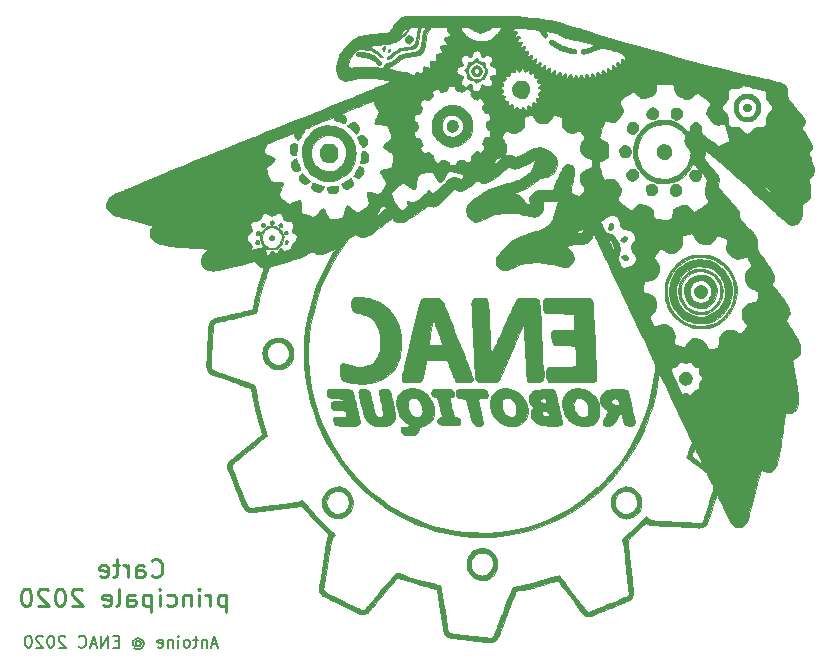
<source format=gbr>
G04 #@! TF.GenerationSoftware,KiCad,Pcbnew,5.1.5*
G04 #@! TF.CreationDate,2020-03-10T21:21:54+01:00*
G04 #@! TF.ProjectId,robotA_2020,726f626f-7441-45f3-9230-32302e6b6963,rev?*
G04 #@! TF.SameCoordinates,Original*
G04 #@! TF.FileFunction,Legend,Bot*
G04 #@! TF.FilePolarity,Positive*
%FSLAX46Y46*%
G04 Gerber Fmt 4.6, Leading zero omitted, Abs format (unit mm)*
G04 Created by KiCad (PCBNEW 5.1.5) date 2020-03-10 21:21:54*
%MOMM*%
%LPD*%
G04 APERTURE LIST*
%ADD10C,0.150000*%
%ADD11C,0.220000*%
%ADD12C,0.010000*%
G04 APERTURE END LIST*
D10*
X144540857Y-142025666D02*
X144064666Y-142025666D01*
X144636095Y-142311380D02*
X144302761Y-141311380D01*
X143969428Y-142311380D01*
X143636095Y-141644714D02*
X143636095Y-142311380D01*
X143636095Y-141739952D02*
X143588476Y-141692333D01*
X143493238Y-141644714D01*
X143350380Y-141644714D01*
X143255142Y-141692333D01*
X143207523Y-141787571D01*
X143207523Y-142311380D01*
X142874190Y-141644714D02*
X142493238Y-141644714D01*
X142731333Y-141311380D02*
X142731333Y-142168523D01*
X142683714Y-142263761D01*
X142588476Y-142311380D01*
X142493238Y-142311380D01*
X142017047Y-142311380D02*
X142112285Y-142263761D01*
X142159904Y-142216142D01*
X142207523Y-142120904D01*
X142207523Y-141835190D01*
X142159904Y-141739952D01*
X142112285Y-141692333D01*
X142017047Y-141644714D01*
X141874190Y-141644714D01*
X141778952Y-141692333D01*
X141731333Y-141739952D01*
X141683714Y-141835190D01*
X141683714Y-142120904D01*
X141731333Y-142216142D01*
X141778952Y-142263761D01*
X141874190Y-142311380D01*
X142017047Y-142311380D01*
X141255142Y-142311380D02*
X141255142Y-141644714D01*
X141255142Y-141311380D02*
X141302761Y-141359000D01*
X141255142Y-141406619D01*
X141207523Y-141359000D01*
X141255142Y-141311380D01*
X141255142Y-141406619D01*
X140778952Y-141644714D02*
X140778952Y-142311380D01*
X140778952Y-141739952D02*
X140731333Y-141692333D01*
X140636095Y-141644714D01*
X140493238Y-141644714D01*
X140398000Y-141692333D01*
X140350380Y-141787571D01*
X140350380Y-142311380D01*
X139493238Y-142263761D02*
X139588476Y-142311380D01*
X139778952Y-142311380D01*
X139874190Y-142263761D01*
X139921809Y-142168523D01*
X139921809Y-141787571D01*
X139874190Y-141692333D01*
X139778952Y-141644714D01*
X139588476Y-141644714D01*
X139493238Y-141692333D01*
X139445619Y-141787571D01*
X139445619Y-141882809D01*
X139921809Y-141978047D01*
X137636095Y-141835190D02*
X137683714Y-141787571D01*
X137778952Y-141739952D01*
X137874190Y-141739952D01*
X137969428Y-141787571D01*
X138017047Y-141835190D01*
X138064666Y-141930428D01*
X138064666Y-142025666D01*
X138017047Y-142120904D01*
X137969428Y-142168523D01*
X137874190Y-142216142D01*
X137778952Y-142216142D01*
X137683714Y-142168523D01*
X137636095Y-142120904D01*
X137636095Y-141739952D02*
X137636095Y-142120904D01*
X137588476Y-142168523D01*
X137540857Y-142168523D01*
X137445619Y-142120904D01*
X137398000Y-142025666D01*
X137398000Y-141787571D01*
X137493238Y-141644714D01*
X137636095Y-141549476D01*
X137826571Y-141501857D01*
X138017047Y-141549476D01*
X138159904Y-141644714D01*
X138255142Y-141787571D01*
X138302761Y-141978047D01*
X138255142Y-142168523D01*
X138159904Y-142311380D01*
X138017047Y-142406619D01*
X137826571Y-142454238D01*
X137636095Y-142406619D01*
X137493238Y-142311380D01*
X136207523Y-141787571D02*
X135874190Y-141787571D01*
X135731333Y-142311380D02*
X136207523Y-142311380D01*
X136207523Y-141311380D01*
X135731333Y-141311380D01*
X135302761Y-142311380D02*
X135302761Y-141311380D01*
X134731333Y-142311380D01*
X134731333Y-141311380D01*
X134302761Y-142025666D02*
X133826571Y-142025666D01*
X134398000Y-142311380D02*
X134064666Y-141311380D01*
X133731333Y-142311380D01*
X132826571Y-142216142D02*
X132874190Y-142263761D01*
X133017047Y-142311380D01*
X133112285Y-142311380D01*
X133255142Y-142263761D01*
X133350380Y-142168523D01*
X133398000Y-142073285D01*
X133445619Y-141882809D01*
X133445619Y-141739952D01*
X133398000Y-141549476D01*
X133350380Y-141454238D01*
X133255142Y-141359000D01*
X133112285Y-141311380D01*
X133017047Y-141311380D01*
X132874190Y-141359000D01*
X132826571Y-141406619D01*
X131683714Y-141406619D02*
X131636095Y-141359000D01*
X131540857Y-141311380D01*
X131302761Y-141311380D01*
X131207523Y-141359000D01*
X131159904Y-141406619D01*
X131112285Y-141501857D01*
X131112285Y-141597095D01*
X131159904Y-141739952D01*
X131731333Y-142311380D01*
X131112285Y-142311380D01*
X130493238Y-141311380D02*
X130398000Y-141311380D01*
X130302761Y-141359000D01*
X130255142Y-141406619D01*
X130207523Y-141501857D01*
X130159904Y-141692333D01*
X130159904Y-141930428D01*
X130207523Y-142120904D01*
X130255142Y-142216142D01*
X130302761Y-142263761D01*
X130398000Y-142311380D01*
X130493238Y-142311380D01*
X130588476Y-142263761D01*
X130636095Y-142216142D01*
X130683714Y-142120904D01*
X130731333Y-141930428D01*
X130731333Y-141692333D01*
X130683714Y-141501857D01*
X130636095Y-141406619D01*
X130588476Y-141359000D01*
X130493238Y-141311380D01*
X129778952Y-141406619D02*
X129731333Y-141359000D01*
X129636095Y-141311380D01*
X129398000Y-141311380D01*
X129302761Y-141359000D01*
X129255142Y-141406619D01*
X129207523Y-141501857D01*
X129207523Y-141597095D01*
X129255142Y-141739952D01*
X129826571Y-142311380D01*
X129207523Y-142311380D01*
X128588476Y-141311380D02*
X128493238Y-141311380D01*
X128398000Y-141359000D01*
X128350380Y-141406619D01*
X128302761Y-141501857D01*
X128255142Y-141692333D01*
X128255142Y-141930428D01*
X128302761Y-142120904D01*
X128350380Y-142216142D01*
X128398000Y-142263761D01*
X128493238Y-142311380D01*
X128588476Y-142311380D01*
X128683714Y-142263761D01*
X128731333Y-142216142D01*
X128778952Y-142120904D01*
X128826571Y-141930428D01*
X128826571Y-141692333D01*
X128778952Y-141501857D01*
X128731333Y-141406619D01*
X128683714Y-141359000D01*
X128588476Y-141311380D01*
D11*
X138973428Y-136206714D02*
X139044857Y-136278142D01*
X139259142Y-136349571D01*
X139402000Y-136349571D01*
X139616285Y-136278142D01*
X139759142Y-136135285D01*
X139830571Y-135992428D01*
X139902000Y-135706714D01*
X139902000Y-135492428D01*
X139830571Y-135206714D01*
X139759142Y-135063857D01*
X139616285Y-134921000D01*
X139402000Y-134849571D01*
X139259142Y-134849571D01*
X139044857Y-134921000D01*
X138973428Y-134992428D01*
X137687714Y-136349571D02*
X137687714Y-135563857D01*
X137759142Y-135421000D01*
X137902000Y-135349571D01*
X138187714Y-135349571D01*
X138330571Y-135421000D01*
X137687714Y-136278142D02*
X137830571Y-136349571D01*
X138187714Y-136349571D01*
X138330571Y-136278142D01*
X138402000Y-136135285D01*
X138402000Y-135992428D01*
X138330571Y-135849571D01*
X138187714Y-135778142D01*
X137830571Y-135778142D01*
X137687714Y-135706714D01*
X136973428Y-136349571D02*
X136973428Y-135349571D01*
X136973428Y-135635285D02*
X136902000Y-135492428D01*
X136830571Y-135421000D01*
X136687714Y-135349571D01*
X136544857Y-135349571D01*
X136259142Y-135349571D02*
X135687714Y-135349571D01*
X136044857Y-134849571D02*
X136044857Y-136135285D01*
X135973428Y-136278142D01*
X135830571Y-136349571D01*
X135687714Y-136349571D01*
X134616285Y-136278142D02*
X134759142Y-136349571D01*
X135044857Y-136349571D01*
X135187714Y-136278142D01*
X135259142Y-136135285D01*
X135259142Y-135563857D01*
X135187714Y-135421000D01*
X135044857Y-135349571D01*
X134759142Y-135349571D01*
X134616285Y-135421000D01*
X134544857Y-135563857D01*
X134544857Y-135706714D01*
X135259142Y-135849571D01*
X145294857Y-137819571D02*
X145294857Y-139319571D01*
X145294857Y-137891000D02*
X145152000Y-137819571D01*
X144866285Y-137819571D01*
X144723428Y-137891000D01*
X144652000Y-137962428D01*
X144580571Y-138105285D01*
X144580571Y-138533857D01*
X144652000Y-138676714D01*
X144723428Y-138748142D01*
X144866285Y-138819571D01*
X145152000Y-138819571D01*
X145294857Y-138748142D01*
X143937714Y-138819571D02*
X143937714Y-137819571D01*
X143937714Y-138105285D02*
X143866285Y-137962428D01*
X143794857Y-137891000D01*
X143652000Y-137819571D01*
X143509142Y-137819571D01*
X143009142Y-138819571D02*
X143009142Y-137819571D01*
X143009142Y-137319571D02*
X143080571Y-137391000D01*
X143009142Y-137462428D01*
X142937714Y-137391000D01*
X143009142Y-137319571D01*
X143009142Y-137462428D01*
X142294857Y-137819571D02*
X142294857Y-138819571D01*
X142294857Y-137962428D02*
X142223428Y-137891000D01*
X142080571Y-137819571D01*
X141866285Y-137819571D01*
X141723428Y-137891000D01*
X141652000Y-138033857D01*
X141652000Y-138819571D01*
X140294857Y-138748142D02*
X140437714Y-138819571D01*
X140723428Y-138819571D01*
X140866285Y-138748142D01*
X140937714Y-138676714D01*
X141009142Y-138533857D01*
X141009142Y-138105285D01*
X140937714Y-137962428D01*
X140866285Y-137891000D01*
X140723428Y-137819571D01*
X140437714Y-137819571D01*
X140294857Y-137891000D01*
X139652000Y-138819571D02*
X139652000Y-137819571D01*
X139652000Y-137319571D02*
X139723428Y-137391000D01*
X139652000Y-137462428D01*
X139580571Y-137391000D01*
X139652000Y-137319571D01*
X139652000Y-137462428D01*
X138937714Y-137819571D02*
X138937714Y-139319571D01*
X138937714Y-137891000D02*
X138794857Y-137819571D01*
X138509142Y-137819571D01*
X138366285Y-137891000D01*
X138294857Y-137962428D01*
X138223428Y-138105285D01*
X138223428Y-138533857D01*
X138294857Y-138676714D01*
X138366285Y-138748142D01*
X138509142Y-138819571D01*
X138794857Y-138819571D01*
X138937714Y-138748142D01*
X136937714Y-138819571D02*
X136937714Y-138033857D01*
X137009142Y-137891000D01*
X137152000Y-137819571D01*
X137437714Y-137819571D01*
X137580571Y-137891000D01*
X136937714Y-138748142D02*
X137080571Y-138819571D01*
X137437714Y-138819571D01*
X137580571Y-138748142D01*
X137652000Y-138605285D01*
X137652000Y-138462428D01*
X137580571Y-138319571D01*
X137437714Y-138248142D01*
X137080571Y-138248142D01*
X136937714Y-138176714D01*
X136009142Y-138819571D02*
X136152000Y-138748142D01*
X136223428Y-138605285D01*
X136223428Y-137319571D01*
X134866285Y-138748142D02*
X135009142Y-138819571D01*
X135294857Y-138819571D01*
X135437714Y-138748142D01*
X135509142Y-138605285D01*
X135509142Y-138033857D01*
X135437714Y-137891000D01*
X135294857Y-137819571D01*
X135009142Y-137819571D01*
X134866285Y-137891000D01*
X134794857Y-138033857D01*
X134794857Y-138176714D01*
X135509142Y-138319571D01*
X133080571Y-137462428D02*
X133009142Y-137391000D01*
X132866285Y-137319571D01*
X132509142Y-137319571D01*
X132366285Y-137391000D01*
X132294857Y-137462428D01*
X132223428Y-137605285D01*
X132223428Y-137748142D01*
X132294857Y-137962428D01*
X133152000Y-138819571D01*
X132223428Y-138819571D01*
X131294857Y-137319571D02*
X131152000Y-137319571D01*
X131009142Y-137391000D01*
X130937714Y-137462428D01*
X130866285Y-137605285D01*
X130794857Y-137891000D01*
X130794857Y-138248142D01*
X130866285Y-138533857D01*
X130937714Y-138676714D01*
X131009142Y-138748142D01*
X131152000Y-138819571D01*
X131294857Y-138819571D01*
X131437714Y-138748142D01*
X131509142Y-138676714D01*
X131580571Y-138533857D01*
X131652000Y-138248142D01*
X131652000Y-137891000D01*
X131580571Y-137605285D01*
X131509142Y-137462428D01*
X131437714Y-137391000D01*
X131294857Y-137319571D01*
X130223428Y-137462428D02*
X130152000Y-137391000D01*
X130009142Y-137319571D01*
X129652000Y-137319571D01*
X129509142Y-137391000D01*
X129437714Y-137462428D01*
X129366285Y-137605285D01*
X129366285Y-137748142D01*
X129437714Y-137962428D01*
X130294857Y-138819571D01*
X129366285Y-138819571D01*
X128437714Y-137319571D02*
X128294857Y-137319571D01*
X128152000Y-137391000D01*
X128080571Y-137462428D01*
X128009142Y-137605285D01*
X127937714Y-137891000D01*
X127937714Y-138248142D01*
X128009142Y-138533857D01*
X128080571Y-138676714D01*
X128152000Y-138748142D01*
X128294857Y-138819571D01*
X128437714Y-138819571D01*
X128580571Y-138748142D01*
X128652000Y-138676714D01*
X128723428Y-138533857D01*
X128794857Y-138248142D01*
X128794857Y-137891000D01*
X128723428Y-137605285D01*
X128652000Y-137462428D01*
X128580571Y-137391000D01*
X128437714Y-137319571D01*
D12*
G36*
X164317473Y-88818337D02*
G01*
X163866695Y-88819159D01*
X163427083Y-88820424D01*
X163002763Y-88822130D01*
X162597862Y-88824277D01*
X162216505Y-88826864D01*
X161862818Y-88829889D01*
X161540928Y-88833352D01*
X161254962Y-88837251D01*
X161009045Y-88841586D01*
X160807303Y-88846356D01*
X160653863Y-88851558D01*
X160552850Y-88857193D01*
X160511806Y-88862192D01*
X160211974Y-88963609D01*
X159947360Y-89111830D01*
X159715621Y-89308737D01*
X159514412Y-89556214D01*
X159388113Y-89764933D01*
X159276563Y-89952891D01*
X159164159Y-90093463D01*
X159039951Y-90192829D01*
X158892993Y-90257165D01*
X158712336Y-90292649D01*
X158487032Y-90305458D01*
X158429497Y-90305846D01*
X158218026Y-90312095D01*
X157974094Y-90329609D01*
X157710782Y-90356542D01*
X157441171Y-90391047D01*
X157178342Y-90431278D01*
X156935378Y-90475388D01*
X156725358Y-90521530D01*
X156561365Y-90567857D01*
X156552691Y-90570803D01*
X156248736Y-90704013D01*
X155950085Y-90889202D01*
X155664846Y-91118437D01*
X155401126Y-91383785D01*
X155167035Y-91677315D01*
X154970680Y-91991094D01*
X154854027Y-92232640D01*
X154740707Y-92544886D01*
X154663254Y-92854759D01*
X154622235Y-93153861D01*
X154618219Y-93433798D01*
X154651773Y-93686173D01*
X154723464Y-93902591D01*
X154738970Y-93934207D01*
X154843910Y-94079098D01*
X154988487Y-94199262D01*
X155152992Y-94278646D01*
X155167146Y-94282965D01*
X155259997Y-94305204D01*
X155351654Y-94314413D01*
X155454626Y-94309462D01*
X155581420Y-94289221D01*
X155744543Y-94252561D01*
X155878631Y-94218705D01*
X156033955Y-94180815D01*
X156201072Y-94143718D01*
X156348441Y-94114350D01*
X156373436Y-94109899D01*
X156518126Y-94092356D01*
X156708119Y-94080291D01*
X156928989Y-94073703D01*
X157166314Y-94072593D01*
X157405669Y-94076961D01*
X157632631Y-94086806D01*
X157832776Y-94102130D01*
X157902834Y-94109884D01*
X158026558Y-94126695D01*
X158178484Y-94149667D01*
X158348377Y-94176992D01*
X158526004Y-94206863D01*
X158701132Y-94237473D01*
X158863528Y-94267013D01*
X159002959Y-94293678D01*
X159109192Y-94315659D01*
X159171994Y-94331148D01*
X159184289Y-94336220D01*
X159172480Y-94358313D01*
X159138724Y-94380829D01*
X159097822Y-94399722D01*
X159007443Y-94439511D01*
X158873347Y-94497733D01*
X158701296Y-94571922D01*
X158497052Y-94659613D01*
X158266375Y-94758340D01*
X158015028Y-94865640D01*
X157748772Y-94979047D01*
X157473368Y-95096095D01*
X157194578Y-95214320D01*
X156918163Y-95331257D01*
X156853247Y-95358675D01*
X156407889Y-95545607D01*
X155909298Y-95752841D01*
X155360260Y-95979251D01*
X154763560Y-96223714D01*
X154121985Y-96485104D01*
X153438320Y-96762298D01*
X152715351Y-97054171D01*
X151955864Y-97359599D01*
X151162644Y-97677458D01*
X150338478Y-98006622D01*
X149486151Y-98345967D01*
X148608450Y-98694370D01*
X147708159Y-99050706D01*
X147601889Y-99092700D01*
X146955016Y-99348884D01*
X146321208Y-99601156D01*
X145694995Y-99851760D01*
X145070905Y-100102937D01*
X144443465Y-100356932D01*
X143807204Y-100615987D01*
X143156651Y-100882345D01*
X142486333Y-101158250D01*
X141790779Y-101445943D01*
X141064517Y-101747669D01*
X140302075Y-102065669D01*
X139497982Y-102402188D01*
X138646765Y-102759468D01*
X138260567Y-102921859D01*
X137951383Y-103051762D01*
X137645729Y-103179863D01*
X137350434Y-103303321D01*
X137072324Y-103419295D01*
X136818227Y-103524944D01*
X136594970Y-103617428D01*
X136409381Y-103693907D01*
X136268288Y-103751539D01*
X136209868Y-103775076D01*
X135998622Y-103860231D01*
X135834651Y-103928849D01*
X135709136Y-103985623D01*
X135613258Y-104035246D01*
X135538198Y-104082409D01*
X135475138Y-104131806D01*
X135415259Y-104188128D01*
X135395130Y-104208585D01*
X135260058Y-104387133D01*
X135176993Y-104584441D01*
X135144902Y-104791276D01*
X135162749Y-104998404D01*
X135229499Y-105196591D01*
X135344118Y-105376604D01*
X135505570Y-105529208D01*
X135546299Y-105557548D01*
X135659292Y-105617879D01*
X135817702Y-105682572D01*
X136007780Y-105746156D01*
X136056435Y-105760600D01*
X136195215Y-105800845D01*
X136376830Y-105853553D01*
X136586525Y-105914440D01*
X136809545Y-105979220D01*
X137031134Y-106043610D01*
X137091027Y-106061019D01*
X137686253Y-106227547D01*
X138255647Y-106373881D01*
X138786420Y-106496759D01*
X138866109Y-106513856D01*
X139096798Y-106562773D01*
X138979224Y-106718115D01*
X138870169Y-106907924D01*
X138817303Y-107109377D01*
X138819968Y-107315007D01*
X138877501Y-107517346D01*
X138989245Y-107708927D01*
X139075658Y-107809143D01*
X139210218Y-107918293D01*
X139390193Y-108015849D01*
X139618543Y-108102802D01*
X139898227Y-108180144D01*
X140232207Y-108248865D01*
X140534923Y-108297498D01*
X140667363Y-108314136D01*
X140852405Y-108333648D01*
X141082778Y-108355455D01*
X141351207Y-108378975D01*
X141650417Y-108403628D01*
X141973137Y-108428833D01*
X142312092Y-108454011D01*
X142660008Y-108478580D01*
X143009612Y-108501961D01*
X143353631Y-108523572D01*
X143411039Y-108527028D01*
X143558673Y-108538502D01*
X143669325Y-108552527D01*
X143734462Y-108567803D01*
X143748406Y-108578444D01*
X143728180Y-108611305D01*
X143673594Y-108675202D01*
X143593786Y-108759883D01*
X143527585Y-108826250D01*
X143349270Y-109022158D01*
X143227349Y-109207410D01*
X143160395Y-109387291D01*
X143146983Y-109567086D01*
X143185687Y-109752080D01*
X143241900Y-109885252D01*
X143371125Y-110083315D01*
X143535929Y-110233601D01*
X143734153Y-110334950D01*
X143963640Y-110386203D01*
X144180343Y-110389603D01*
X144384525Y-110368491D01*
X144638873Y-110329766D01*
X144936700Y-110274915D01*
X145271318Y-110205425D01*
X145636038Y-110122784D01*
X146024175Y-110028476D01*
X146429039Y-109923991D01*
X146843943Y-109810814D01*
X147061337Y-109749051D01*
X147253326Y-109695577D01*
X147421803Y-109652214D01*
X147558139Y-109620955D01*
X147653703Y-109603791D01*
X147697924Y-109602093D01*
X147751550Y-109636845D01*
X147818665Y-109710095D01*
X147869231Y-109781212D01*
X148007725Y-109944767D01*
X148185460Y-110063269D01*
X148357442Y-110126303D01*
X148483244Y-110159454D01*
X148442009Y-110286192D01*
X148418976Y-110356430D01*
X148381097Y-110471316D01*
X148332425Y-110618581D01*
X148277017Y-110785952D01*
X148232202Y-110921140D01*
X148081515Y-111400855D01*
X147935253Y-111914819D01*
X147800311Y-112437358D01*
X147683586Y-112942795D01*
X147662184Y-113043642D01*
X147624453Y-113216712D01*
X147587382Y-113372922D01*
X147553827Y-113501237D01*
X147526643Y-113590617D01*
X147511326Y-113626788D01*
X147492864Y-113654059D01*
X147472514Y-113675421D01*
X147441486Y-113693823D01*
X147390991Y-113712212D01*
X147312239Y-113733536D01*
X147196441Y-113760744D01*
X147034808Y-113796782D01*
X146945968Y-113816403D01*
X146801379Y-113848830D01*
X146611595Y-113892129D01*
X146389760Y-113943260D01*
X146149022Y-113999184D01*
X145902523Y-114056860D01*
X145701458Y-114104241D01*
X145471915Y-114157994D01*
X145247689Y-114209514D01*
X145039425Y-114256427D01*
X144857766Y-114296363D01*
X144713358Y-114326951D01*
X144618338Y-114345553D01*
X144389028Y-114395716D01*
X144210221Y-114458218D01*
X144072816Y-114538741D01*
X143967709Y-114642970D01*
X143885798Y-114776587D01*
X143868550Y-114813727D01*
X143852161Y-114851051D01*
X143837976Y-114886479D01*
X143825574Y-114924807D01*
X143814536Y-114970830D01*
X143804443Y-115029345D01*
X143794876Y-115105148D01*
X143785414Y-115203034D01*
X143775639Y-115327799D01*
X143765130Y-115484240D01*
X143753469Y-115677151D01*
X143740236Y-115911329D01*
X143725011Y-116191570D01*
X143707375Y-116522669D01*
X143689456Y-116861286D01*
X143668192Y-117273964D01*
X143651156Y-117628635D01*
X143638288Y-117927116D01*
X143629528Y-118171222D01*
X143624815Y-118362771D01*
X143624091Y-118503578D01*
X143627294Y-118595459D01*
X143631095Y-118627962D01*
X143675203Y-118788828D01*
X143746253Y-118923361D01*
X143850972Y-119037442D01*
X143996084Y-119136950D01*
X144188317Y-119227765D01*
X144408146Y-119307244D01*
X144495967Y-119336808D01*
X144633018Y-119383967D01*
X144812037Y-119446180D01*
X145025761Y-119520902D01*
X145266928Y-119605590D01*
X145528275Y-119697699D01*
X145802540Y-119794688D01*
X146007692Y-119867447D01*
X146335058Y-119984226D01*
X146609428Y-120083332D01*
X146834634Y-120166270D01*
X147014510Y-120234540D01*
X147152888Y-120289647D01*
X147253600Y-120333094D01*
X147320479Y-120366383D01*
X147357358Y-120391017D01*
X147365270Y-120399806D01*
X147384491Y-120450361D01*
X147410528Y-120548840D01*
X147440800Y-120683933D01*
X147472728Y-120844329D01*
X147495778Y-120971942D01*
X147610000Y-121585996D01*
X147736171Y-122169778D01*
X147879969Y-122746971D01*
X148047071Y-123341258D01*
X148128393Y-123610847D01*
X148310376Y-124203148D01*
X148253327Y-124280294D01*
X148221407Y-124311308D01*
X148148201Y-124375720D01*
X148039014Y-124469162D01*
X147899151Y-124587264D01*
X147733917Y-124725656D01*
X147548617Y-124879970D01*
X147348556Y-125045836D01*
X147139040Y-125218885D01*
X146925373Y-125394748D01*
X146712861Y-125569054D01*
X146506809Y-125737436D01*
X146312521Y-125895524D01*
X146135304Y-126038947D01*
X145980461Y-126163338D01*
X145853299Y-126264327D01*
X145759122Y-126337544D01*
X145719416Y-126367226D01*
X145566389Y-126513067D01*
X145461553Y-126689150D01*
X145407670Y-126886558D01*
X145407504Y-127096373D01*
X145444073Y-127255845D01*
X145473951Y-127339515D01*
X145522698Y-127467991D01*
X145587777Y-127635069D01*
X145666649Y-127834548D01*
X145756777Y-128060226D01*
X145855623Y-128305899D01*
X145960649Y-128565365D01*
X146069319Y-128832422D01*
X146179094Y-129100867D01*
X146287437Y-129364498D01*
X146391810Y-129617113D01*
X146489676Y-129852508D01*
X146578496Y-130064483D01*
X146655734Y-130246833D01*
X146718851Y-130393356D01*
X146765310Y-130497851D01*
X146792574Y-130554115D01*
X146795545Y-130559102D01*
X146894829Y-130671587D01*
X147028208Y-130771086D01*
X147172251Y-130842015D01*
X147254679Y-130864482D01*
X147340459Y-130867868D01*
X147463812Y-130858840D01*
X147604011Y-130839069D01*
X147631774Y-130834061D01*
X147708916Y-130821442D01*
X147839511Y-130802262D01*
X148017492Y-130777330D01*
X148236793Y-130747457D01*
X148491344Y-130713453D01*
X148775079Y-130676130D01*
X149081929Y-130636297D01*
X149405828Y-130594765D01*
X149740708Y-130552344D01*
X149743129Y-130552040D01*
X150136864Y-130502731D01*
X150475128Y-130460971D01*
X150761892Y-130426350D01*
X151001132Y-130398455D01*
X151196820Y-130376875D01*
X151352930Y-130361198D01*
X151473436Y-130351013D01*
X151562311Y-130345907D01*
X151623528Y-130345470D01*
X151661062Y-130349289D01*
X151671298Y-130352292D01*
X151719397Y-130386787D01*
X151795369Y-130458764D01*
X151889880Y-130558665D01*
X151993595Y-130676930D01*
X152025421Y-130714937D01*
X152198029Y-130917911D01*
X152398575Y-131144624D01*
X152617215Y-131384629D01*
X152844105Y-131627482D01*
X153069400Y-131862735D01*
X153283258Y-132079944D01*
X153475833Y-132268662D01*
X153593864Y-132379282D01*
X153713599Y-132489844D01*
X153817298Y-132587847D01*
X153896922Y-132665514D01*
X153944428Y-132715070D01*
X153953940Y-132727495D01*
X153950273Y-132771206D01*
X153924393Y-132847823D01*
X153897827Y-132907425D01*
X153852286Y-133031885D01*
X153808855Y-133213056D01*
X153768307Y-133447686D01*
X153766649Y-133458857D01*
X153735104Y-133669391D01*
X153697905Y-133911911D01*
X153656105Y-134179991D01*
X153610757Y-134467203D01*
X153562914Y-134767120D01*
X153513628Y-135073316D01*
X153463952Y-135379363D01*
X153414940Y-135678834D01*
X153367642Y-135965301D01*
X153323114Y-136232339D01*
X153282406Y-136473520D01*
X153246573Y-136682416D01*
X153216666Y-136852601D01*
X153193738Y-136977647D01*
X153178843Y-137051128D01*
X153176956Y-137058935D01*
X153144081Y-137287514D01*
X153166141Y-137497291D01*
X153242176Y-137684694D01*
X153371225Y-137846153D01*
X153394414Y-137867316D01*
X153448380Y-137903873D01*
X153550575Y-137962720D01*
X153694843Y-138040855D01*
X153875031Y-138135276D01*
X154084986Y-138242978D01*
X154318553Y-138360959D01*
X154569578Y-138486216D01*
X154831909Y-138615746D01*
X155099390Y-138746546D01*
X155365868Y-138875612D01*
X155625189Y-138999941D01*
X155871199Y-139116531D01*
X156097744Y-139222378D01*
X156298672Y-139314480D01*
X156467826Y-139389833D01*
X156599055Y-139445435D01*
X156686203Y-139478281D01*
X156708736Y-139484693D01*
X156890508Y-139501047D01*
X157063506Y-139463485D01*
X157153129Y-139423198D01*
X157218274Y-139387084D01*
X157276160Y-139347798D01*
X157334453Y-139297551D01*
X157400819Y-139228550D01*
X157482925Y-139133006D01*
X157588436Y-139003129D01*
X157680966Y-138886806D01*
X157787323Y-138754295D01*
X157922717Y-138588315D01*
X158077167Y-138400943D01*
X158240693Y-138204259D01*
X158403313Y-138010344D01*
X158486258Y-137912189D01*
X158651481Y-137717152D01*
X158829943Y-137506290D01*
X159009879Y-137293516D01*
X159179524Y-137092747D01*
X159327112Y-136917897D01*
X159380127Y-136855020D01*
X159533022Y-136676662D01*
X159652590Y-136544223D01*
X159741117Y-136455367D01*
X159800892Y-136407755D01*
X159827679Y-136397700D01*
X159876458Y-136407798D01*
X159969904Y-136435638D01*
X160096662Y-136477536D01*
X160245378Y-136529808D01*
X160328260Y-136560103D01*
X160776021Y-136717521D01*
X161251008Y-136869206D01*
X161733598Y-137009473D01*
X162204171Y-137132639D01*
X162643103Y-137233018D01*
X162670956Y-137238801D01*
X162842934Y-137276817D01*
X162964810Y-137311588D01*
X163045908Y-137347985D01*
X163095551Y-137390881D01*
X163123061Y-137445146D01*
X163131735Y-137479575D01*
X163142764Y-137540465D01*
X163162064Y-137653281D01*
X163188450Y-137810724D01*
X163220736Y-138005494D01*
X163257738Y-138230292D01*
X163298271Y-138477817D01*
X163341149Y-138740771D01*
X163385187Y-139011853D01*
X163429200Y-139283763D01*
X163472004Y-139549202D01*
X163512413Y-139800871D01*
X163549242Y-140031469D01*
X163581305Y-140233697D01*
X163607419Y-140400255D01*
X163626397Y-140523843D01*
X163631289Y-140556648D01*
X163657154Y-140716399D01*
X163685555Y-140865831D01*
X163713194Y-140989021D01*
X163736774Y-141070048D01*
X163738544Y-141074629D01*
X163819261Y-141206584D01*
X163943294Y-141325582D01*
X164093997Y-141417510D01*
X164183574Y-141451829D01*
X164240299Y-141463264D01*
X164349794Y-141480192D01*
X164505180Y-141501819D01*
X164699581Y-141527349D01*
X164926119Y-141555990D01*
X165177918Y-141586945D01*
X165448101Y-141619420D01*
X165729790Y-141652621D01*
X166016108Y-141685754D01*
X166300179Y-141718023D01*
X166575125Y-141748635D01*
X166834069Y-141776794D01*
X167070135Y-141801707D01*
X167276444Y-141822578D01*
X167446120Y-141838613D01*
X167572287Y-141849017D01*
X167648066Y-141852996D01*
X167655602Y-141852973D01*
X167759807Y-141845090D01*
X167854162Y-141828889D01*
X167869456Y-141824764D01*
X168012713Y-141757878D01*
X168148308Y-141652990D01*
X168233352Y-141555357D01*
X168267310Y-141493416D01*
X168316335Y-141386191D01*
X168375655Y-141244998D01*
X168440498Y-141081153D01*
X168498930Y-140925605D01*
X168549789Y-140788877D01*
X168620197Y-140602893D01*
X168707629Y-140374159D01*
X168809560Y-140109184D01*
X168923463Y-139814478D01*
X169046811Y-139496547D01*
X169177080Y-139161901D01*
X169311743Y-138817047D01*
X169448274Y-138468495D01*
X169584147Y-138122752D01*
X169716837Y-137786328D01*
X169743281Y-137719442D01*
X169791076Y-137626872D01*
X169848774Y-137551997D01*
X169869429Y-137534019D01*
X169929280Y-137507580D01*
X170038184Y-137475675D01*
X170185771Y-137440969D01*
X170361671Y-137406133D01*
X170377922Y-137403192D01*
X170824405Y-137318145D01*
X171247076Y-137226803D01*
X171663398Y-137124766D01*
X172090837Y-137007635D01*
X172546857Y-136871011D01*
X172771252Y-136800337D01*
X172967242Y-136739953D01*
X173130441Y-136694058D01*
X173254114Y-136664354D01*
X173331527Y-136652543D01*
X173350865Y-136653905D01*
X173378115Y-136680337D01*
X173436880Y-136749592D01*
X173523048Y-136856245D01*
X173632508Y-136994870D01*
X173761149Y-137160041D01*
X173904858Y-137346335D01*
X174059525Y-137548325D01*
X174221036Y-137760585D01*
X174385282Y-137977692D01*
X174548149Y-138194218D01*
X174705527Y-138404740D01*
X174853303Y-138603831D01*
X174987366Y-138786067D01*
X175103605Y-138946021D01*
X175197908Y-139078269D01*
X175266162Y-139177386D01*
X175284338Y-139205116D01*
X175431582Y-139394965D01*
X175597396Y-139537824D01*
X175775490Y-139629539D01*
X175959579Y-139665956D01*
X175982446Y-139666413D01*
X176018786Y-139664944D01*
X176059843Y-139659244D01*
X176110854Y-139647369D01*
X176177057Y-139627377D01*
X176263692Y-139597325D01*
X176375997Y-139555271D01*
X176519209Y-139499271D01*
X176698569Y-139427383D01*
X176919313Y-139337665D01*
X177186681Y-139228174D01*
X177395159Y-139142519D01*
X177786310Y-138981706D01*
X178125910Y-138841968D01*
X178417834Y-138721468D01*
X178665959Y-138618369D01*
X178874162Y-138530831D01*
X179046317Y-138457019D01*
X179186301Y-138395093D01*
X179297989Y-138343216D01*
X179385259Y-138299550D01*
X179451984Y-138262258D01*
X179502043Y-138229501D01*
X179539309Y-138199442D01*
X179567661Y-138170244D01*
X179590972Y-138140068D01*
X179613120Y-138107076D01*
X179628511Y-138083579D01*
X179694671Y-137956906D01*
X179732231Y-137813741D01*
X179742598Y-137642481D01*
X179727180Y-137431526D01*
X179717071Y-137354024D01*
X179706390Y-137269923D01*
X179690252Y-137131036D01*
X179669170Y-136942259D01*
X179643659Y-136708482D01*
X179614234Y-136434600D01*
X179581409Y-136125506D01*
X179545698Y-135786093D01*
X179507617Y-135421254D01*
X179467679Y-135035882D01*
X179426398Y-134634871D01*
X179384291Y-134223114D01*
X179341870Y-133805504D01*
X179299651Y-133386934D01*
X179293209Y-133322793D01*
X179278047Y-133171736D01*
X179603469Y-132887965D01*
X179733271Y-132772365D01*
X179891466Y-132627730D01*
X180063862Y-132467252D01*
X180236266Y-132304129D01*
X180371140Y-132174292D01*
X180505072Y-132045607D01*
X180624953Y-131933282D01*
X180724069Y-131843376D01*
X180795707Y-131781945D01*
X180833154Y-131755046D01*
X180836464Y-131754457D01*
X180873848Y-131772298D01*
X180947552Y-131808430D01*
X181024102Y-131846336D01*
X181188666Y-131928147D01*
X182733058Y-132003065D01*
X183050450Y-132018773D01*
X183364836Y-132034916D01*
X183668155Y-132051041D01*
X183952344Y-132066696D01*
X184209342Y-132081426D01*
X184431087Y-132094779D01*
X184609517Y-132106301D01*
X184736569Y-132115540D01*
X184742267Y-132116002D01*
X184986465Y-132134692D01*
X185179311Y-132146047D01*
X185329000Y-132149889D01*
X185443729Y-132146038D01*
X185531693Y-132134316D01*
X185601088Y-132114545D01*
X185641913Y-132096381D01*
X185771123Y-132012020D01*
X185891784Y-131901772D01*
X185981981Y-131786270D01*
X185994347Y-131764524D01*
X186013897Y-131716846D01*
X186049667Y-131618756D01*
X186099385Y-131476899D01*
X186160780Y-131297917D01*
X186231577Y-131088452D01*
X186309506Y-130855148D01*
X186392293Y-130604649D01*
X186420072Y-130520014D01*
X186517235Y-130226278D01*
X186603961Y-129969776D01*
X186679011Y-129753951D01*
X186741143Y-129582246D01*
X186789117Y-129458104D01*
X186821691Y-129384968D01*
X186836162Y-129365468D01*
X186859686Y-129391396D01*
X186903906Y-129463858D01*
X186964512Y-129574873D01*
X187037197Y-129716457D01*
X187117653Y-129880630D01*
X187143679Y-129935244D01*
X187320122Y-130304898D01*
X187484881Y-130643916D01*
X187636211Y-130948930D01*
X187772365Y-131216571D01*
X187891600Y-131443470D01*
X187992170Y-131626259D01*
X188072329Y-131761568D01*
X188130333Y-131846029D01*
X188138768Y-131856122D01*
X188293389Y-131995079D01*
X188466650Y-132078361D01*
X188665323Y-132109083D01*
X188689294Y-132109388D01*
X188900731Y-132081486D01*
X189088584Y-131999407D01*
X189249054Y-131865593D01*
X189378345Y-131682486D01*
X189391177Y-131658114D01*
X189407953Y-131611016D01*
X189438185Y-131510637D01*
X189480565Y-131361827D01*
X189533784Y-131169437D01*
X189596535Y-130938317D01*
X189667510Y-130673318D01*
X189745401Y-130379289D01*
X189828900Y-130061080D01*
X189916699Y-129723543D01*
X190001095Y-129396419D01*
X190090768Y-129048225D01*
X190152322Y-128810270D01*
X186549564Y-128810270D01*
X186540409Y-128856548D01*
X186514505Y-128952699D01*
X186474101Y-129091706D01*
X186421447Y-129266555D01*
X186358792Y-129470230D01*
X186288386Y-129695715D01*
X186212478Y-129935996D01*
X186133318Y-130184055D01*
X186053155Y-130432879D01*
X185974238Y-130675451D01*
X185898818Y-130904756D01*
X185829142Y-131113778D01*
X185767462Y-131295502D01*
X185716025Y-131442913D01*
X185677083Y-131548995D01*
X185652962Y-131606578D01*
X185604290Y-131680677D01*
X185540896Y-131730952D01*
X185453103Y-131759784D01*
X185331229Y-131769554D01*
X185165595Y-131762645D01*
X185057428Y-131753101D01*
X184954059Y-131744438D01*
X184798473Y-131733441D01*
X184598360Y-131720564D01*
X184361416Y-131706258D01*
X184095333Y-131690978D01*
X183807804Y-131675176D01*
X183506522Y-131659306D01*
X183212869Y-131644494D01*
X182817593Y-131625120D01*
X182477619Y-131608399D01*
X182188363Y-131593646D01*
X181945243Y-131580177D01*
X181743678Y-131567306D01*
X181579084Y-131554348D01*
X181446879Y-131540619D01*
X181342481Y-131525434D01*
X181261308Y-131508107D01*
X181198778Y-131487955D01*
X181150307Y-131464292D01*
X181111313Y-131436434D01*
X181077215Y-131403695D01*
X181043429Y-131365391D01*
X181005374Y-131320837D01*
X180999071Y-131313637D01*
X180928733Y-131237874D01*
X180881436Y-131201715D01*
X180843507Y-131197338D01*
X180815708Y-131208728D01*
X180753382Y-131258508D01*
X180703404Y-131318812D01*
X180663880Y-131365741D01*
X180585841Y-131447028D01*
X180475371Y-131556930D01*
X180338553Y-131689705D01*
X180181471Y-131839608D01*
X180010209Y-132000897D01*
X179830851Y-132167829D01*
X179649479Y-132334660D01*
X179472179Y-132495648D01*
X179305033Y-132645050D01*
X179209867Y-132728733D01*
X179063716Y-132859296D01*
X178945227Y-132971277D01*
X178859694Y-133059341D01*
X178812414Y-133118158D01*
X178804605Y-133136880D01*
X178817790Y-133197013D01*
X178850683Y-133280388D01*
X178863363Y-133306529D01*
X178877225Y-133343178D01*
X178892155Y-133402479D01*
X178908523Y-133487557D01*
X178926699Y-133601541D01*
X178947050Y-133747555D01*
X178969948Y-133928727D01*
X178995761Y-134148183D01*
X179024859Y-134409050D01*
X179057611Y-134714455D01*
X179094386Y-135067523D01*
X179135555Y-135471381D01*
X179181485Y-135929156D01*
X179225012Y-136367712D01*
X179246877Y-136580307D01*
X179271139Y-136801957D01*
X179295706Y-137014450D01*
X179318485Y-137199575D01*
X179333607Y-137312840D01*
X179357185Y-137500436D01*
X179366370Y-137640562D01*
X179359755Y-137744302D01*
X179335930Y-137822740D01*
X179293487Y-137886961D01*
X179255706Y-137925904D01*
X179208041Y-137955775D01*
X179110961Y-138004689D01*
X178970742Y-138070071D01*
X178793661Y-138149344D01*
X178585995Y-138239931D01*
X178354020Y-138339256D01*
X178104014Y-138444744D01*
X177842253Y-138553818D01*
X177575013Y-138663902D01*
X177308572Y-138772419D01*
X177049206Y-138876794D01*
X176803192Y-138974449D01*
X176576806Y-139062809D01*
X176376326Y-139139299D01*
X176208028Y-139201340D01*
X176078188Y-139246357D01*
X175993084Y-139271775D01*
X175964951Y-139276566D01*
X175879841Y-139268720D01*
X175806414Y-139239811D01*
X175734590Y-139181788D01*
X175654288Y-139086599D01*
X175560147Y-138953195D01*
X175478429Y-138835098D01*
X175371860Y-138685738D01*
X175244391Y-138510308D01*
X175099972Y-138314001D01*
X174942555Y-138102009D01*
X174776091Y-137879525D01*
X174604531Y-137651740D01*
X174431825Y-137423848D01*
X174261925Y-137201041D01*
X174098781Y-136988512D01*
X173946345Y-136791452D01*
X173808567Y-136615056D01*
X173689399Y-136464514D01*
X173592792Y-136345020D01*
X173522695Y-136261765D01*
X173483061Y-136219943D01*
X173477570Y-136216200D01*
X173436454Y-136210350D01*
X173371380Y-136218173D01*
X173274677Y-136241576D01*
X173138676Y-136282468D01*
X172955705Y-136342757D01*
X172919476Y-136355039D01*
X172056736Y-136626477D01*
X171202838Y-136849957D01*
X170338428Y-137030455D01*
X170185977Y-137057758D01*
X170009550Y-137089387D01*
X169849659Y-137119512D01*
X169717336Y-137145938D01*
X169623615Y-137166472D01*
X169582259Y-137177764D01*
X169498857Y-137239451D01*
X169453970Y-137340136D01*
X169448288Y-137399315D01*
X169435734Y-137479736D01*
X169405357Y-137570029D01*
X169403710Y-137573719D01*
X169377046Y-137636622D01*
X169331392Y-137748866D01*
X169269338Y-137903830D01*
X169193472Y-138094895D01*
X169106381Y-138315440D01*
X169010653Y-138558847D01*
X168908877Y-138818493D01*
X168803641Y-139087760D01*
X168697533Y-139360028D01*
X168593140Y-139628676D01*
X168493052Y-139887084D01*
X168399856Y-140128633D01*
X168316140Y-140346702D01*
X168244492Y-140534671D01*
X168198691Y-140656023D01*
X168125156Y-140848319D01*
X168055274Y-141024085D01*
X167992679Y-141174720D01*
X167941006Y-141291621D01*
X167903889Y-141366187D01*
X167889590Y-141387580D01*
X167806785Y-141437584D01*
X167685428Y-141469139D01*
X167545278Y-141477821D01*
X167499056Y-141474988D01*
X167443602Y-141469256D01*
X167336806Y-141457749D01*
X167186924Y-141441374D01*
X167002216Y-141421040D01*
X166790942Y-141397652D01*
X166561359Y-141372119D01*
X166464463Y-141361309D01*
X166197947Y-141331595D01*
X165917829Y-141300448D01*
X165638697Y-141269483D01*
X165375136Y-141240317D01*
X165141733Y-141214566D01*
X164953074Y-141193846D01*
X164950059Y-141193516D01*
X164693823Y-141163620D01*
X164490819Y-141133587D01*
X164334434Y-141099328D01*
X164218054Y-141056753D01*
X164135065Y-141001775D01*
X164078855Y-140930303D01*
X164042809Y-140838250D01*
X164020314Y-140721526D01*
X164007950Y-140611041D01*
X163995279Y-140500130D01*
X163974334Y-140344930D01*
X163946207Y-140151871D01*
X163911986Y-139927382D01*
X163872763Y-139677893D01*
X163829628Y-139409832D01*
X163783671Y-139129628D01*
X163735983Y-138843712D01*
X163687654Y-138558511D01*
X163639774Y-138280456D01*
X163593434Y-138015975D01*
X163549725Y-137771498D01*
X163509735Y-137553453D01*
X163474557Y-137368271D01*
X163445280Y-137222380D01*
X163422994Y-137122209D01*
X163408790Y-137074188D01*
X163407813Y-137072434D01*
X163371108Y-137039629D01*
X163299922Y-137008130D01*
X163185572Y-136974828D01*
X163042438Y-136941583D01*
X162444443Y-136802645D01*
X161845081Y-136645900D01*
X161259007Y-136475645D01*
X160700872Y-136296177D01*
X160185331Y-136111794D01*
X160095186Y-136077252D01*
X159931322Y-136016283D01*
X159813590Y-135978944D01*
X159733959Y-135963104D01*
X159684397Y-135966634D01*
X159681732Y-135967596D01*
X159652354Y-135994013D01*
X159588612Y-136061707D01*
X159494569Y-136165911D01*
X159374293Y-136301859D01*
X159231850Y-136464782D01*
X159071306Y-136649912D01*
X158896726Y-136852484D01*
X158712178Y-137067728D01*
X158521727Y-137290878D01*
X158329440Y-137517166D01*
X158139382Y-137741825D01*
X157955620Y-137960088D01*
X157782220Y-138167186D01*
X157623247Y-138358353D01*
X157482769Y-138528821D01*
X157364852Y-138673822D01*
X157273560Y-138788590D01*
X157251917Y-138816485D01*
X157133802Y-138959205D01*
X157032943Y-139054003D01*
X156940147Y-139106788D01*
X156846225Y-139123469D01*
X156782657Y-139118151D01*
X156737436Y-139102201D01*
X156643706Y-139062230D01*
X156506764Y-139000712D01*
X156331908Y-138920123D01*
X156124436Y-138822935D01*
X155889646Y-138711622D01*
X155632835Y-138588659D01*
X155359301Y-138456519D01*
X155201275Y-138379670D01*
X154858931Y-138212583D01*
X154566638Y-138069102D01*
X154320443Y-137946737D01*
X154116396Y-137842999D01*
X153950544Y-137755396D01*
X153818937Y-137681440D01*
X153717624Y-137618640D01*
X153642652Y-137564506D01*
X153590071Y-137516548D01*
X153555929Y-137472276D01*
X153536275Y-137429200D01*
X153527157Y-137384829D01*
X153524625Y-137336675D01*
X153524557Y-137323040D01*
X153530219Y-137240306D01*
X153545473Y-137117962D01*
X153567721Y-136975121D01*
X153584716Y-136880274D01*
X153607533Y-136754660D01*
X153638143Y-136578455D01*
X153675143Y-136360332D01*
X153717127Y-136108966D01*
X153762690Y-135833034D01*
X153810428Y-135541208D01*
X153858937Y-135242165D01*
X153906811Y-134944578D01*
X153952646Y-134657123D01*
X153995038Y-134388475D01*
X154032581Y-134147309D01*
X154063872Y-133942299D01*
X154087504Y-133782120D01*
X154095022Y-133728751D01*
X154133305Y-133483164D01*
X154174963Y-133288153D01*
X154223462Y-133134319D01*
X154282270Y-133012262D01*
X154354854Y-132912583D01*
X154420313Y-132846948D01*
X154467362Y-132790525D01*
X154484180Y-132745772D01*
X154463172Y-132708274D01*
X154406431Y-132641721D01*
X154323378Y-132556530D01*
X154251771Y-132488764D01*
X153565604Y-131833709D01*
X152917213Y-131161489D01*
X152315828Y-130481822D01*
X152104815Y-130227629D01*
X151976983Y-130072569D01*
X151878836Y-129960352D01*
X151803209Y-129886500D01*
X151742937Y-129846534D01*
X151690856Y-129835975D01*
X151639803Y-129850346D01*
X151582611Y-129885168D01*
X151570549Y-129893662D01*
X151539737Y-129912978D01*
X151501131Y-129930717D01*
X151449617Y-129947704D01*
X151380082Y-129964762D01*
X151287413Y-129982717D01*
X151166496Y-130002391D01*
X151012218Y-130024610D01*
X150819465Y-130050197D01*
X150583124Y-130079977D01*
X150298082Y-130114774D01*
X149959224Y-130155412D01*
X149910980Y-130161164D01*
X149501643Y-130210460D01*
X149119281Y-130257536D01*
X148768546Y-130301779D01*
X148454089Y-130342576D01*
X148180560Y-130379313D01*
X147952610Y-130411377D01*
X147774890Y-130438153D01*
X147652051Y-130459030D01*
X147650275Y-130459366D01*
X147531900Y-130477458D01*
X147415412Y-130488468D01*
X147369886Y-130490026D01*
X147321555Y-130488643D01*
X147278055Y-130481751D01*
X147237162Y-130465233D01*
X147196649Y-130434971D01*
X147154292Y-130386848D01*
X147107865Y-130316747D01*
X147055143Y-130220551D01*
X146993901Y-130094143D01*
X146921912Y-129933406D01*
X146836952Y-129734223D01*
X146736796Y-129492475D01*
X146619218Y-129204048D01*
X146481992Y-128864822D01*
X146454082Y-128795693D01*
X146337764Y-128507126D01*
X146226954Y-128231415D01*
X146123940Y-127974303D01*
X146031006Y-127741533D01*
X145950438Y-127538846D01*
X145884522Y-127371986D01*
X145835544Y-127246694D01*
X145805790Y-127168713D01*
X145799363Y-127150829D01*
X145769057Y-126996784D01*
X145792660Y-126861843D01*
X145872520Y-126738274D01*
X145945822Y-126668535D01*
X145992517Y-126630030D01*
X146081042Y-126557512D01*
X146206699Y-126454813D01*
X146364790Y-126325766D01*
X146550617Y-126174202D01*
X146759482Y-126003955D01*
X146986687Y-125818856D01*
X147227533Y-125622738D01*
X147384574Y-125494911D01*
X147695698Y-125240947D01*
X147961496Y-125022304D01*
X148183878Y-124837341D01*
X148364752Y-124684417D01*
X148506026Y-124561891D01*
X148609609Y-124468124D01*
X148677409Y-124401474D01*
X148711336Y-124360301D01*
X148715864Y-124350537D01*
X148714875Y-124294946D01*
X148694715Y-124193147D01*
X148654712Y-124042544D01*
X148594192Y-123840544D01*
X148535653Y-123655982D01*
X148332105Y-122990126D01*
X148158475Y-122343039D01*
X148009307Y-121692032D01*
X147879147Y-121014415D01*
X147828410Y-120713801D01*
X147793401Y-120504770D01*
X147763360Y-120346846D01*
X147735062Y-120231721D01*
X147705284Y-120151088D01*
X147670801Y-120096639D01*
X147628388Y-120060068D01*
X147574822Y-120033065D01*
X147562236Y-120027984D01*
X147498529Y-120004103D01*
X147385259Y-119962932D01*
X147229485Y-119906962D01*
X147038263Y-119838683D01*
X146818652Y-119760583D01*
X146577711Y-119675154D01*
X146322497Y-119584884D01*
X146060068Y-119492264D01*
X145797483Y-119399783D01*
X145541799Y-119309932D01*
X145300075Y-119225200D01*
X145079368Y-119148076D01*
X144886737Y-119081051D01*
X144729239Y-119026615D01*
X144613934Y-118987257D01*
X144576900Y-118974867D01*
X144365790Y-118899803D01*
X144209677Y-118832591D01*
X144110458Y-118774068D01*
X144097089Y-118763016D01*
X144003306Y-118678844D01*
X144010440Y-118234435D01*
X144014016Y-118087298D01*
X144020463Y-117901071D01*
X144029397Y-117682519D01*
X144040435Y-117438411D01*
X144053191Y-117175513D01*
X144067282Y-116900591D01*
X144082325Y-116620413D01*
X144097934Y-116341746D01*
X144113727Y-116071357D01*
X144129318Y-115816012D01*
X144144324Y-115582479D01*
X144158360Y-115377524D01*
X144171044Y-115207914D01*
X144181990Y-115080417D01*
X144190815Y-115001800D01*
X144195116Y-114980404D01*
X144240921Y-114896489D01*
X144311313Y-114831922D01*
X144416337Y-114781085D01*
X144566038Y-114738360D01*
X144665456Y-114717370D01*
X144756048Y-114698521D01*
X144897615Y-114667504D01*
X145082776Y-114626003D01*
X145304151Y-114575702D01*
X145554360Y-114518286D01*
X145826024Y-114455439D01*
X146111761Y-114388846D01*
X146355821Y-114331582D01*
X146681977Y-114254576D01*
X146954631Y-114189551D01*
X147178751Y-114135140D01*
X147359309Y-114089974D01*
X147501273Y-114052687D01*
X147609614Y-114021910D01*
X147689301Y-113996276D01*
X147745303Y-113974418D01*
X147782591Y-113954966D01*
X147806133Y-113936554D01*
X147811254Y-113931034D01*
X147838413Y-113885110D01*
X147868101Y-113804865D01*
X147901942Y-113684383D01*
X147941561Y-113517750D01*
X147988585Y-113299052D01*
X147999710Y-113245192D01*
X148049967Y-113010086D01*
X148109365Y-112747475D01*
X148172465Y-112480498D01*
X148233829Y-112232294D01*
X148274684Y-112075210D01*
X148335887Y-111853542D01*
X148404286Y-111617749D01*
X148477326Y-111375591D01*
X148552452Y-111134828D01*
X148627108Y-110903219D01*
X148698742Y-110688526D01*
X148764797Y-110498508D01*
X148822718Y-110340925D01*
X148869952Y-110223537D01*
X148903942Y-110154105D01*
X148910137Y-110145066D01*
X148993180Y-110079693D01*
X149132980Y-110021064D01*
X149170740Y-110009320D01*
X149254450Y-109984635D01*
X149385463Y-109946087D01*
X149553530Y-109896689D01*
X149748401Y-109839451D01*
X149959826Y-109777386D01*
X150142575Y-109723766D01*
X150371500Y-109655556D01*
X150602770Y-109584748D01*
X150823601Y-109515392D01*
X151021205Y-109451543D01*
X151182799Y-109397253D01*
X151267133Y-109367295D01*
X151439666Y-109299474D01*
X151631727Y-109217017D01*
X151829591Y-109126479D01*
X152019534Y-109034417D01*
X152187832Y-108947389D01*
X152320762Y-108871949D01*
X152370012Y-108840395D01*
X152478183Y-108788169D01*
X152579894Y-108790241D01*
X152688699Y-108847290D01*
X152701822Y-108857057D01*
X152884254Y-108960724D01*
X153090828Y-109011133D01*
X153323268Y-109008532D01*
X153510760Y-108973178D01*
X153601117Y-108943940D01*
X153725815Y-108895113D01*
X153872216Y-108832581D01*
X154027679Y-108762228D01*
X154179566Y-108689938D01*
X154315235Y-108621595D01*
X154422047Y-108563084D01*
X154487363Y-108520288D01*
X154491860Y-108516445D01*
X154538205Y-108485879D01*
X154560698Y-108485238D01*
X154563920Y-108495486D01*
X154558108Y-108516984D01*
X154539898Y-108555710D01*
X154505923Y-108617644D01*
X154452817Y-108708764D01*
X154377214Y-108835050D01*
X154275750Y-109002479D01*
X154192977Y-109138432D01*
X153716450Y-109977423D01*
X153294128Y-110840496D01*
X152926441Y-111725170D01*
X152613819Y-112628968D01*
X152356691Y-113549410D01*
X152155487Y-114484018D01*
X152010638Y-115430313D01*
X151922573Y-116385816D01*
X151891722Y-117348049D01*
X151918515Y-118314533D01*
X152003381Y-119282788D01*
X152146752Y-120250337D01*
X152208946Y-120578928D01*
X152426371Y-121517247D01*
X152698888Y-122435063D01*
X153025016Y-123330170D01*
X153403271Y-124200366D01*
X153832170Y-125043445D01*
X154310231Y-125857205D01*
X154835971Y-126639442D01*
X155407907Y-127387952D01*
X156024556Y-128100530D01*
X156684435Y-128774974D01*
X157386062Y-129409079D01*
X158127953Y-130000642D01*
X158908625Y-130547459D01*
X158922432Y-130556492D01*
X159697514Y-131031479D01*
X160487284Y-131452355D01*
X161295433Y-131820440D01*
X162125657Y-132137057D01*
X162981649Y-132403526D01*
X163867101Y-132621168D01*
X164785708Y-132791304D01*
X165414876Y-132878567D01*
X165620326Y-132898120D01*
X165873860Y-132913714D01*
X166164528Y-132925346D01*
X166481382Y-132933017D01*
X166813472Y-132936726D01*
X167149849Y-132936471D01*
X167479563Y-132932252D01*
X167791666Y-132924067D01*
X168075208Y-132911917D01*
X168319239Y-132895799D01*
X168488666Y-132878825D01*
X169461677Y-132730562D01*
X170404040Y-132530813D01*
X171316381Y-132279273D01*
X172199327Y-131975632D01*
X173053503Y-131619584D01*
X173879535Y-131210821D01*
X174678049Y-130749035D01*
X175449671Y-130233920D01*
X176195027Y-129665167D01*
X176914742Y-129042468D01*
X177548799Y-128427784D01*
X178183982Y-127741609D01*
X178765692Y-127034344D01*
X179297679Y-126300451D01*
X179783689Y-125534394D01*
X180227472Y-124730634D01*
X180632774Y-123883636D01*
X180648741Y-123847641D01*
X180904095Y-123238647D01*
X181129235Y-122632117D01*
X181326969Y-122017840D01*
X181500100Y-121385603D01*
X181651434Y-120725193D01*
X181783776Y-120026399D01*
X181896001Y-119306855D01*
X181914144Y-119186161D01*
X181928654Y-119116425D01*
X181942976Y-119089049D01*
X181960557Y-119095436D01*
X181974129Y-119111932D01*
X181983702Y-119124922D01*
X181993098Y-119138547D01*
X182004216Y-119156734D01*
X182018955Y-119183416D01*
X182039215Y-119222521D01*
X182066894Y-119277979D01*
X182103893Y-119353721D01*
X182152111Y-119453677D01*
X182213446Y-119581776D01*
X182289799Y-119741948D01*
X182383068Y-119938123D01*
X182495153Y-120174232D01*
X182627953Y-120454203D01*
X182783368Y-120781968D01*
X182893265Y-121013756D01*
X183049880Y-121343877D01*
X183218690Y-121699349D01*
X183394137Y-122068493D01*
X183570664Y-122439628D01*
X183742714Y-122801073D01*
X183904729Y-123141148D01*
X184051150Y-123448172D01*
X184154678Y-123664971D01*
X184298395Y-123966966D01*
X184417201Y-124219619D01*
X184512974Y-124427253D01*
X184587589Y-124594190D01*
X184642922Y-124724749D01*
X184680851Y-124823253D01*
X184703251Y-124894024D01*
X184712000Y-124941382D01*
X184712279Y-124949096D01*
X184699089Y-125030772D01*
X184659151Y-125160382D01*
X184591914Y-125339504D01*
X184496826Y-125569714D01*
X184487367Y-125591860D01*
X184416816Y-125759298D01*
X184355328Y-125910222D01*
X184306627Y-126035085D01*
X184274431Y-126124339D01*
X184262464Y-126168439D01*
X184262456Y-126168890D01*
X184266740Y-126194849D01*
X184282662Y-126224714D01*
X184314824Y-126262207D01*
X184367828Y-126311054D01*
X184446278Y-126374980D01*
X184554776Y-126457708D01*
X184697924Y-126562964D01*
X184880327Y-126694471D01*
X185106585Y-126855955D01*
X185147421Y-126885006D01*
X185333598Y-127018193D01*
X185506349Y-127143261D01*
X185658866Y-127255163D01*
X185784341Y-127348855D01*
X185875968Y-127419292D01*
X185926938Y-127461428D01*
X185932238Y-127466633D01*
X185973190Y-127524887D01*
X186031081Y-127626479D01*
X186101257Y-127761283D01*
X186179066Y-127919170D01*
X186259855Y-128090015D01*
X186338972Y-128263689D01*
X186411762Y-128430067D01*
X186473575Y-128579021D01*
X186519755Y-128700423D01*
X186545652Y-128784147D01*
X186549564Y-128810270D01*
X190152322Y-128810270D01*
X190176446Y-128717012D01*
X190256920Y-128407361D01*
X190330982Y-128123852D01*
X190397425Y-127871064D01*
X190455040Y-127653576D01*
X190502619Y-127475969D01*
X190538955Y-127342822D01*
X190562839Y-127258714D01*
X190573002Y-127228279D01*
X190609961Y-127227038D01*
X190643882Y-127244388D01*
X190855297Y-127371830D01*
X191049158Y-127442721D01*
X191228082Y-127456991D01*
X191394686Y-127414570D01*
X191551590Y-127315390D01*
X191652097Y-127217701D01*
X191723026Y-127130348D01*
X191784073Y-127033529D01*
X191839261Y-126917474D01*
X191892613Y-126772413D01*
X191924206Y-126667834D01*
X185546440Y-126667834D01*
X185546193Y-126709123D01*
X185540757Y-126711513D01*
X185511644Y-126694897D01*
X185442494Y-126648953D01*
X185341841Y-126579542D01*
X185218219Y-126492522D01*
X185126690Y-126427213D01*
X184990999Y-126328263D01*
X184872056Y-126238459D01*
X184778760Y-126164761D01*
X184720009Y-126114130D01*
X184704690Y-126097124D01*
X184706390Y-126053812D01*
X184729139Y-125972060D01*
X184766952Y-125866136D01*
X184813846Y-125750312D01*
X184863835Y-125638858D01*
X184910935Y-125546045D01*
X184949162Y-125486142D01*
X184967066Y-125471484D01*
X184996990Y-125494451D01*
X185046033Y-125563202D01*
X185109180Y-125668611D01*
X185181419Y-125801554D01*
X185257734Y-125952906D01*
X185333114Y-126113543D01*
X185384784Y-126231702D01*
X185465912Y-126429667D01*
X185519738Y-126574863D01*
X185546440Y-126667834D01*
X191924206Y-126667834D01*
X191948151Y-126588577D01*
X192009898Y-126356193D01*
X192014860Y-126336661D01*
X192071985Y-126095598D01*
X192127800Y-125827233D01*
X192183147Y-125526372D01*
X192238871Y-125187817D01*
X192295815Y-124806372D01*
X192354823Y-124376840D01*
X192416738Y-123894026D01*
X192433594Y-123757676D01*
X192465220Y-123502695D01*
X192495501Y-123263527D01*
X192523471Y-123047426D01*
X192548167Y-122861646D01*
X192568623Y-122713443D01*
X192583875Y-122610069D01*
X192592958Y-122558780D01*
X192593119Y-122558148D01*
X192616426Y-122468184D01*
X192870197Y-122466050D01*
X193037512Y-122457654D01*
X193169542Y-122436805D01*
X193228926Y-122417769D01*
X193387950Y-122315509D01*
X193514913Y-122162928D01*
X193609652Y-121960496D01*
X193672005Y-121708681D01*
X193701807Y-121407954D01*
X193699169Y-121064111D01*
X193689848Y-120913734D01*
X193676347Y-120756738D01*
X193657701Y-120586529D01*
X193632944Y-120396513D01*
X193601110Y-120180096D01*
X193561234Y-119930685D01*
X193512350Y-119641685D01*
X193486919Y-119496859D01*
X185611925Y-119496859D01*
X185593368Y-119541418D01*
X185545138Y-119613025D01*
X185489411Y-119682240D01*
X185397412Y-119796994D01*
X185344829Y-119890684D01*
X185325736Y-119981504D01*
X185334208Y-120087650D01*
X185342744Y-120132543D01*
X185359415Y-120261886D01*
X185341766Y-120349718D01*
X185284112Y-120407225D01*
X185184083Y-120444747D01*
X185090197Y-120469264D01*
X185012422Y-120490012D01*
X184997167Y-120494195D01*
X184896524Y-120550317D01*
X184798181Y-120658258D01*
X184723799Y-120781348D01*
X184660654Y-120877560D01*
X184589842Y-120921673D01*
X184501647Y-120915546D01*
X184386356Y-120861041D01*
X184367414Y-120849604D01*
X184235137Y-120788651D01*
X184115453Y-120781222D01*
X183995866Y-120826330D01*
X183932222Y-120859111D01*
X183893490Y-120859266D01*
X183853421Y-120825473D01*
X183847046Y-120818833D01*
X183817418Y-120773874D01*
X183767433Y-120682577D01*
X183701087Y-120553413D01*
X183622373Y-120394856D01*
X183535287Y-120215377D01*
X183443822Y-120023450D01*
X183351973Y-119827545D01*
X183263736Y-119636136D01*
X183183103Y-119457696D01*
X183114070Y-119300695D01*
X183060631Y-119173607D01*
X183026780Y-119084904D01*
X183020904Y-119066578D01*
X182988918Y-118925556D01*
X182975036Y-118791133D01*
X182980064Y-118680718D01*
X183000131Y-118618238D01*
X183042954Y-118590277D01*
X183123886Y-118563972D01*
X183182904Y-118552050D01*
X183342505Y-118511167D01*
X183456992Y-118442832D01*
X183488644Y-118402555D01*
X181610172Y-118402555D01*
X181609562Y-118482825D01*
X181601891Y-118592821D01*
X181587371Y-118744647D01*
X181578249Y-118833808D01*
X181459358Y-119766302D01*
X181297957Y-120661426D01*
X181092146Y-121525949D01*
X180840021Y-122366641D01*
X180539681Y-123190270D01*
X180189224Y-124003606D01*
X180034643Y-124327452D01*
X179603600Y-125142955D01*
X179129270Y-125919055D01*
X178609311Y-126658859D01*
X178041383Y-127365471D01*
X177423145Y-128042000D01*
X176752256Y-128691549D01*
X176731759Y-128710226D01*
X176122117Y-129242406D01*
X175517712Y-129723634D01*
X174908453Y-130160941D01*
X174284248Y-130561360D01*
X173635005Y-130931924D01*
X173271783Y-131121418D01*
X172452313Y-131503544D01*
X171619530Y-131827869D01*
X170774699Y-132094031D01*
X169919086Y-132301670D01*
X169053955Y-132450424D01*
X168338725Y-132528179D01*
X168175502Y-132541352D01*
X168021378Y-132553844D01*
X167892627Y-132564334D01*
X167805523Y-132571499D01*
X167798937Y-132572047D01*
X167673719Y-132578247D01*
X167499091Y-132580846D01*
X167285495Y-132580162D01*
X167043370Y-132576513D01*
X166783156Y-132570216D01*
X166515292Y-132561588D01*
X166250219Y-132550946D01*
X165998376Y-132538608D01*
X165770203Y-132524891D01*
X165576140Y-132510112D01*
X165489847Y-132501869D01*
X164842228Y-132423620D01*
X164238213Y-132328350D01*
X163663045Y-132212867D01*
X163101964Y-132073975D01*
X162540215Y-131908480D01*
X162149359Y-131778787D01*
X161341213Y-131468049D01*
X160548545Y-131101103D01*
X159774460Y-130680426D01*
X159022063Y-130208496D01*
X158294459Y-129687792D01*
X157594752Y-129120791D01*
X156926047Y-128509970D01*
X156291449Y-127857809D01*
X155694063Y-127166784D01*
X155136994Y-126439373D01*
X154747789Y-125871844D01*
X154252605Y-125059245D01*
X153811104Y-124221618D01*
X153423679Y-123361454D01*
X153090722Y-122481248D01*
X152812628Y-121583491D01*
X152589788Y-120670676D01*
X152422598Y-119745296D01*
X152311449Y-118809845D01*
X152256735Y-117866814D01*
X152258850Y-116918696D01*
X152318186Y-115967985D01*
X152435138Y-115017173D01*
X152610097Y-114068753D01*
X152776144Y-113373738D01*
X153042474Y-112472652D01*
X153362836Y-111594612D01*
X153738043Y-110737934D01*
X154168910Y-109900930D01*
X154656248Y-109081915D01*
X155200873Y-108279203D01*
X155300991Y-108141829D01*
X155461824Y-107937771D01*
X155631349Y-107748253D01*
X155793162Y-107589413D01*
X151274380Y-107589413D01*
X151249692Y-107733522D01*
X151171322Y-107854449D01*
X151061045Y-107941545D01*
X150953861Y-108036417D01*
X150872238Y-108163415D01*
X150829178Y-108300119D01*
X150825620Y-108347481D01*
X150813348Y-108430246D01*
X150788135Y-108487605D01*
X150738261Y-108526144D01*
X150647293Y-108573421D01*
X150532041Y-108622549D01*
X150409316Y-108666640D01*
X150295929Y-108698808D01*
X150250476Y-108707876D01*
X150185191Y-108713004D01*
X150131253Y-108698566D01*
X150075282Y-108656139D01*
X150003901Y-108577299D01*
X149962014Y-108526247D01*
X149908830Y-108496674D01*
X149846716Y-108522453D01*
X149780415Y-108600536D01*
X149742649Y-108667120D01*
X149672143Y-108794076D01*
X149607861Y-108868193D01*
X149537262Y-108893601D01*
X149447806Y-108874426D01*
X149326952Y-108814796D01*
X149314774Y-108807963D01*
X149220648Y-108761843D01*
X149143458Y-108736580D01*
X149106781Y-108735637D01*
X149068427Y-108772907D01*
X149025857Y-108846340D01*
X149008129Y-108887751D01*
X148950577Y-108996985D01*
X148879369Y-109072756D01*
X148804712Y-109108893D01*
X148736813Y-109099224D01*
X148705131Y-109070958D01*
X148686810Y-109024137D01*
X148665540Y-108936163D01*
X148645711Y-108825411D01*
X148644422Y-108816817D01*
X148623774Y-108697823D01*
X148598558Y-108617762D01*
X148559341Y-108555788D01*
X148497189Y-108491530D01*
X148382006Y-108382898D01*
X148141888Y-108460189D01*
X147968645Y-108512898D01*
X147798011Y-108559397D01*
X147643866Y-108596336D01*
X147520088Y-108620366D01*
X147445885Y-108628189D01*
X147407635Y-108625460D01*
X147393874Y-108606739D01*
X147402230Y-108557262D01*
X147423070Y-108486189D01*
X147453035Y-108375320D01*
X147459890Y-108293241D01*
X147438137Y-108223364D01*
X147382278Y-108149099D01*
X147286817Y-108053857D01*
X147276587Y-108044155D01*
X147162292Y-107931923D01*
X147086866Y-107844799D01*
X147042643Y-107770054D01*
X147021955Y-107694957D01*
X147017119Y-107613306D01*
X147046626Y-107480002D01*
X147134353Y-107356607D01*
X147274012Y-107247944D01*
X147382721Y-107152468D01*
X147449935Y-107032951D01*
X147466942Y-106934792D01*
X147453521Y-106864691D01*
X147419106Y-106768683D01*
X147390157Y-106705806D01*
X147338121Y-106572095D01*
X147335376Y-106462545D01*
X147383895Y-106364466D01*
X147454605Y-106291244D01*
X147520509Y-106238128D01*
X147583465Y-106203503D01*
X147660260Y-106182235D01*
X147767679Y-106169192D01*
X147878156Y-106161737D01*
X148012497Y-106145397D01*
X148104070Y-106107303D01*
X148166750Y-106035967D01*
X148214412Y-105919904D01*
X148228740Y-105871503D01*
X148287791Y-105708694D01*
X148361962Y-105596740D01*
X148457612Y-105527161D01*
X148499432Y-105510554D01*
X148594223Y-105495753D01*
X148695618Y-105516591D01*
X148814210Y-105576856D01*
X148948652Y-105671175D01*
X149037050Y-105730295D01*
X149116984Y-105769731D01*
X149158330Y-105779754D01*
X149214218Y-105761977D01*
X149298549Y-105715139D01*
X149394029Y-105648977D01*
X149403436Y-105641741D01*
X149498504Y-105570544D01*
X149566409Y-105530571D01*
X149625922Y-105514482D01*
X149695815Y-105514935D01*
X149721849Y-105517223D01*
X149850513Y-105539776D01*
X149941881Y-105585773D01*
X150008028Y-105666252D01*
X150061027Y-105792252D01*
X150076402Y-105841364D01*
X150125609Y-105988395D01*
X150176120Y-106085198D01*
X150238750Y-106140762D01*
X150324312Y-106164076D01*
X150443619Y-106164129D01*
X150463109Y-106162830D01*
X150606732Y-106157861D01*
X150707951Y-106171870D01*
X150783094Y-106211683D01*
X150848490Y-106284124D01*
X150885659Y-106339463D01*
X150950009Y-106461346D01*
X150971329Y-106569412D01*
X150951016Y-106685676D01*
X150913698Y-106781639D01*
X150869536Y-106904074D01*
X150864505Y-107000209D01*
X150902983Y-107085596D01*
X150989349Y-107175787D01*
X151035537Y-107214476D01*
X151149323Y-107312580D01*
X151220939Y-107393421D01*
X151259350Y-107471073D01*
X151273523Y-107559613D01*
X151274380Y-107589413D01*
X155793162Y-107589413D01*
X155799882Y-107582817D01*
X155957737Y-107451004D01*
X156088612Y-107365816D01*
X156215262Y-107298628D01*
X156361822Y-107386358D01*
X156550080Y-107484539D01*
X156719372Y-107537274D01*
X156886691Y-107547120D01*
X157069031Y-107516632D01*
X157125195Y-107501186D01*
X157232613Y-107465474D01*
X157340555Y-107419852D01*
X157454939Y-107360373D01*
X157581682Y-107283089D01*
X157726702Y-107184051D01*
X157895916Y-107059311D01*
X158095242Y-106904922D01*
X158330596Y-106716936D01*
X158469845Y-106604056D01*
X158657626Y-106451845D01*
X158830973Y-106312453D01*
X158984341Y-106190249D01*
X159112188Y-106089606D01*
X159208972Y-106014893D01*
X159269150Y-105970482D01*
X159287024Y-105959683D01*
X159320357Y-105979342D01*
X159380360Y-106030174D01*
X159434886Y-106082291D01*
X159609038Y-106218400D01*
X159800146Y-106297613D01*
X160003943Y-106319007D01*
X160216161Y-106281658D01*
X160270276Y-106262941D01*
X160414663Y-106198674D01*
X160596565Y-106102943D01*
X160806625Y-105981706D01*
X161035487Y-105840920D01*
X161273793Y-105686542D01*
X161512187Y-105524529D01*
X161741312Y-105360837D01*
X161951812Y-105201424D01*
X162009561Y-105155623D01*
X162143836Y-105051374D01*
X162261349Y-104966904D01*
X162353238Y-104908187D01*
X162410638Y-104881200D01*
X162418237Y-104880108D01*
X162489271Y-104891586D01*
X162578112Y-104919748D01*
X162591360Y-104925091D01*
X162697378Y-104955990D01*
X162807163Y-104969398D01*
X162812437Y-104969414D01*
X162883879Y-104965135D01*
X162953132Y-104950494D01*
X163025528Y-104921494D01*
X163106401Y-104874135D01*
X163201084Y-104804419D01*
X163314912Y-104708347D01*
X163453216Y-104581921D01*
X163621332Y-104421141D01*
X163824592Y-104222010D01*
X163872654Y-104174537D01*
X164040193Y-104010205D01*
X164195533Y-103860362D01*
X164333237Y-103730053D01*
X164447870Y-103624328D01*
X164533996Y-103548234D01*
X164586177Y-103506819D01*
X164598381Y-103500651D01*
X164649844Y-103512222D01*
X164732642Y-103541778D01*
X164786614Y-103564376D01*
X164983785Y-103620180D01*
X165194446Y-103624017D01*
X165402628Y-103576159D01*
X165459858Y-103552830D01*
X165536904Y-103510595D01*
X165650153Y-103438813D01*
X165788599Y-103344932D01*
X165941237Y-103236397D01*
X166085254Y-103129616D01*
X166231208Y-103020990D01*
X166363316Y-102926228D01*
X166473322Y-102850973D01*
X166552964Y-102800863D01*
X166593986Y-102781538D01*
X166595054Y-102781480D01*
X166646970Y-102797848D01*
X166725365Y-102839071D01*
X166775296Y-102870734D01*
X166926764Y-102952291D01*
X167074614Y-102982614D01*
X167239080Y-102965501D01*
X167257564Y-102961244D01*
X167401699Y-102910219D01*
X167581128Y-102819551D01*
X167789989Y-102693228D01*
X168022422Y-102535238D01*
X168202161Y-102401826D01*
X165385418Y-102401826D01*
X165369326Y-102452436D01*
X165301257Y-102561387D01*
X165208038Y-102617762D01*
X165087954Y-102621903D01*
X164939290Y-102574152D01*
X164886479Y-102548526D01*
X164697897Y-102480441D01*
X164510981Y-102471212D01*
X164329816Y-102520918D01*
X164296167Y-102537143D01*
X164241933Y-102574597D01*
X164151373Y-102648032D01*
X164031127Y-102751589D01*
X163887839Y-102879407D01*
X163728152Y-103025625D01*
X163558706Y-103184382D01*
X163508399Y-103232208D01*
X163329660Y-103400959D01*
X163168372Y-103549817D01*
X163029445Y-103674469D01*
X162917789Y-103770602D01*
X162838315Y-103833902D01*
X162795932Y-103860057D01*
X162793124Y-103860510D01*
X162745445Y-103838660D01*
X162677242Y-103781619D01*
X162610980Y-103710569D01*
X162538785Y-103633073D01*
X162474358Y-103578908D01*
X162434979Y-103560628D01*
X162389822Y-103587356D01*
X162339987Y-103658816D01*
X162325316Y-103688078D01*
X162267476Y-103782577D01*
X162185050Y-103852712D01*
X162117649Y-103890498D01*
X162035722Y-103941535D01*
X161926268Y-104023039D01*
X161804349Y-104123249D01*
X161698746Y-104217536D01*
X161497721Y-104390469D01*
X161318933Y-104511670D01*
X161157215Y-104582757D01*
X161007401Y-104605347D01*
X160864326Y-104581057D01*
X160735164Y-104519290D01*
X160670766Y-104481390D01*
X160639478Y-104474944D01*
X160623484Y-104499720D01*
X160617551Y-104517775D01*
X160613030Y-104584178D01*
X160625436Y-104674495D01*
X160631060Y-104697581D01*
X160650161Y-104831146D01*
X160622205Y-104940281D01*
X160542045Y-105043463D01*
X160531953Y-105053224D01*
X160465482Y-105106425D01*
X160373855Y-105167831D01*
X160274648Y-105227062D01*
X160185432Y-105273739D01*
X160123780Y-105297483D01*
X160116605Y-105298547D01*
X160081605Y-105280887D01*
X160049131Y-105252819D01*
X160011258Y-105203334D01*
X160002007Y-105177145D01*
X159982412Y-105145263D01*
X159929218Y-105080353D01*
X159871133Y-105015055D01*
X158956789Y-105015055D01*
X158738923Y-105194984D01*
X158609444Y-105300371D01*
X158475536Y-105406708D01*
X158345989Y-105507316D01*
X158229593Y-105595518D01*
X158135136Y-105664635D01*
X158071408Y-105707989D01*
X158048436Y-105719635D01*
X158041257Y-105694323D01*
X158049211Y-105632209D01*
X158051372Y-105622316D01*
X158082730Y-105527849D01*
X158137111Y-105402763D01*
X158204754Y-105266662D01*
X158275899Y-105139150D01*
X158340786Y-105039833D01*
X158342495Y-105037546D01*
X158392267Y-104979435D01*
X158442868Y-104950964D01*
X158517895Y-104942333D01*
X158571597Y-104942389D01*
X158689441Y-104951000D01*
X158804157Y-104970014D01*
X158842149Y-104979875D01*
X158956789Y-105015055D01*
X159871133Y-105015055D01*
X159850815Y-104992214D01*
X159766366Y-104901896D01*
X159667596Y-104795679D01*
X159581839Y-104698284D01*
X159519416Y-104621741D01*
X159492911Y-104583040D01*
X159462868Y-104514806D01*
X159423293Y-104410242D01*
X159379059Y-104284149D01*
X159335036Y-104151328D01*
X159296097Y-104026580D01*
X159267112Y-103924706D01*
X159252954Y-103860507D01*
X159252302Y-103852022D01*
X159275565Y-103792186D01*
X159339446Y-103706107D01*
X159435082Y-103601436D01*
X159553610Y-103485824D01*
X159686167Y-103366922D01*
X159823890Y-103252381D01*
X159957917Y-103149853D01*
X160079385Y-103066989D01*
X160179430Y-103011439D01*
X160249190Y-102990856D01*
X160249853Y-102990852D01*
X160322876Y-103007901D01*
X160433356Y-103060152D01*
X160584586Y-103149264D01*
X160659245Y-103196912D01*
X160839530Y-103312396D01*
X160977508Y-103396831D01*
X161079811Y-103453843D01*
X161153066Y-103487061D01*
X161203904Y-103500113D01*
X161214270Y-103500651D01*
X161268052Y-103471187D01*
X161313875Y-103383983D01*
X161351123Y-103240828D01*
X161379179Y-103043508D01*
X161382122Y-103013934D01*
X161402323Y-102813562D01*
X161421368Y-102662427D01*
X161442244Y-102549930D01*
X161467938Y-102465475D01*
X161501435Y-102398465D01*
X161545724Y-102338302D01*
X161584894Y-102294428D01*
X161643327Y-102244159D01*
X161722692Y-102200493D01*
X161831705Y-102160472D01*
X161979083Y-102121135D01*
X162173541Y-102079524D01*
X162275940Y-102059793D01*
X162442506Y-102029863D01*
X162567643Y-102015831D01*
X162663220Y-102023414D01*
X162741104Y-102058331D01*
X162813163Y-102126300D01*
X162891266Y-102233037D01*
X162987281Y-102384262D01*
X163003431Y-102410280D01*
X163089203Y-102546133D01*
X163170823Y-102671173D01*
X163239637Y-102772413D01*
X163286990Y-102836863D01*
X163290681Y-102841345D01*
X163343862Y-102896966D01*
X163392840Y-102926159D01*
X163442160Y-102924918D01*
X163496365Y-102889235D01*
X163560001Y-102815102D01*
X163637610Y-102698511D01*
X163733737Y-102535456D01*
X163827602Y-102367820D01*
X163916141Y-102211589D01*
X163984022Y-102101984D01*
X164036596Y-102031590D01*
X164079217Y-101992989D01*
X164107011Y-101980653D01*
X164177950Y-101976606D01*
X164293612Y-101985138D01*
X164440596Y-102004041D01*
X164605500Y-102031109D01*
X164774923Y-102064134D01*
X164935463Y-102100911D01*
X165073718Y-102139232D01*
X165077715Y-102140488D01*
X165232713Y-102197892D01*
X165332523Y-102257225D01*
X165381855Y-102323524D01*
X165385418Y-102401826D01*
X168202161Y-102401826D01*
X168272566Y-102349568D01*
X168534561Y-102140205D01*
X168802545Y-101911136D01*
X168807599Y-101906670D01*
X168947554Y-101786838D01*
X169064570Y-101694521D01*
X169152216Y-101634484D01*
X169204057Y-101611494D01*
X169206138Y-101611395D01*
X169274209Y-101624612D01*
X169361556Y-101657355D01*
X169382009Y-101667095D01*
X169493674Y-101715390D01*
X169603729Y-101744210D01*
X169719344Y-101751965D01*
X169847690Y-101737064D01*
X169995938Y-101697916D01*
X170171258Y-101632932D01*
X170380821Y-101540520D01*
X170631798Y-101419090D01*
X170736113Y-101366730D01*
X170915606Y-101276100D01*
X171076268Y-101195197D01*
X171210707Y-101127725D01*
X171311532Y-101077387D01*
X171371352Y-101047888D01*
X171384858Y-101041619D01*
X171402520Y-101068111D01*
X171407335Y-101136532D01*
X171399637Y-101230303D01*
X171379764Y-101332843D01*
X171378890Y-101336239D01*
X171269418Y-101644194D01*
X171108807Y-101921167D01*
X170896875Y-102167376D01*
X170633437Y-102383037D01*
X170347934Y-102553365D01*
X170198704Y-102626864D01*
X170050816Y-102692151D01*
X169893581Y-102752934D01*
X169716311Y-102812922D01*
X169508317Y-102875821D01*
X169258910Y-102945340D01*
X169081375Y-102992712D01*
X168538193Y-103149026D01*
X168044387Y-103319876D01*
X167590197Y-103509804D01*
X167165860Y-103723351D01*
X166761615Y-103965060D01*
X166367702Y-104239472D01*
X166312364Y-104281106D01*
X166093457Y-104455529D01*
X165923535Y-104611836D01*
X165797467Y-104757771D01*
X165710124Y-104901077D01*
X165656373Y-105049499D01*
X165631086Y-105210781D01*
X165627440Y-105314937D01*
X165648348Y-105542304D01*
X165714426Y-105738818D01*
X165831061Y-105916521D01*
X165953329Y-106043210D01*
X166077922Y-106145293D01*
X166197964Y-106214372D01*
X166321800Y-106250175D01*
X166457773Y-106252431D01*
X166614229Y-106220866D01*
X166799513Y-106155209D01*
X167021968Y-106055187D01*
X167124203Y-106005008D01*
X167459948Y-105845545D01*
X167763733Y-105720913D01*
X168049743Y-105627634D01*
X168332164Y-105562229D01*
X168625183Y-105521221D01*
X168942986Y-105501131D01*
X169193388Y-105497662D01*
X169433333Y-105500527D01*
X169641373Y-105509413D01*
X169832588Y-105526451D01*
X170022061Y-105553773D01*
X170224874Y-105593509D01*
X170456106Y-105647791D01*
X170699961Y-105710575D01*
X170965329Y-105774460D01*
X171184374Y-105812478D01*
X171364768Y-105824871D01*
X171514185Y-105811882D01*
X171640297Y-105773753D01*
X171702306Y-105742271D01*
X171866588Y-105614310D01*
X172008738Y-105439909D01*
X172072670Y-105330170D01*
X172118203Y-105194751D01*
X172140144Y-105025786D01*
X172137464Y-104845298D01*
X172132587Y-104816033D01*
X167313494Y-104816033D01*
X167275169Y-104859858D01*
X167251653Y-104873496D01*
X167182434Y-104902663D01*
X167144883Y-104901871D01*
X167121392Y-104875559D01*
X167125321Y-104834647D01*
X167168291Y-104792565D01*
X167231595Y-104764357D01*
X167264882Y-104760156D01*
X167310740Y-104777016D01*
X167313494Y-104816033D01*
X172132587Y-104816033D01*
X172109133Y-104675314D01*
X172104122Y-104657223D01*
X172080114Y-104562595D01*
X172068879Y-104492682D01*
X172071430Y-104466097D01*
X172106875Y-104462351D01*
X172187910Y-104466626D01*
X172300829Y-104477947D01*
X172380584Y-104488044D01*
X172595847Y-104516149D01*
X172762755Y-104534389D01*
X172892089Y-104542892D01*
X172994632Y-104541784D01*
X173081167Y-104531192D01*
X173162477Y-104511240D01*
X173204828Y-104497698D01*
X173377779Y-104439244D01*
X173363297Y-104532226D01*
X173351490Y-104608240D01*
X173334165Y-104720002D01*
X173314970Y-104843991D01*
X173314022Y-104850120D01*
X173257931Y-105133467D01*
X173177438Y-105431971D01*
X173080025Y-105721078D01*
X172973178Y-105976229D01*
X172966751Y-105989671D01*
X172892154Y-106135530D01*
X172819848Y-106251880D01*
X172734877Y-106359337D01*
X172622286Y-106478514D01*
X172585792Y-106514804D01*
X172452130Y-106639401D01*
X172323707Y-106740692D01*
X172188786Y-106824639D01*
X172035627Y-106897206D01*
X171852491Y-106964358D01*
X171627640Y-107032058D01*
X171498166Y-107067375D01*
X171203222Y-107148698D01*
X170951588Y-107225007D01*
X170727565Y-107302033D01*
X170515458Y-107385506D01*
X170299568Y-107481159D01*
X170093034Y-107580433D01*
X169617651Y-107844935D01*
X169186719Y-108147596D01*
X168795702Y-108491970D01*
X168454186Y-108864484D01*
X168317162Y-109040218D01*
X168221720Y-109190164D01*
X168162784Y-109326225D01*
X168135281Y-109460303D01*
X168134136Y-109604302D01*
X168134809Y-109613698D01*
X168177287Y-109821258D01*
X168267406Y-110007092D01*
X168397896Y-110161777D01*
X168561490Y-110275886D01*
X168682401Y-110323910D01*
X168783619Y-110348260D01*
X168877935Y-110356674D01*
X168976315Y-110346673D01*
X169089724Y-110315776D01*
X169229127Y-110261503D01*
X169405489Y-110181374D01*
X169488939Y-110141479D01*
X169867822Y-109975531D01*
X170234411Y-109851883D01*
X170604452Y-109767055D01*
X170993691Y-109717569D01*
X171417875Y-109699944D01*
X171487485Y-109699839D01*
X171764847Y-109705883D01*
X172032198Y-109723354D01*
X172302734Y-109754072D01*
X172589649Y-109799855D01*
X172906138Y-109862523D01*
X173265394Y-109943896D01*
X173276325Y-109946492D01*
X173453788Y-109987917D01*
X173620727Y-110025491D01*
X173764316Y-110056431D01*
X173871729Y-110077954D01*
X173919580Y-110086073D01*
X174110493Y-110083662D01*
X174288818Y-110022784D01*
X174446568Y-109910088D01*
X174580593Y-109765361D01*
X174663814Y-109619079D01*
X174703671Y-109455369D01*
X174709835Y-109348349D01*
X174698257Y-109193257D01*
X174657235Y-109051051D01*
X174580854Y-108910116D01*
X174463200Y-108758834D01*
X174345521Y-108632818D01*
X174235655Y-108517908D01*
X174166798Y-108435989D01*
X174135282Y-108380035D01*
X174137439Y-108343026D01*
X174169598Y-108317936D01*
X174178926Y-108313885D01*
X174309689Y-108262840D01*
X174422700Y-108225105D01*
X174532308Y-108198077D01*
X174652860Y-108179156D01*
X174798704Y-108165738D01*
X174984189Y-108155221D01*
X175076652Y-108151073D01*
X175265448Y-108142550D01*
X175406033Y-108134284D01*
X175510133Y-108124324D01*
X175589472Y-108110714D01*
X175655775Y-108091501D01*
X175720766Y-108064732D01*
X175787804Y-108032577D01*
X175929300Y-107950966D01*
X176044719Y-107853546D01*
X176145830Y-107727410D01*
X176244404Y-107559649D01*
X176276583Y-107496578D01*
X176327837Y-107395950D01*
X176368834Y-107320025D01*
X176392627Y-107281518D01*
X176395367Y-107279164D01*
X176411866Y-107304406D01*
X176447161Y-107372056D01*
X176495060Y-107469997D01*
X176521813Y-107526566D01*
X176546428Y-107578841D01*
X176595393Y-107682512D01*
X176667379Y-107834773D01*
X176761059Y-108032821D01*
X176875104Y-108273848D01*
X177008186Y-108555050D01*
X177158977Y-108873622D01*
X177326149Y-109226757D01*
X177508375Y-109611651D01*
X177704324Y-110025499D01*
X177912671Y-110465494D01*
X178132086Y-110928832D01*
X178361241Y-111412707D01*
X178598809Y-111914313D01*
X178843460Y-112430847D01*
X179073710Y-112916944D01*
X179322895Y-113443199D01*
X179565659Y-113956274D01*
X179800711Y-114453428D01*
X180026763Y-114931918D01*
X180242523Y-115389001D01*
X180446703Y-115821936D01*
X180638012Y-116227979D01*
X180815161Y-116604389D01*
X180976859Y-116948422D01*
X181121816Y-117257338D01*
X181248744Y-117528392D01*
X181356351Y-117758842D01*
X181443348Y-117945947D01*
X181508445Y-118086964D01*
X181550353Y-118179150D01*
X181567529Y-118219050D01*
X181589366Y-118282772D01*
X181603510Y-118339905D01*
X181610172Y-118402555D01*
X183488644Y-118402555D01*
X183537516Y-118340367D01*
X183538113Y-118339281D01*
X183618511Y-118209591D01*
X183693214Y-118133378D01*
X183772547Y-118106320D01*
X183866833Y-118124096D01*
X183954741Y-118164878D01*
X184052176Y-118204092D01*
X184149513Y-118224168D01*
X184165745Y-118224854D01*
X184257077Y-118210745D01*
X184359448Y-118175753D01*
X184382409Y-118164878D01*
X184498932Y-118114954D01*
X184583599Y-118107446D01*
X184650280Y-118145960D01*
X184712848Y-118234103D01*
X184723708Y-118253611D01*
X184820611Y-118398846D01*
X184927629Y-118491302D01*
X185053362Y-118538155D01*
X185067682Y-118540670D01*
X185188909Y-118561679D01*
X185264744Y-118580822D01*
X185309313Y-118603636D01*
X185336741Y-118635657D01*
X185344399Y-118649114D01*
X185361927Y-118708409D01*
X185358494Y-118793409D01*
X185342031Y-118884595D01*
X185323982Y-118992316D01*
X185327076Y-119076086D01*
X185357323Y-119153111D01*
X185420728Y-119240598D01*
X185496229Y-119326251D01*
X185559670Y-119402996D01*
X185601694Y-119467679D01*
X185611925Y-119496859D01*
X193486919Y-119496859D01*
X193453493Y-119306503D01*
X193390187Y-118954340D01*
X193349176Y-118723789D01*
X193312815Y-118511097D01*
X193282264Y-118323723D01*
X193258683Y-118169127D01*
X193243232Y-118054769D01*
X193237072Y-117988108D01*
X193237875Y-117974894D01*
X193271158Y-117940685D01*
X193344142Y-117889829D01*
X193442622Y-117831976D01*
X193469048Y-117817821D01*
X193655240Y-117699461D01*
X193787414Y-117564460D01*
X193871018Y-117403964D01*
X193911504Y-117209120D01*
X193917338Y-117089632D01*
X193911072Y-116950174D01*
X193888683Y-116806707D01*
X193847668Y-116653708D01*
X193785527Y-116485657D01*
X193699758Y-116297032D01*
X193587858Y-116082314D01*
X193447327Y-115835980D01*
X193275663Y-115552510D01*
X193079681Y-115240988D01*
X192970728Y-115068395D01*
X192873482Y-114911042D01*
X192792403Y-114776420D01*
X192731950Y-114672016D01*
X192696583Y-114605319D01*
X192689138Y-114585241D01*
X192707343Y-114539711D01*
X192754244Y-114468096D01*
X192798445Y-114411694D01*
X192902462Y-114266566D01*
X192967956Y-114120179D01*
X192994205Y-113966071D01*
X192980484Y-113797782D01*
X192926070Y-113608851D01*
X192830240Y-113392815D01*
X192692270Y-113143214D01*
X192648194Y-113070038D01*
X192528785Y-112881186D01*
X192405304Y-112700588D01*
X192269082Y-112516724D01*
X192111453Y-112318070D01*
X192070354Y-112268812D01*
X190311896Y-112268812D01*
X190310256Y-112360272D01*
X190303021Y-112477307D01*
X190284246Y-112686082D01*
X190259743Y-112840047D01*
X190228417Y-112944187D01*
X190189170Y-113003491D01*
X190186958Y-113005387D01*
X190136711Y-113027383D01*
X190046617Y-113050577D01*
X189939770Y-113069385D01*
X189709254Y-113112745D01*
X189522975Y-113174397D01*
X189366653Y-113259499D01*
X189319440Y-113293429D01*
X189190077Y-113425670D01*
X189084033Y-113599304D01*
X189006977Y-113798404D01*
X188964580Y-114007042D01*
X188962512Y-114209290D01*
X188971450Y-114270885D01*
X189010186Y-114423647D01*
X189069216Y-114556598D01*
X189159198Y-114690148D01*
X189243124Y-114791288D01*
X189314773Y-114878813D01*
X189367171Y-114953585D01*
X189390141Y-115000906D01*
X189390437Y-115004063D01*
X189367366Y-115092082D01*
X189301290Y-115209418D01*
X189196911Y-115349042D01*
X189058934Y-115503926D01*
X189049039Y-115514226D01*
X188943693Y-115621823D01*
X188865648Y-115688907D01*
X188799866Y-115717443D01*
X188731310Y-115709400D01*
X188644943Y-115666745D01*
X188525728Y-115591446D01*
X188514476Y-115584171D01*
X188361087Y-115493202D01*
X188230013Y-115437874D01*
X188100504Y-115412086D01*
X187951810Y-115409736D01*
X187925774Y-115411074D01*
X187697444Y-115453239D01*
X187484646Y-115547997D01*
X187298198Y-115688152D01*
X187148920Y-115866507D01*
X187092877Y-115965139D01*
X187054495Y-116052264D01*
X187028170Y-116138883D01*
X187010514Y-116242107D01*
X186998140Y-116379047D01*
X186992515Y-116472069D01*
X186981678Y-116632457D01*
X186968457Y-116743805D01*
X186950876Y-116817048D01*
X186926962Y-116863120D01*
X186920527Y-116870838D01*
X186859208Y-116912658D01*
X186747319Y-116956881D01*
X186581735Y-117004554D01*
X186376623Y-117052944D01*
X186283344Y-117072826D01*
X186228686Y-117080132D01*
X186192635Y-117074900D01*
X186155176Y-117057170D01*
X186148103Y-117053384D01*
X186107895Y-117011924D01*
X186055043Y-116930793D01*
X185999597Y-116825839D01*
X185987910Y-116800820D01*
X185853802Y-116560779D01*
X185694309Y-116374704D01*
X185508190Y-116241660D01*
X185294203Y-116160710D01*
X185102125Y-116132831D01*
X184860525Y-116143092D01*
X184648286Y-116204550D01*
X184463048Y-116318573D01*
X184302451Y-116486530D01*
X184189097Y-116662528D01*
X184109254Y-116793487D01*
X184042647Y-116871757D01*
X184005652Y-116893537D01*
X183953287Y-116888235D01*
X183860728Y-116862089D01*
X183741661Y-116820599D01*
X183609771Y-116769267D01*
X183478746Y-116713594D01*
X183362271Y-116659082D01*
X183274032Y-116611231D01*
X183235761Y-116584076D01*
X183197401Y-116527839D01*
X183185846Y-116445993D01*
X183200871Y-116328105D01*
X183227863Y-116215645D01*
X183254141Y-116087462D01*
X183270198Y-115950889D01*
X183272489Y-115894397D01*
X183244252Y-115678979D01*
X183163466Y-115474407D01*
X183037507Y-115289088D01*
X182873755Y-115131430D01*
X182679586Y-115009838D01*
X182462378Y-114932720D01*
X182421012Y-114924138D01*
X182344868Y-114912121D01*
X182278652Y-114909538D01*
X182207361Y-114918840D01*
X182115990Y-114942480D01*
X181989537Y-114982907D01*
X181921717Y-115005698D01*
X181764817Y-115056428D01*
X181654805Y-115085955D01*
X181583183Y-115096088D01*
X181541455Y-115088635D01*
X181538912Y-115087186D01*
X181505235Y-115049885D01*
X181451272Y-114972330D01*
X181384618Y-114867372D01*
X181312871Y-114747857D01*
X181243626Y-114626634D01*
X181184478Y-114516552D01*
X181143025Y-114430460D01*
X181129525Y-114394710D01*
X181128208Y-114357238D01*
X181148737Y-114309701D01*
X181197069Y-114243399D01*
X181279161Y-114149634D01*
X181348195Y-114075410D01*
X181482037Y-113926901D01*
X181576141Y-113801963D01*
X181636588Y-113685468D01*
X181669461Y-113562288D01*
X181680842Y-113417295D01*
X181677739Y-113255700D01*
X181667337Y-113096255D01*
X181650161Y-112979046D01*
X181622846Y-112886430D01*
X181595992Y-112826980D01*
X181475924Y-112642762D01*
X181320980Y-112497452D01*
X181124430Y-112386102D01*
X180887151Y-112305726D01*
X180773662Y-112272140D01*
X180694260Y-112233283D01*
X180643633Y-112178769D01*
X180616468Y-112098216D01*
X180607453Y-111981238D01*
X180611275Y-111817451D01*
X180613476Y-111770769D01*
X180622973Y-111626341D01*
X180635640Y-111499809D01*
X180649752Y-111405654D01*
X180662318Y-111360463D01*
X180682922Y-111328201D01*
X180711896Y-111303891D01*
X180760172Y-111283774D01*
X180838684Y-111264092D01*
X180958366Y-111241086D01*
X181063488Y-111222556D01*
X181254698Y-111182400D01*
X181402360Y-111132595D01*
X181522879Y-111065173D01*
X181632660Y-110972163D01*
X181679994Y-110923028D01*
X181800490Y-110775111D01*
X181878837Y-110631039D01*
X181922083Y-110471932D01*
X181937276Y-110278911D01*
X181937564Y-110233001D01*
X181934654Y-110092699D01*
X181924247Y-109991432D01*
X181902327Y-109908359D01*
X181864881Y-109822640D01*
X181854592Y-109802200D01*
X181784033Y-109682610D01*
X181696936Y-109559321D01*
X181652978Y-109505593D01*
X181643052Y-109493454D01*
X179965186Y-109493454D01*
X179923825Y-109660229D01*
X179828245Y-109805723D01*
X179678705Y-109927351D01*
X179656417Y-109940640D01*
X179571630Y-109981948D01*
X179452872Y-110030264D01*
X179316343Y-110080084D01*
X179178242Y-110125901D01*
X179054769Y-110162211D01*
X178962125Y-110183508D01*
X178932054Y-110186813D01*
X178859542Y-110167159D01*
X178807934Y-110131372D01*
X178745236Y-110051217D01*
X178672778Y-109932144D01*
X178599877Y-109792099D01*
X178535848Y-109649025D01*
X178490005Y-109520868D01*
X178488714Y-109516419D01*
X178453110Y-109327504D01*
X178461752Y-109147036D01*
X178516556Y-108957936D01*
X178563315Y-108851805D01*
X178617960Y-108728021D01*
X178644842Y-108634643D01*
X178649022Y-108551878D01*
X178646605Y-108526148D01*
X178626142Y-108442325D01*
X178615161Y-108410906D01*
X178108510Y-108410906D01*
X178105294Y-108540127D01*
X178101428Y-108558179D01*
X178089595Y-108598343D01*
X178075901Y-108613956D01*
X178055082Y-108598978D01*
X178021875Y-108547370D01*
X177971015Y-108453095D01*
X177914516Y-108343745D01*
X177851013Y-108212565D01*
X177794056Y-108081154D01*
X177748111Y-107961557D01*
X177717642Y-107865817D01*
X177707115Y-107805976D01*
X177710508Y-107793488D01*
X177740417Y-107801686D01*
X177795213Y-107845488D01*
X177863361Y-107912849D01*
X177933325Y-107991722D01*
X177993567Y-108070064D01*
X178026658Y-108123578D01*
X178080834Y-108263544D01*
X178108510Y-108410906D01*
X178615161Y-108410906D01*
X178583238Y-108319576D01*
X178524055Y-108171692D01*
X178454753Y-108012465D01*
X178381494Y-107855687D01*
X178310440Y-107715147D01*
X178247750Y-107604638D01*
X178210985Y-107551073D01*
X178056404Y-107400867D01*
X177867174Y-107285212D01*
X177663717Y-107216540D01*
X177660403Y-107215880D01*
X177532520Y-107181858D01*
X177430661Y-107130064D01*
X177344318Y-107050685D01*
X177262983Y-106933905D01*
X177188915Y-106794021D01*
X175475915Y-106794021D01*
X175475456Y-106939131D01*
X175468286Y-107055814D01*
X175441325Y-107127579D01*
X175385031Y-107168602D01*
X175306606Y-107189964D01*
X175198947Y-107205637D01*
X175084511Y-107214255D01*
X174977253Y-107215943D01*
X174891126Y-107210826D01*
X174840086Y-107199030D01*
X174833331Y-107185701D01*
X174869039Y-107157998D01*
X174944849Y-107114963D01*
X175045769Y-107064964D01*
X175068024Y-107054693D01*
X175186684Y-106995688D01*
X175296815Y-106932533D01*
X175375657Y-106878338D01*
X175378969Y-106875596D01*
X175475915Y-106794021D01*
X177188915Y-106794021D01*
X177176147Y-106769909D01*
X177170509Y-106758307D01*
X177077634Y-106557342D01*
X177016818Y-106401006D01*
X176987691Y-106283475D01*
X176989885Y-106198923D01*
X177023032Y-106141524D01*
X177086762Y-106105454D01*
X177128453Y-106093930D01*
X177189813Y-106069248D01*
X177285428Y-106017980D01*
X177400714Y-105948351D01*
X177488943Y-105890634D01*
X177609663Y-105809903D01*
X177695843Y-105757371D01*
X177762370Y-105727265D01*
X177824131Y-105713811D01*
X177896013Y-105711235D01*
X177948391Y-105712457D01*
X178130366Y-105730281D01*
X178274811Y-105776126D01*
X178388840Y-105856613D01*
X178479566Y-105978361D01*
X178554103Y-106147988D01*
X178607740Y-106325957D01*
X178676146Y-106524703D01*
X178764545Y-106684734D01*
X178867815Y-106797954D01*
X178932346Y-106838906D01*
X179015327Y-106868591D01*
X179133041Y-106898982D01*
X179260665Y-106923709D01*
X179266333Y-106924600D01*
X179449131Y-106961889D01*
X179585320Y-107013732D01*
X179687923Y-107088249D01*
X179769962Y-107193557D01*
X179808533Y-107262624D01*
X179881208Y-107440709D01*
X179904269Y-107603939D01*
X179877049Y-107766308D01*
X179798880Y-107941813D01*
X179774126Y-107984670D01*
X179670602Y-108175587D01*
X179610426Y-108337665D01*
X179593421Y-108483332D01*
X179619414Y-108625015D01*
X179688229Y-108775144D01*
X179761374Y-108891310D01*
X179884220Y-109106409D01*
X179952071Y-109307986D01*
X179965186Y-109493454D01*
X181643052Y-109493454D01*
X181587194Y-109425147D01*
X181548110Y-109355465D01*
X181537916Y-109286818D01*
X181558802Y-109209475D01*
X181612957Y-109113708D01*
X181702574Y-108989786D01*
X181795927Y-108870562D01*
X181892525Y-108751503D01*
X181977556Y-108651402D01*
X182043478Y-108578792D01*
X182082746Y-108542203D01*
X182088632Y-108539486D01*
X182126154Y-108554846D01*
X182199108Y-108596395D01*
X182293671Y-108656103D01*
X182323237Y-108675720D01*
X182493492Y-108780998D01*
X182640518Y-108848994D01*
X182782275Y-108886022D01*
X182936721Y-108898398D01*
X182956950Y-108898526D01*
X183159005Y-108870176D01*
X183359254Y-108790150D01*
X183546359Y-108665988D01*
X183708979Y-108505227D01*
X183835773Y-108315405D01*
X183836630Y-108313756D01*
X183870242Y-108244315D01*
X183892187Y-108180922D01*
X183904635Y-108108496D01*
X183909755Y-108011958D01*
X183909717Y-107876226D01*
X183908815Y-107812049D01*
X183903276Y-107460282D01*
X183991765Y-107414523D01*
X184069933Y-107383419D01*
X184187138Y-107347297D01*
X184323956Y-107310996D01*
X184460963Y-107279355D01*
X184578735Y-107257213D01*
X184654572Y-107249386D01*
X184738396Y-107273381D01*
X184818378Y-107348257D01*
X184897826Y-107477640D01*
X184935501Y-107557356D01*
X185062273Y-107778663D01*
X185224772Y-107953119D01*
X185420029Y-108078602D01*
X185645075Y-108152989D01*
X185795651Y-108172364D01*
X186003419Y-108170023D01*
X186183441Y-108132534D01*
X186345329Y-108054667D01*
X186498698Y-107931197D01*
X186653162Y-107756896D01*
X186718139Y-107670765D01*
X186793854Y-107573573D01*
X186863606Y-107496049D01*
X186915451Y-107451107D01*
X186926310Y-107445716D01*
X186997903Y-107445429D01*
X187105716Y-107471261D01*
X187235565Y-107516832D01*
X187373261Y-107575760D01*
X187504620Y-107641664D01*
X187615454Y-107708163D01*
X187691578Y-107768876D01*
X187714960Y-107800457D01*
X187727808Y-107853279D01*
X187722944Y-107927970D01*
X187698809Y-108038354D01*
X187680512Y-108105970D01*
X187635547Y-108337786D01*
X187640705Y-108545542D01*
X187698373Y-108737882D01*
X187810935Y-108923448D01*
X187949351Y-109080108D01*
X188139757Y-109241280D01*
X188334427Y-109346199D01*
X188531883Y-109397448D01*
X188612978Y-109403162D01*
X188698203Y-109395184D01*
X188803914Y-109370571D01*
X188946468Y-109326380D01*
X188969613Y-109318691D01*
X189144398Y-109265681D01*
X189270324Y-109239539D01*
X189341693Y-109239767D01*
X189386365Y-109263348D01*
X189438660Y-109317595D01*
X189504555Y-109410033D01*
X189590027Y-109548184D01*
X189599747Y-109564577D01*
X189671143Y-109691015D01*
X189729206Y-109804656D01*
X189767649Y-109892451D01*
X189780283Y-109939219D01*
X189755697Y-110003006D01*
X189682696Y-110099062D01*
X189575737Y-110212647D01*
X189426867Y-110374630D01*
X189323487Y-110523062D01*
X189258264Y-110672806D01*
X189223869Y-110838722D01*
X189215391Y-110943194D01*
X189222804Y-111172935D01*
X189272651Y-111375653D01*
X189370376Y-111571535D01*
X189395285Y-111610369D01*
X189521308Y-111759088D01*
X189684350Y-111875701D01*
X189893138Y-111966021D01*
X189961714Y-111987605D01*
X190108008Y-112039369D01*
X190214532Y-112095444D01*
X190253472Y-112127925D01*
X190285601Y-112167426D01*
X190304377Y-112209459D01*
X190311896Y-112268812D01*
X192070354Y-112268812D01*
X191923747Y-112093105D01*
X191836489Y-111991063D01*
X191703874Y-111833726D01*
X191609340Y-111711575D01*
X191549544Y-111616422D01*
X191521141Y-111540083D01*
X191520789Y-111474369D01*
X191545144Y-111411095D01*
X191578413Y-111359190D01*
X191654576Y-111201660D01*
X191679255Y-111019062D01*
X191652617Y-110816810D01*
X191574832Y-110600319D01*
X191553496Y-110556467D01*
X191508231Y-110475597D01*
X191434742Y-110354133D01*
X191338786Y-110200902D01*
X191226119Y-110024732D01*
X191102500Y-109834448D01*
X190973684Y-109638880D01*
X190845430Y-109446853D01*
X190723493Y-109267194D01*
X190613632Y-109108732D01*
X190560199Y-109033473D01*
X190447392Y-108874084D01*
X190365558Y-108748386D01*
X190309704Y-108642071D01*
X190274836Y-108540832D01*
X190255964Y-108430364D01*
X190248094Y-108296358D01*
X190246260Y-108133827D01*
X190245078Y-107971954D01*
X190241010Y-107855006D01*
X190231577Y-107767932D01*
X190214304Y-107695683D01*
X190186715Y-107623209D01*
X190148577Y-107540198D01*
X190093392Y-107437440D01*
X190021920Y-107332452D01*
X189925729Y-107214430D01*
X189796390Y-107072573D01*
X189727377Y-107000410D01*
X189586842Y-106853742D01*
X189423327Y-106681143D01*
X189254201Y-106501058D01*
X189096835Y-106331931D01*
X189048234Y-106279266D01*
X188920642Y-106140186D01*
X188828504Y-106037304D01*
X188766568Y-105962769D01*
X188729581Y-105908732D01*
X188712293Y-105867341D01*
X188709451Y-105830747D01*
X188715805Y-105791100D01*
X188717214Y-105784460D01*
X188740365Y-105576907D01*
X188716445Y-105396988D01*
X188687059Y-105319732D01*
X188655201Y-105272652D01*
X188587648Y-105186582D01*
X188489008Y-105066946D01*
X188363893Y-104919168D01*
X188216911Y-104748673D01*
X188052673Y-104560884D01*
X187875789Y-104361227D01*
X187807798Y-104285139D01*
X187628327Y-104084355D01*
X187460162Y-103895424D01*
X187307802Y-103723460D01*
X187175749Y-103573578D01*
X187068503Y-103450895D01*
X186990565Y-103360525D01*
X186946437Y-103307583D01*
X186939258Y-103298030D01*
X186916484Y-103255141D01*
X186912432Y-103209371D01*
X186928698Y-103142477D01*
X186960707Y-103052664D01*
X187017360Y-102832779D01*
X187016701Y-102626125D01*
X186958664Y-102428043D01*
X186951579Y-102412510D01*
X186910605Y-102343403D01*
X186837140Y-102238026D01*
X186737999Y-102105408D01*
X186620001Y-101954577D01*
X186489964Y-101794560D01*
X186437234Y-101731348D01*
X186256966Y-101517065D01*
X186111418Y-101343793D01*
X185997039Y-101206364D01*
X185910281Y-101099607D01*
X185847595Y-101018353D01*
X185805432Y-100957432D01*
X185780243Y-100911675D01*
X185768478Y-100875912D01*
X185766589Y-100844973D01*
X185771027Y-100813689D01*
X185778243Y-100776890D01*
X185779008Y-100772548D01*
X185790498Y-100673043D01*
X185798243Y-100541719D01*
X185799948Y-100443827D01*
X184622104Y-100443827D01*
X184604428Y-100645628D01*
X184555110Y-100877213D01*
X184479016Y-101120779D01*
X184381012Y-101358524D01*
X184360360Y-101401478D01*
X184285002Y-101545478D01*
X184210870Y-101662935D01*
X184123674Y-101773315D01*
X184009126Y-101896085D01*
X183963792Y-101941734D01*
X183841088Y-102056828D01*
X183709846Y-102168083D01*
X183587927Y-102260916D01*
X183512751Y-102310025D01*
X183318488Y-102405791D01*
X183088967Y-102492396D01*
X182848901Y-102561464D01*
X182658087Y-102599663D01*
X182521586Y-102611738D01*
X182347523Y-102614870D01*
X182157224Y-102609859D01*
X181972013Y-102597504D01*
X181813214Y-102578604D01*
X181743448Y-102565384D01*
X181580774Y-102513347D01*
X181393913Y-102430649D01*
X181202531Y-102327545D01*
X181026291Y-102214290D01*
X180931225Y-102141795D01*
X180672405Y-101889283D01*
X180458615Y-101601224D01*
X180291937Y-101283940D01*
X180174455Y-100943751D01*
X180108253Y-100586977D01*
X180095414Y-100219941D01*
X180138022Y-99848962D01*
X180152416Y-99779194D01*
X180260076Y-99410734D01*
X180410904Y-99083890D01*
X180604967Y-98798570D01*
X180842337Y-98554681D01*
X181123081Y-98352129D01*
X181273982Y-98269201D01*
X181530153Y-98152922D01*
X181768388Y-98073639D01*
X182010538Y-98026209D01*
X182278454Y-98005491D01*
X182403188Y-98003520D01*
X182573780Y-98004926D01*
X182702912Y-98011369D01*
X182809040Y-98025201D01*
X182910620Y-98048775D01*
X183018578Y-98081961D01*
X183235419Y-98168576D01*
X183454987Y-98283613D01*
X183663543Y-98417825D01*
X183847348Y-98561966D01*
X183992664Y-98706790D01*
X184043060Y-98771462D01*
X184092831Y-98855545D01*
X184113125Y-98936420D01*
X184112231Y-99041356D01*
X184101493Y-99237113D01*
X184100058Y-99385581D01*
X184109196Y-99498909D01*
X184130171Y-99589243D01*
X184164253Y-99668732D01*
X184180788Y-99698422D01*
X184254322Y-99801574D01*
X184344511Y-99899245D01*
X184379652Y-99929873D01*
X184511071Y-100070658D01*
X184593070Y-100242550D01*
X184622089Y-100438005D01*
X184622104Y-100443827D01*
X185799948Y-100443827D01*
X185800596Y-100406694D01*
X185800578Y-100404370D01*
X185802233Y-100294903D01*
X185808296Y-100213172D01*
X185817559Y-100173589D01*
X185820072Y-100171962D01*
X185847990Y-100190443D01*
X185914831Y-100242144D01*
X186013810Y-100321448D01*
X186138146Y-100422742D01*
X186281053Y-100540410D01*
X186435749Y-100668837D01*
X186595449Y-100802408D01*
X186753371Y-100935507D01*
X186902730Y-101062521D01*
X187036744Y-101177833D01*
X187066352Y-101203562D01*
X187432189Y-101524438D01*
X187838420Y-101884891D01*
X188282493Y-102282626D01*
X188761860Y-102715351D01*
X189273971Y-103180772D01*
X189816276Y-103676595D01*
X189855299Y-103712378D01*
X190270719Y-104093344D01*
X190644373Y-104435865D01*
X190978664Y-104742068D01*
X191275993Y-105014082D01*
X191538764Y-105254038D01*
X191769378Y-105464062D01*
X191970238Y-105646285D01*
X192143747Y-105802835D01*
X192292307Y-105935840D01*
X192418321Y-106047430D01*
X192524191Y-106139733D01*
X192612319Y-106214878D01*
X192685107Y-106274994D01*
X192744960Y-106322210D01*
X192794278Y-106358655D01*
X192835464Y-106386456D01*
X192870921Y-106407744D01*
X192903050Y-106424647D01*
X192931188Y-106437905D01*
X193122009Y-106493657D01*
X193316101Y-106494612D01*
X193504316Y-106444648D01*
X193677504Y-106347645D01*
X193826515Y-106207481D01*
X193942200Y-106028036D01*
X193953130Y-106004666D01*
X193978250Y-105943085D01*
X193996826Y-105879001D01*
X194010158Y-105801400D01*
X194019547Y-105699267D01*
X194026295Y-105561588D01*
X194031701Y-105377347D01*
X194032829Y-105329931D01*
X194038048Y-105156353D01*
X194044936Y-105002156D01*
X194052840Y-104877970D01*
X194061104Y-104794426D01*
X194067676Y-104763734D01*
X194103843Y-104730562D01*
X194178782Y-104680625D01*
X194277509Y-104623758D01*
X194296176Y-104613793D01*
X194481078Y-104494258D01*
X194613277Y-104355567D01*
X194698918Y-104190140D01*
X194729645Y-104079111D01*
X194748400Y-103929142D01*
X194750990Y-103837633D01*
X191435933Y-103837633D01*
X191338474Y-103781598D01*
X191268927Y-103733410D01*
X191175631Y-103658130D01*
X191077336Y-103570987D01*
X191065431Y-103559829D01*
X190965316Y-103452887D01*
X190905541Y-103364082D01*
X190884405Y-103299228D01*
X190900207Y-103264140D01*
X190951248Y-103264632D01*
X191035827Y-103306519D01*
X191121140Y-103369329D01*
X191248808Y-103493424D01*
X191350897Y-103630537D01*
X191413381Y-103761697D01*
X191414874Y-103766604D01*
X191435933Y-103837633D01*
X194750990Y-103837633D01*
X194753803Y-103738283D01*
X194746621Y-103523935D01*
X194727620Y-103303501D01*
X194697565Y-103094381D01*
X194683018Y-103019671D01*
X194660258Y-102893320D01*
X194647183Y-102780931D01*
X194645780Y-102701532D01*
X194648189Y-102685922D01*
X194678078Y-102623635D01*
X194736692Y-102538201D01*
X194803133Y-102457591D01*
X194938303Y-102282016D01*
X195020755Y-102110616D01*
X195055611Y-101931704D01*
X195057547Y-101877147D01*
X195042642Y-101713180D01*
X194999586Y-101512895D01*
X194932515Y-101290517D01*
X194845564Y-101060272D01*
X194772443Y-100896503D01*
X194695624Y-100724377D01*
X194651603Y-100590542D01*
X194639803Y-100483454D01*
X194659653Y-100391569D01*
X194710577Y-100303343D01*
X194741033Y-100264675D01*
X194810551Y-100175716D01*
X194861079Y-100092614D01*
X194890982Y-100009272D01*
X194898624Y-99919595D01*
X194882371Y-99817486D01*
X194840587Y-99696850D01*
X194771637Y-99551589D01*
X194673886Y-99375608D01*
X194632934Y-99307625D01*
X187860848Y-99307625D01*
X187843558Y-99400597D01*
X187786586Y-99475662D01*
X187682820Y-99539308D01*
X187551963Y-99589457D01*
X187385767Y-99651001D01*
X187252015Y-99714982D01*
X187162018Y-99775713D01*
X187143141Y-99794918D01*
X187086963Y-99828299D01*
X187007506Y-99842092D01*
X186969864Y-99836151D01*
X186920457Y-99815741D01*
X186853570Y-99776977D01*
X186763486Y-99715978D01*
X186644489Y-99628859D01*
X186490862Y-99511738D01*
X186296888Y-99360731D01*
X186283965Y-99350605D01*
X186112215Y-99215163D01*
X185952651Y-99087777D01*
X185812463Y-98974308D01*
X185698838Y-98880618D01*
X185618965Y-98812568D01*
X185581936Y-98778153D01*
X185544406Y-98732273D01*
X185522731Y-98684130D01*
X185513397Y-98616905D01*
X185512894Y-98513774D01*
X185514488Y-98455140D01*
X185516003Y-98325764D01*
X185508388Y-98235703D01*
X185487939Y-98164541D01*
X185450947Y-98091863D01*
X185447439Y-98085844D01*
X185354676Y-97972715D01*
X185234395Y-97889536D01*
X185103795Y-97845538D01*
X184999532Y-97845455D01*
X184838895Y-97904544D01*
X184704835Y-98011165D01*
X184606038Y-98155604D01*
X184551189Y-98328146D01*
X184547944Y-98350505D01*
X184529534Y-98478997D01*
X184511545Y-98558343D01*
X184490227Y-98599229D01*
X184461828Y-98612340D01*
X184455947Y-98612576D01*
X184417357Y-98593318D01*
X184346512Y-98541300D01*
X184254561Y-98465155D01*
X184180577Y-98399350D01*
X183898911Y-98161687D01*
X183623878Y-97972991D01*
X183342602Y-97825516D01*
X183042206Y-97711513D01*
X183031883Y-97708252D01*
X182844372Y-97666049D01*
X182617887Y-97641127D01*
X182370902Y-97633537D01*
X182121889Y-97643331D01*
X181889323Y-97670558D01*
X181728453Y-97704675D01*
X181354163Y-97832599D01*
X181017414Y-98005136D01*
X180712170Y-98225693D01*
X180561055Y-98363265D01*
X180291144Y-98667312D01*
X180073717Y-98995203D01*
X179908727Y-99341841D01*
X179796127Y-99702126D01*
X179735870Y-100070959D01*
X179727909Y-100443244D01*
X179772198Y-100813880D01*
X179868690Y-101177770D01*
X180017337Y-101529815D01*
X180218094Y-101864916D01*
X180470913Y-102177976D01*
X180597280Y-102306132D01*
X180857048Y-102527399D01*
X181126057Y-102699690D01*
X181421507Y-102833474D01*
X181522548Y-102869229D01*
X181894195Y-102963316D01*
X182274349Y-103002753D01*
X182654052Y-102987942D01*
X183024347Y-102919285D01*
X183376276Y-102797184D01*
X183403982Y-102784842D01*
X183733841Y-102602812D01*
X184038512Y-102368779D01*
X184313545Y-102087015D01*
X184554490Y-101761793D01*
X184668016Y-101571143D01*
X184724799Y-101474609D01*
X184775237Y-101400699D01*
X184809309Y-101363948D01*
X184811645Y-101362791D01*
X184843085Y-101377258D01*
X184906356Y-101424235D01*
X184991797Y-101494922D01*
X185089746Y-101580519D01*
X185190543Y-101672225D01*
X185284525Y-101761241D01*
X185362032Y-101838765D01*
X185413402Y-101895998D01*
X185428973Y-101924139D01*
X185428551Y-101924718D01*
X185395393Y-101923265D01*
X185320746Y-101906776D01*
X185220164Y-101878739D01*
X185210745Y-101875883D01*
X185040893Y-101838505D01*
X184901699Y-101844146D01*
X184779280Y-101895657D01*
X184668218Y-101987325D01*
X184565810Y-102123966D01*
X184520868Y-102274044D01*
X184532208Y-102442398D01*
X184544782Y-102491674D01*
X184614199Y-102651560D01*
X184716424Y-102761626D01*
X184854185Y-102823937D01*
X185005754Y-102840911D01*
X185167928Y-102814818D01*
X185301769Y-102736135D01*
X185408226Y-102604255D01*
X185426659Y-102570775D01*
X185463318Y-102491084D01*
X185481684Y-102418289D01*
X185484998Y-102329713D01*
X185477534Y-102214750D01*
X185458774Y-101993429D01*
X185715279Y-102304416D01*
X185825073Y-102438943D01*
X185901254Y-102542678D01*
X185947513Y-102630804D01*
X185967542Y-102718502D01*
X185965034Y-102820958D01*
X185943681Y-102953352D01*
X185911370Y-103110805D01*
X185881131Y-103274885D01*
X185854220Y-103455454D01*
X185835464Y-103619247D01*
X185832640Y-103653350D01*
X185813534Y-103911007D01*
X185952635Y-104166191D01*
X186031808Y-104321568D01*
X186076170Y-104439452D01*
X186086574Y-104530569D01*
X186063873Y-104605647D01*
X186008921Y-104675412D01*
X185994274Y-104689542D01*
X185864433Y-104801023D01*
X185693013Y-104933045D01*
X185491075Y-105077407D01*
X185277456Y-105220852D01*
X185120142Y-105317465D01*
X184998848Y-105375142D01*
X184904345Y-105394312D01*
X184827402Y-105375403D01*
X184758791Y-105318844D01*
X184704164Y-105247464D01*
X184564362Y-105064039D01*
X184429401Y-104935954D01*
X184292959Y-104859621D01*
X184148714Y-104831452D01*
X183997312Y-104846329D01*
X183877598Y-104877955D01*
X183737317Y-104924141D01*
X183589107Y-104979607D01*
X183445610Y-105039075D01*
X183319465Y-105097265D01*
X183223312Y-105148899D01*
X183169790Y-105188698D01*
X183166120Y-105193473D01*
X183142969Y-105249741D01*
X183114617Y-105349533D01*
X183085184Y-105477121D01*
X183065872Y-105576052D01*
X183032041Y-105750479D01*
X183001031Y-105874898D01*
X182968946Y-105958899D01*
X182931889Y-106012073D01*
X182885963Y-106044010D01*
X182873541Y-106049439D01*
X182810988Y-106061667D01*
X182702039Y-106070268D01*
X182560163Y-106075260D01*
X182398829Y-106076659D01*
X182231508Y-106074483D01*
X182071669Y-106068748D01*
X181932780Y-106059471D01*
X181836907Y-106048122D01*
X181679729Y-106015877D01*
X181566375Y-105971774D01*
X181489976Y-105906473D01*
X181443660Y-105810632D01*
X181420553Y-105674908D01*
X181413786Y-105489961D01*
X181413745Y-105472848D01*
X181411631Y-105351298D01*
X181402397Y-105271420D01*
X181381384Y-105214959D01*
X181343932Y-105163662D01*
X181331110Y-105149123D01*
X181256633Y-105089573D01*
X181134669Y-105019449D01*
X180975651Y-104943750D01*
X180790011Y-104867470D01*
X180603896Y-104800816D01*
X180442288Y-104769959D01*
X180273016Y-104776052D01*
X180118889Y-104816855D01*
X180045108Y-104855752D01*
X179970975Y-104917742D01*
X179884481Y-105007377D01*
X179820895Y-105084183D01*
X179727960Y-105198113D01*
X179652237Y-105263716D01*
X179580495Y-105284341D01*
X179499500Y-105263334D01*
X179396019Y-105204044D01*
X179382384Y-105195123D01*
X179217564Y-105082600D01*
X179048207Y-104960189D01*
X178885501Y-104836585D01*
X178740633Y-104720483D01*
X178624790Y-104620579D01*
X178554653Y-104551766D01*
X178474851Y-104443300D01*
X178444870Y-104351848D01*
X178444746Y-104346473D01*
X178459355Y-104285394D01*
X178498671Y-104188762D01*
X178555932Y-104072080D01*
X178597398Y-103996606D01*
X178681854Y-103845874D01*
X178735651Y-103731081D01*
X178758621Y-103636555D01*
X178750592Y-103546623D01*
X178711395Y-103445614D01*
X178640860Y-103317854D01*
X178589088Y-103231240D01*
X178449472Y-103012145D01*
X178323501Y-102845252D01*
X178204898Y-102726191D01*
X178087387Y-102650592D01*
X177964692Y-102614086D01*
X177830536Y-102612302D01*
X177725030Y-102629687D01*
X177600359Y-102654363D01*
X177472303Y-102675323D01*
X177420653Y-102682102D01*
X177331933Y-102688249D01*
X177279849Y-102675850D01*
X177242172Y-102637850D01*
X177231428Y-102622046D01*
X177178237Y-102520680D01*
X177118620Y-102374341D01*
X177056688Y-102197099D01*
X176996547Y-102003026D01*
X176942305Y-101806191D01*
X176898072Y-101620667D01*
X176867953Y-101460524D01*
X176856059Y-101339832D01*
X176856021Y-101336181D01*
X176862802Y-101279998D01*
X176269331Y-101279998D01*
X176262021Y-101424015D01*
X176239177Y-101556516D01*
X176201024Y-101660202D01*
X176186358Y-101683468D01*
X176137463Y-101715575D01*
X176049856Y-101745248D01*
X175980988Y-101759717D01*
X175750506Y-101823102D01*
X175556253Y-101929775D01*
X175402539Y-102074965D01*
X175293674Y-102253900D01*
X175233966Y-102461811D01*
X175223530Y-102598314D01*
X175241762Y-102789798D01*
X175301740Y-102967277D01*
X175409113Y-103144448D01*
X175491324Y-103247787D01*
X175559833Y-103337556D01*
X175608258Y-103419324D01*
X175625856Y-103473702D01*
X175608491Y-103541880D01*
X175562745Y-103640786D01*
X175498142Y-103754665D01*
X175424204Y-103867764D01*
X175350455Y-103964329D01*
X175294174Y-104022368D01*
X175216615Y-104079920D01*
X175156245Y-104095339D01*
X175089261Y-104070274D01*
X175041086Y-104039902D01*
X174965273Y-104000016D01*
X174856237Y-103955270D01*
X174748527Y-103918825D01*
X174651789Y-103889117D01*
X174577612Y-103860380D01*
X174524678Y-103825293D01*
X174491673Y-103776539D01*
X174477280Y-103706796D01*
X174480184Y-103608745D01*
X174499070Y-103475067D01*
X174532621Y-103298441D01*
X174579523Y-103071549D01*
X174588503Y-103028533D01*
X174648528Y-102737954D01*
X174696150Y-102499450D01*
X174732246Y-102306609D01*
X174757693Y-102153018D01*
X174773366Y-102032265D01*
X174780143Y-101937936D01*
X174778898Y-101863620D01*
X174770510Y-101802903D01*
X174761061Y-101765739D01*
X174683726Y-101602999D01*
X174563062Y-101480150D01*
X174440746Y-101414658D01*
X174279666Y-101379061D01*
X174125539Y-101400655D01*
X173970621Y-101480527D01*
X173970477Y-101480626D01*
X173927442Y-101512312D01*
X173888344Y-101547390D01*
X173850106Y-101591581D01*
X173809649Y-101650609D01*
X173763895Y-101730198D01*
X173709768Y-101836070D01*
X173644188Y-101973949D01*
X173564077Y-102149557D01*
X173466358Y-102368618D01*
X173347952Y-102636855D01*
X173344851Y-102643898D01*
X173250539Y-102855742D01*
X173161308Y-103051719D01*
X173080644Y-103224515D01*
X173012033Y-103366813D01*
X172958961Y-103471299D01*
X172924915Y-103530657D01*
X172918006Y-103539552D01*
X172868020Y-103575543D01*
X172802959Y-103586242D01*
X172720993Y-103579293D01*
X172630759Y-103569568D01*
X172501241Y-103558344D01*
X172353046Y-103547324D01*
X172264090Y-103541540D01*
X172108147Y-103534039D01*
X171991470Y-103534954D01*
X171893726Y-103545998D01*
X171794580Y-103568881D01*
X171735697Y-103586035D01*
X171550373Y-103657695D01*
X171372063Y-103754580D01*
X171210892Y-103868537D01*
X171076990Y-103991413D01*
X170980483Y-104115057D01*
X170931498Y-104231316D01*
X170931019Y-104233795D01*
X170930337Y-104364044D01*
X170959313Y-104488622D01*
X170987576Y-104587498D01*
X171004994Y-104672445D01*
X171007674Y-104702150D01*
X171002222Y-104742343D01*
X170975150Y-104757082D01*
X170910385Y-104752088D01*
X170880377Y-104747465D01*
X170774862Y-104721272D01*
X170677702Y-104682752D01*
X170662963Y-104674784D01*
X170598952Y-104620181D01*
X170526949Y-104533297D01*
X170478210Y-104458898D01*
X170376419Y-104291459D01*
X170288004Y-104168057D01*
X170203044Y-104077461D01*
X170111616Y-104008443D01*
X170047901Y-103971861D01*
X169855273Y-103903061D01*
X169651877Y-103893121D01*
X169438324Y-103942016D01*
X169297428Y-104003748D01*
X169177988Y-104062475D01*
X169099594Y-104092030D01*
X169051995Y-104094317D01*
X169024937Y-104071237D01*
X169017700Y-104055669D01*
X169018820Y-104022755D01*
X169051649Y-103989414D01*
X169121803Y-103953183D01*
X169234895Y-103911599D01*
X169396539Y-103862200D01*
X169566650Y-103814837D01*
X169957932Y-103701590D01*
X170298059Y-103586424D01*
X170595804Y-103464998D01*
X170859939Y-103332968D01*
X171099238Y-103185993D01*
X171322472Y-103019729D01*
X171518221Y-102848779D01*
X171657326Y-102723987D01*
X171771800Y-102636346D01*
X171876913Y-102578232D01*
X171987935Y-102542016D01*
X172120137Y-102520073D01*
X172190962Y-102512791D01*
X172444441Y-102468663D01*
X172662073Y-102382876D01*
X172855789Y-102250028D01*
X172936713Y-102175082D01*
X173104530Y-101968246D01*
X173224313Y-101736180D01*
X173292779Y-101488588D01*
X173306646Y-101235180D01*
X173293807Y-101119461D01*
X173236221Y-100890870D01*
X173182187Y-100777925D01*
X168612223Y-100777925D01*
X168611798Y-100802792D01*
X168574374Y-100857283D01*
X168508682Y-100932217D01*
X168423455Y-101018415D01*
X168327426Y-101106697D01*
X168229327Y-101187884D01*
X168203778Y-101207278D01*
X168116460Y-101271461D01*
X168050288Y-101318876D01*
X168017658Y-101340667D01*
X168016352Y-101341186D01*
X168012210Y-101314267D01*
X168009487Y-101244623D01*
X168008855Y-101179889D01*
X168016868Y-101062203D01*
X168047303Y-100977655D01*
X168109752Y-100916358D01*
X168213805Y-100868424D01*
X168349267Y-100828966D01*
X168462284Y-100801949D01*
X168553254Y-100783685D01*
X168606396Y-100777239D01*
X168612223Y-100777925D01*
X173182187Y-100777925D01*
X173141426Y-100692725D01*
X173004108Y-100518680D01*
X172818957Y-100362390D01*
X172580659Y-100217512D01*
X172507084Y-100179808D01*
X172310492Y-100087236D01*
X172148442Y-100023763D01*
X172005775Y-99984920D01*
X171867332Y-99966236D01*
X171771177Y-99962778D01*
X171674296Y-99966438D01*
X171575923Y-99980237D01*
X171468626Y-100006972D01*
X171344972Y-100049435D01*
X171197531Y-100110424D01*
X171018872Y-100192731D01*
X170801562Y-100299152D01*
X170582704Y-100409742D01*
X170390100Y-100506649D01*
X170212053Y-100593756D01*
X170056386Y-100667431D01*
X169930922Y-100724044D01*
X169843485Y-100759962D01*
X169803011Y-100771613D01*
X169740575Y-100758469D01*
X169646913Y-100724303D01*
X169553247Y-100681761D01*
X169424611Y-100625843D01*
X169308291Y-100598538D01*
X169178394Y-100591450D01*
X169049988Y-100588915D01*
X168971301Y-100575120D01*
X168934592Y-100539411D01*
X168932120Y-100471135D01*
X168956144Y-100359638D01*
X168970272Y-100305012D01*
X169009852Y-100115176D01*
X169018910Y-99959280D01*
X169015331Y-99910692D01*
X168997542Y-99792762D01*
X168967997Y-99691652D01*
X168918910Y-99589172D01*
X168842497Y-99467132D01*
X168797311Y-99401256D01*
X168711858Y-99271308D01*
X168664006Y-99171466D01*
X168652441Y-99086202D01*
X168675847Y-98999986D01*
X168732910Y-98897289D01*
X168752113Y-98867475D01*
X168854388Y-98720754D01*
X168944281Y-98610795D01*
X167646617Y-98610795D01*
X167642255Y-98712922D01*
X167619845Y-98858321D01*
X167591014Y-98989740D01*
X167555110Y-99070613D01*
X167502808Y-99110327D01*
X167424780Y-99118271D01*
X167367364Y-99112477D01*
X167273535Y-99106578D01*
X167215758Y-99124050D01*
X167191052Y-99145943D01*
X167160977Y-99193589D01*
X167117725Y-99277927D01*
X167068732Y-99382335D01*
X167021429Y-99490193D01*
X166983249Y-99584878D01*
X166961625Y-99649770D01*
X166959268Y-99664259D01*
X166977520Y-99700582D01*
X167023590Y-99762248D01*
X167049233Y-99792528D01*
X167112772Y-99881981D01*
X167133242Y-99966241D01*
X167109633Y-100058684D01*
X167040934Y-100172687D01*
X167018154Y-100204031D01*
X166929242Y-100315359D01*
X166859225Y-100378968D01*
X166798134Y-100399713D01*
X166735998Y-100382449D01*
X166699065Y-100359429D01*
X166602340Y-100299283D01*
X166525913Y-100279262D01*
X166450344Y-100300414D01*
X166356195Y-100363786D01*
X166336797Y-100378950D01*
X166194987Y-100505114D01*
X166102624Y-100623919D01*
X166052166Y-100746704D01*
X166038874Y-100826944D01*
X166025070Y-100956622D01*
X166006492Y-101041648D01*
X165974338Y-101097211D01*
X165919808Y-101138500D01*
X165834101Y-101180703D01*
X165833824Y-101180830D01*
X165712833Y-101227448D01*
X165627272Y-101235037D01*
X165565099Y-101201216D01*
X165514268Y-101123606D01*
X165511111Y-101117073D01*
X165458471Y-101040363D01*
X165397484Y-100997913D01*
X165393246Y-100996745D01*
X165324365Y-100994469D01*
X165220675Y-101006384D01*
X165102567Y-101028314D01*
X164990433Y-101056085D01*
X164904665Y-101085521D01*
X164873112Y-101103237D01*
X164840554Y-101151266D01*
X164804083Y-101235431D01*
X164783244Y-101298547D01*
X164744627Y-101401373D01*
X164703144Y-101461371D01*
X164686085Y-101471074D01*
X164600722Y-101483341D01*
X164485742Y-101487518D01*
X164365344Y-101484064D01*
X164263728Y-101473438D01*
X164217301Y-101462196D01*
X164161705Y-101427192D01*
X164141584Y-101366034D01*
X164140378Y-101332981D01*
X164129238Y-101241585D01*
X164089316Y-101174565D01*
X164010862Y-101122916D01*
X163884126Y-101077634D01*
X163854857Y-101069304D01*
X163689134Y-101029369D01*
X163568362Y-101016972D01*
X163483239Y-101034084D01*
X163424461Y-101082679D01*
X163382724Y-101164728D01*
X163380902Y-101169790D01*
X163331085Y-101232545D01*
X163248788Y-101257876D01*
X163147636Y-101246714D01*
X163041258Y-101199991D01*
X162965409Y-101141376D01*
X162875958Y-101016209D01*
X162839126Y-100868452D01*
X162842961Y-100782139D01*
X162844221Y-100756154D01*
X159454258Y-100756154D01*
X159444206Y-100857695D01*
X159434401Y-100930393D01*
X159400451Y-101162183D01*
X159369876Y-101341452D01*
X159340532Y-101475402D01*
X159310274Y-101571235D01*
X159276956Y-101636152D01*
X159238435Y-101677355D01*
X159206284Y-101696375D01*
X159145025Y-101716080D01*
X159042538Y-101740844D01*
X158916853Y-101766479D01*
X158860448Y-101776679D01*
X158645058Y-101820040D01*
X158485839Y-101866699D01*
X158378995Y-101918904D01*
X158320729Y-101978904D01*
X158307245Y-102048949D01*
X158319293Y-102097322D01*
X158348196Y-102148667D01*
X158406020Y-102233896D01*
X158483860Y-102340344D01*
X158557072Y-102435465D01*
X158683219Y-102605993D01*
X158767079Y-102746461D01*
X158812084Y-102865627D01*
X158821665Y-102972254D01*
X158803157Y-103063769D01*
X158769080Y-103139401D01*
X158708384Y-103249194D01*
X158630056Y-103379046D01*
X158543083Y-103514854D01*
X158456453Y-103642515D01*
X158379151Y-103747926D01*
X158328877Y-103808030D01*
X158272707Y-103855354D01*
X158205886Y-103881727D01*
X158118076Y-103887276D01*
X157998941Y-103872124D01*
X157838143Y-103836397D01*
X157754476Y-103814965D01*
X157546143Y-103766484D01*
X157389014Y-103744259D01*
X157280461Y-103748100D01*
X157219103Y-103776543D01*
X157193039Y-103820927D01*
X157186072Y-103889122D01*
X157199129Y-103989604D01*
X157233134Y-104130850D01*
X157272740Y-104267965D01*
X157324688Y-104450489D01*
X157354328Y-104588466D01*
X157361015Y-104693273D01*
X157344104Y-104776291D01*
X157302951Y-104848896D01*
X157236911Y-104922470D01*
X157235596Y-104923769D01*
X157157568Y-104990274D01*
X157042157Y-105075964D01*
X156904399Y-105170880D01*
X156759333Y-105265064D01*
X156621993Y-105348557D01*
X156507418Y-105411401D01*
X156477877Y-105425588D01*
X156417354Y-105443634D01*
X156353437Y-105438756D01*
X156277709Y-105406673D01*
X156181754Y-105343104D01*
X156057155Y-105243768D01*
X155963947Y-105164179D01*
X155818271Y-105041231D01*
X155707067Y-104956429D01*
X155622584Y-104905323D01*
X155557071Y-104883461D01*
X155502778Y-104886392D01*
X155488401Y-104891100D01*
X155457881Y-104911732D01*
X155430123Y-104953860D01*
X155402325Y-105025633D01*
X155371688Y-105135198D01*
X155335411Y-105290703D01*
X155309033Y-105412935D01*
X155266042Y-105599699D01*
X155225465Y-105735859D01*
X155183232Y-105830435D01*
X155135276Y-105892450D01*
X155077526Y-105930922D01*
X155074860Y-105932142D01*
X155013918Y-105948813D01*
X154907687Y-105967598D01*
X154770739Y-105986880D01*
X154617644Y-106005045D01*
X154462976Y-106020476D01*
X154321305Y-106031558D01*
X154207202Y-106036676D01*
X154144485Y-106035294D01*
X154053823Y-106015537D01*
X153981947Y-105980927D01*
X153975023Y-105975259D01*
X153941886Y-105928939D01*
X153892828Y-105840155D01*
X153834634Y-105721953D01*
X153777834Y-105596070D01*
X153694486Y-105410471D01*
X153626125Y-105275958D01*
X153568953Y-105186660D01*
X153519170Y-105136703D01*
X153472976Y-105120216D01*
X153469901Y-105120163D01*
X153411760Y-105137830D01*
X153337337Y-105193262D01*
X153242301Y-105290556D01*
X153122324Y-105433814D01*
X153074187Y-105494866D01*
X152955428Y-105640635D01*
X152852391Y-105745103D01*
X152754131Y-105810597D01*
X152649702Y-105839442D01*
X152528160Y-105833964D01*
X152378557Y-105796488D01*
X152189950Y-105729340D01*
X152112527Y-105699192D01*
X151935291Y-105627761D01*
X151806578Y-105567400D01*
X151718898Y-105507733D01*
X151664761Y-105438387D01*
X151636679Y-105348985D01*
X151627162Y-105229154D01*
X151628720Y-105068518D01*
X151629708Y-105030358D01*
X151630704Y-104875254D01*
X151626070Y-104730886D01*
X151616670Y-104614742D01*
X151606142Y-104553317D01*
X151580021Y-104478619D01*
X151544131Y-104432067D01*
X151490508Y-104413801D01*
X151411188Y-104423959D01*
X151298208Y-104462682D01*
X151143602Y-104530107D01*
X151073706Y-104562614D01*
X150924456Y-104629213D01*
X150790478Y-104682483D01*
X150684544Y-104717705D01*
X150620167Y-104730167D01*
X150499315Y-104709636D01*
X150373192Y-104645335D01*
X150235509Y-104533206D01*
X150105403Y-104398061D01*
X149979604Y-104254935D01*
X149889724Y-104146655D01*
X149830131Y-104064819D01*
X149795194Y-104001022D01*
X149779280Y-103946861D01*
X149776443Y-103907163D01*
X149788991Y-103845768D01*
X149822963Y-103744083D01*
X149873350Y-103615655D01*
X149935141Y-103474030D01*
X149942812Y-103457379D01*
X150027484Y-103265399D01*
X150078514Y-103119313D01*
X150092842Y-103013421D01*
X150067408Y-102942024D01*
X149999151Y-102899422D01*
X149885012Y-102879916D01*
X149721930Y-102877805D01*
X149633328Y-102880943D01*
X149421850Y-102885604D01*
X149259507Y-102873887D01*
X149136194Y-102838784D01*
X149041803Y-102773288D01*
X148966231Y-102670390D01*
X148899372Y-102523083D01*
X148831237Y-102324727D01*
X148785916Y-102174958D01*
X148746485Y-102030544D01*
X148717700Y-101909752D01*
X148705406Y-101841395D01*
X148697814Y-101765449D01*
X148703619Y-101712129D01*
X148731284Y-101664309D01*
X148789270Y-101604862D01*
X148849434Y-101549876D01*
X148956539Y-101455073D01*
X149083457Y-101345936D01*
X149203214Y-101245654D01*
X149206257Y-101243153D01*
X149317283Y-101144179D01*
X149385736Y-101059931D01*
X149409270Y-100985413D01*
X149385542Y-100915625D01*
X149312208Y-100845570D01*
X149186923Y-100770250D01*
X149007343Y-100684665D01*
X148928043Y-100649989D01*
X148764177Y-100573891D01*
X148648860Y-100504309D01*
X148572689Y-100432299D01*
X148526265Y-100348918D01*
X148500185Y-100245221D01*
X148499748Y-100242516D01*
X148501274Y-100077933D01*
X148551024Y-99913194D01*
X148640527Y-99765122D01*
X148761317Y-99650544D01*
X148813365Y-99619435D01*
X148858693Y-99599648D01*
X148953099Y-99560921D01*
X149089735Y-99505978D01*
X149261752Y-99437545D01*
X149462304Y-99358346D01*
X149684540Y-99271106D01*
X149910980Y-99182691D01*
X150145362Y-99091407D01*
X150362792Y-99006718D01*
X150556771Y-98931154D01*
X150720798Y-98867250D01*
X150848370Y-98817538D01*
X150932989Y-98784551D01*
X150968064Y-98770855D01*
X150998390Y-98782224D01*
X151005549Y-98820248D01*
X151026696Y-98928813D01*
X151082826Y-99053468D01*
X151162977Y-99171753D01*
X151194495Y-99207304D01*
X151257436Y-99272225D01*
X151306928Y-99314363D01*
X151349768Y-99329525D01*
X151392751Y-99313519D01*
X151442674Y-99262152D01*
X151506334Y-99171232D01*
X151590527Y-99036566D01*
X151662539Y-98918580D01*
X151756174Y-98767888D01*
X151844167Y-98631274D01*
X151919830Y-98518747D01*
X151976476Y-98440316D01*
X152002293Y-98410043D01*
X152081371Y-98353882D01*
X152214959Y-98281821D01*
X152400124Y-98195197D01*
X152633931Y-98095345D01*
X152913444Y-97983602D01*
X153074734Y-97921674D01*
X153280564Y-97843350D01*
X153509164Y-97755913D01*
X153737152Y-97668334D01*
X153941147Y-97589583D01*
X154006538Y-97564216D01*
X154443537Y-97394389D01*
X154439197Y-97631015D01*
X154694097Y-97712295D01*
X154840838Y-97761357D01*
X154994631Y-97816396D01*
X155125564Y-97866654D01*
X155142038Y-97873386D01*
X155252203Y-97916365D01*
X155321025Y-97928862D01*
X155362221Y-97904175D01*
X155389511Y-97835600D01*
X155411142Y-97741879D01*
X155423789Y-97613162D01*
X155412697Y-97481685D01*
X155380690Y-97374442D01*
X155370752Y-97356180D01*
X155332600Y-97322389D01*
X155261937Y-97278156D01*
X155231850Y-97262069D01*
X155156434Y-97218342D01*
X155117226Y-97178593D01*
X155117806Y-97138666D01*
X155161754Y-97094403D01*
X155252650Y-97041647D01*
X155394074Y-96976242D01*
X155526269Y-96920200D01*
X155962029Y-96739235D01*
X156345118Y-96580447D01*
X156678155Y-96442770D01*
X156963760Y-96325141D01*
X157204551Y-96226495D01*
X157403150Y-96145768D01*
X157562174Y-96081896D01*
X157684244Y-96033815D01*
X157771979Y-96000460D01*
X157827998Y-95980767D01*
X157854921Y-95973672D01*
X157856116Y-95973615D01*
X157885085Y-95984806D01*
X157880008Y-96028368D01*
X157872103Y-96050537D01*
X157840042Y-96216390D01*
X157863309Y-96389515D01*
X157939584Y-96560648D01*
X158030539Y-96682523D01*
X158131084Y-96806853D01*
X158186750Y-96907049D01*
X158202716Y-96986805D01*
X158189962Y-97035014D01*
X158155217Y-97124040D01*
X158103754Y-97241279D01*
X158040848Y-97374128D01*
X158039446Y-97376987D01*
X157973858Y-97515803D01*
X157917350Y-97645017D01*
X157876114Y-97749836D01*
X157856661Y-97813690D01*
X157851714Y-97882427D01*
X157871105Y-97933367D01*
X157921920Y-97969546D01*
X158011246Y-97993998D01*
X158146166Y-98009757D01*
X158333769Y-98019857D01*
X158338507Y-98020037D01*
X158546270Y-98032963D01*
X158704266Y-98055957D01*
X158822294Y-98092098D01*
X158910155Y-98144467D01*
X158977648Y-98216143D01*
X158982085Y-98222275D01*
X159013210Y-98281378D01*
X159056416Y-98384120D01*
X159106312Y-98516768D01*
X159157508Y-98665585D01*
X159164619Y-98687380D01*
X159221650Y-98867582D01*
X159256630Y-99003274D01*
X159266183Y-99106943D01*
X159246931Y-99191073D01*
X159195497Y-99268152D01*
X159108504Y-99350664D01*
X158982575Y-99451096D01*
X158951560Y-99475096D01*
X158779307Y-99611510D01*
X158656573Y-99721352D01*
X158584008Y-99811995D01*
X158562262Y-99890810D01*
X158591984Y-99965171D01*
X158673824Y-100042449D01*
X158808430Y-100130018D01*
X158996452Y-100235248D01*
X159019619Y-100247784D01*
X159159171Y-100324787D01*
X159255891Y-100383706D01*
X159320657Y-100433150D01*
X159364347Y-100481728D01*
X159397837Y-100538051D01*
X159405239Y-100553002D01*
X159436259Y-100623020D01*
X159452104Y-100684334D01*
X159454258Y-100756154D01*
X162844221Y-100756154D01*
X162845256Y-100734833D01*
X162831120Y-100691830D01*
X162792443Y-100641914D01*
X162721116Y-100573871D01*
X162643037Y-100505679D01*
X162517151Y-100404038D01*
X162421061Y-100345267D01*
X162345277Y-100326918D01*
X162280306Y-100346543D01*
X162221133Y-100396873D01*
X162164425Y-100447837D01*
X162120568Y-100471615D01*
X162117780Y-100471844D01*
X162060288Y-100448809D01*
X161983908Y-100388647D01*
X161902050Y-100304766D01*
X161828120Y-100210577D01*
X161784601Y-100138611D01*
X161709991Y-99991376D01*
X161815621Y-99885746D01*
X161877214Y-99815705D01*
X161915281Y-99756146D01*
X161921252Y-99735385D01*
X161907230Y-99683316D01*
X161870805Y-99596513D01*
X161820433Y-99491668D01*
X161764574Y-99385473D01*
X161711684Y-99294622D01*
X161670222Y-99235805D01*
X161665623Y-99230889D01*
X161591555Y-99194731D01*
X161470057Y-99182351D01*
X161378519Y-99178389D01*
X161325651Y-99160101D01*
X161290332Y-99117885D01*
X161277841Y-99094970D01*
X161248400Y-99014511D01*
X161222906Y-98905101D01*
X161212906Y-98839563D01*
X161204707Y-98734496D01*
X161212894Y-98667839D01*
X161240471Y-98619536D01*
X161246977Y-98612068D01*
X161303571Y-98567043D01*
X161346265Y-98552599D01*
X161402873Y-98533655D01*
X161446576Y-98502969D01*
X161473547Y-98468618D01*
X161490105Y-98416290D01*
X161498495Y-98332681D01*
X161500960Y-98204488D01*
X161500958Y-98180596D01*
X161497803Y-98054393D01*
X161489758Y-97948265D01*
X161478287Y-97878554D01*
X161472523Y-97863614D01*
X161429815Y-97824636D01*
X161354301Y-97777378D01*
X161315544Y-97757428D01*
X161237637Y-97716455D01*
X161200741Y-97678159D01*
X161190980Y-97621038D01*
X161192470Y-97566723D01*
X161205252Y-97461271D01*
X161231121Y-97348257D01*
X161264628Y-97244710D01*
X161300322Y-97167658D01*
X161330761Y-97134683D01*
X161384599Y-97133078D01*
X161445578Y-97144713D01*
X161539251Y-97150187D01*
X161624086Y-97107339D01*
X161705973Y-97011938D01*
X161761437Y-96917802D01*
X161830046Y-96782936D01*
X161868656Y-96685983D01*
X161878077Y-96613395D01*
X161859119Y-96551627D01*
X161812595Y-96487133D01*
X161788832Y-96460172D01*
X161728014Y-96384808D01*
X161689051Y-96321069D01*
X161681346Y-96295652D01*
X161699347Y-96247317D01*
X161745848Y-96169365D01*
X161809598Y-96077088D01*
X161879345Y-95985780D01*
X161943837Y-95910734D01*
X161991822Y-95867242D01*
X161999487Y-95863254D01*
X162051891Y-95865493D01*
X162133027Y-95891217D01*
X162180066Y-95912382D01*
X162282549Y-95952616D01*
X162364362Y-95964300D01*
X162380100Y-95961852D01*
X162432798Y-95933637D01*
X162512537Y-95874801D01*
X162603808Y-95796988D01*
X162622049Y-95780203D01*
X162710093Y-95696653D01*
X162761250Y-95635303D01*
X162781220Y-95576834D01*
X162775703Y-95501928D01*
X162750401Y-95391265D01*
X162744215Y-95366182D01*
X162742874Y-95277162D01*
X162763095Y-95236285D01*
X162812522Y-95196263D01*
X162896729Y-95144747D01*
X162996888Y-95091440D01*
X163094171Y-95046044D01*
X163169751Y-95018260D01*
X163194469Y-95013993D01*
X163236669Y-95037264D01*
X163292041Y-95096295D01*
X163319262Y-95133945D01*
X163374079Y-95207979D01*
X163424629Y-95243158D01*
X163494902Y-95253526D01*
X163524162Y-95253898D01*
X163646689Y-95243086D01*
X163776584Y-95214648D01*
X163893877Y-95174577D01*
X163978598Y-95128869D01*
X163997669Y-95111753D01*
X164032382Y-95050152D01*
X164063088Y-94958872D01*
X164071008Y-94924036D01*
X164097289Y-94789097D01*
X164276272Y-94765465D01*
X164436405Y-94755579D01*
X164561695Y-94770873D01*
X164645114Y-94809374D01*
X164679635Y-94869110D01*
X164680165Y-94878838D01*
X164700218Y-94995881D01*
X164763629Y-95087838D01*
X164875273Y-95158949D01*
X165040029Y-95213451D01*
X165074535Y-95221563D01*
X165239099Y-95234803D01*
X165385003Y-95193217D01*
X165493179Y-95120749D01*
X165610619Y-95056621D01*
X165738387Y-95050815D01*
X165872033Y-95103529D01*
X165872808Y-95104000D01*
X165974865Y-95189955D01*
X166018332Y-95287375D01*
X166002970Y-95395708D01*
X166001121Y-95400277D01*
X165979336Y-95477305D01*
X165988035Y-95546115D01*
X166033012Y-95617492D01*
X166120059Y-95702220D01*
X166197642Y-95766143D01*
X166322571Y-95857551D01*
X166419581Y-95906301D01*
X166500206Y-95914904D01*
X166575981Y-95885876D01*
X166616450Y-95857411D01*
X166682737Y-95813790D01*
X166734462Y-95793818D01*
X166737192Y-95793686D01*
X166784353Y-95816641D01*
X166852424Y-95876402D01*
X166929899Y-95959316D01*
X167005273Y-96051726D01*
X167067040Y-96139977D01*
X167103694Y-96210415D01*
X167109011Y-96234968D01*
X167090657Y-96278066D01*
X167044159Y-96344058D01*
X167019244Y-96373874D01*
X166964002Y-96450424D01*
X166932266Y-96520804D01*
X166929280Y-96540601D01*
X166944321Y-96612312D01*
X166983516Y-96710884D01*
X167037970Y-96820042D01*
X167098789Y-96923513D01*
X167157079Y-97005021D01*
X167203948Y-97048294D01*
X167207599Y-97049868D01*
X167282801Y-97062908D01*
X167376170Y-97061677D01*
X167383961Y-97060794D01*
X167462110Y-97062483D01*
X167520392Y-97095164D01*
X167564814Y-97166919D01*
X167601382Y-97285826D01*
X167621510Y-97380360D01*
X167640266Y-97485057D01*
X167644629Y-97547915D01*
X167632875Y-97585718D01*
X167603279Y-97615252D01*
X167596859Y-97620265D01*
X167533922Y-97668912D01*
X167452268Y-97732159D01*
X167427078Y-97751694D01*
X167319126Y-97835440D01*
X167319126Y-98083329D01*
X167323974Y-98235095D01*
X167342480Y-98339145D01*
X167380585Y-98407239D01*
X167444232Y-98451139D01*
X167517951Y-98476860D01*
X167587404Y-98503767D01*
X167629313Y-98544744D01*
X167646617Y-98610795D01*
X168944281Y-98610795D01*
X168944501Y-98610527D01*
X169017178Y-98542653D01*
X169062558Y-98522611D01*
X169105613Y-98535677D01*
X169185421Y-98570195D01*
X169285947Y-98619146D01*
X169302344Y-98627570D01*
X169518886Y-98711834D01*
X169727883Y-98736598D01*
X169929338Y-98701862D01*
X170123254Y-98607626D01*
X170267777Y-98494202D01*
X170407664Y-98332871D01*
X170491081Y-98155707D01*
X170520820Y-97955468D01*
X170516796Y-97848444D01*
X170504773Y-97732425D01*
X170491418Y-97632666D01*
X170479938Y-97572178D01*
X170488130Y-97494460D01*
X170555742Y-97418760D01*
X170682238Y-97345504D01*
X170844602Y-97282474D01*
X170963274Y-97245458D01*
X171066720Y-97217659D01*
X171136743Y-97203845D01*
X171147555Y-97203131D01*
X171220490Y-97232522D01*
X171304774Y-97320549D01*
X171400214Y-97466992D01*
X171433507Y-97526950D01*
X171556246Y-97696841D01*
X171713616Y-97820664D01*
X171899098Y-97895987D01*
X172106174Y-97920377D01*
X172328326Y-97891401D01*
X172375501Y-97878541D01*
X172549585Y-97798432D01*
X172708041Y-97664948D01*
X172853915Y-97475392D01*
X172881936Y-97430370D01*
X172970129Y-97300243D01*
X173043431Y-97227570D01*
X173075368Y-97212425D01*
X173144911Y-97212988D01*
X173251083Y-97234389D01*
X173376550Y-97271288D01*
X173503978Y-97318346D01*
X173616034Y-97370222D01*
X173649845Y-97389396D01*
X173744050Y-97446686D01*
X173723106Y-97714420D01*
X173717938Y-97939638D01*
X173743752Y-98124385D01*
X173803922Y-98281435D01*
X173901823Y-98423560D01*
X173914201Y-98437879D01*
X174082749Y-98587711D01*
X174273846Y-98683865D01*
X174481289Y-98725302D01*
X174698877Y-98710980D01*
X174920408Y-98639858D01*
X174971351Y-98615313D01*
X175078219Y-98564339D01*
X175159173Y-98541544D01*
X175226249Y-98551566D01*
X175291484Y-98599046D01*
X175366916Y-98688623D01*
X175445863Y-98798229D01*
X175532887Y-98930719D01*
X175580886Y-99035704D01*
X175589864Y-99129569D01*
X175559823Y-99228698D01*
X175490768Y-99349477D01*
X175445998Y-99416676D01*
X175315776Y-99637130D01*
X175239685Y-99840280D01*
X175216815Y-100032642D01*
X175246254Y-100220734D01*
X175311124Y-100380948D01*
X175433282Y-100562867D01*
X175594424Y-100703553D01*
X175798832Y-100806191D01*
X175943060Y-100850592D01*
X176053128Y-100883534D01*
X176144496Y-100920338D01*
X176195822Y-100951845D01*
X176236455Y-101026613D01*
X176260883Y-101141764D01*
X176269331Y-101279998D01*
X176862802Y-101279998D01*
X176864866Y-101262899D01*
X176897832Y-101201417D01*
X176963129Y-101144781D01*
X177068967Y-101086037D01*
X177223554Y-101018234D01*
X177238755Y-101012014D01*
X177358316Y-100957028D01*
X177464978Y-100897012D01*
X177538885Y-100843367D01*
X177547893Y-100834508D01*
X177579061Y-100797954D01*
X177601261Y-100758610D01*
X177616668Y-100705205D01*
X177627460Y-100626471D01*
X177635814Y-100511138D01*
X177643905Y-100347936D01*
X177644529Y-100334191D01*
X177651536Y-100104691D01*
X177648593Y-99925448D01*
X177634720Y-99787422D01*
X177608939Y-99681569D01*
X177570270Y-99598846D01*
X177563824Y-99588676D01*
X177511447Y-99538830D01*
X177414808Y-99474717D01*
X177285560Y-99403766D01*
X177234047Y-99378344D01*
X177086325Y-99306048D01*
X176985632Y-99249661D01*
X176924591Y-99199843D01*
X176895830Y-99147254D01*
X176891974Y-99082552D01*
X176905648Y-98996397D01*
X176911160Y-98969357D01*
X176944691Y-98832692D01*
X176994934Y-98659291D01*
X177056051Y-98466654D01*
X177122201Y-98272279D01*
X177187548Y-98093665D01*
X177246251Y-97948312D01*
X177267468Y-97901500D01*
X177321101Y-97802409D01*
X177376193Y-97742576D01*
X177445542Y-97718241D01*
X177541941Y-97725644D01*
X177678187Y-97761027D01*
X177711253Y-97771102D01*
X177841011Y-97803915D01*
X177974599Y-97826319D01*
X178064266Y-97832883D01*
X178139198Y-97830817D01*
X178195785Y-97819010D01*
X178248930Y-97789043D01*
X178313540Y-97732498D01*
X178404518Y-97640958D01*
X178405017Y-97640447D01*
X178546539Y-97482570D01*
X178673277Y-97316904D01*
X178776259Y-97156733D01*
X178846513Y-97015342D01*
X178866021Y-96957877D01*
X178883940Y-96842860D01*
X178871213Y-96727000D01*
X178824348Y-96596707D01*
X178739852Y-96438388D01*
X178726947Y-96416745D01*
X178648878Y-96276965D01*
X178607849Y-96171960D01*
X178602978Y-96090038D01*
X178633388Y-96019504D01*
X178692149Y-95954264D01*
X178799814Y-95860611D01*
X178932773Y-95755621D01*
X179081736Y-95645502D01*
X179237416Y-95536460D01*
X179390523Y-95434704D01*
X179531770Y-95346439D01*
X179651868Y-95277873D01*
X179741529Y-95235214D01*
X179785062Y-95223910D01*
X179865244Y-95252820D01*
X179954212Y-95336366D01*
X180023330Y-95414807D01*
X180115470Y-95514890D01*
X180211373Y-95615717D01*
X180216749Y-95621254D01*
X180306642Y-95709911D01*
X180372459Y-95762097D01*
X180429058Y-95786963D01*
X180491296Y-95793661D01*
X180496714Y-95793686D01*
X180610960Y-95782963D01*
X180775250Y-95751620D01*
X180983779Y-95700895D01*
X181163179Y-95651602D01*
X181352919Y-95570782D01*
X181498790Y-95449261D01*
X181600996Y-95286766D01*
X181646198Y-95129996D01*
X171997285Y-95129996D01*
X171969865Y-95176955D01*
X171897006Y-95220930D01*
X171847344Y-95238781D01*
X171743127Y-95287401D01*
X171684090Y-95352323D01*
X171673994Y-95423731D01*
X171716600Y-95491809D01*
X171742737Y-95511786D01*
X171804816Y-95572456D01*
X171838236Y-95644228D01*
X171836935Y-95707969D01*
X171813917Y-95736469D01*
X171759158Y-95753095D01*
X171673164Y-95762495D01*
X171643982Y-95763238D01*
X171548815Y-95773291D01*
X171503435Y-95807307D01*
X171504454Y-95872375D01*
X171545369Y-95969513D01*
X171593104Y-96080900D01*
X171598822Y-96151055D01*
X171559859Y-96182995D01*
X171473553Y-96179738D01*
X171379807Y-96157064D01*
X171283275Y-96141291D01*
X171223906Y-96164380D01*
X171197192Y-96231606D01*
X171198629Y-96348246D01*
X171200602Y-96366901D01*
X171210193Y-96465169D01*
X171208186Y-96518006D01*
X171191064Y-96539413D01*
X171156237Y-96543390D01*
X171085870Y-96526609D01*
X171012304Y-96488294D01*
X170905036Y-96425372D01*
X170829774Y-96411443D01*
X170780827Y-96448850D01*
X170752504Y-96539936D01*
X170745038Y-96598359D01*
X170724219Y-96708924D01*
X170688486Y-96761457D01*
X170637676Y-96756059D01*
X170579580Y-96702537D01*
X170488975Y-96598106D01*
X170425508Y-96537701D01*
X170380080Y-96517558D01*
X170343592Y-96533912D01*
X170306944Y-96582998D01*
X170303643Y-96588373D01*
X170250989Y-96674801D01*
X170212296Y-96738314D01*
X170170611Y-96792254D01*
X170137904Y-96813284D01*
X170109897Y-96788463D01*
X170069063Y-96724798D01*
X170041133Y-96670840D01*
X169992826Y-96588032D01*
X169943633Y-96531896D01*
X169919425Y-96518474D01*
X169867576Y-96532056D01*
X169793108Y-96578332D01*
X169743286Y-96619206D01*
X169663670Y-96682686D01*
X169611859Y-96698665D01*
X169582476Y-96663768D01*
X169570146Y-96574618D01*
X169568700Y-96509577D01*
X169558435Y-96394290D01*
X169524296Y-96331872D01*
X169459844Y-96318352D01*
X169358642Y-96349760D01*
X169330305Y-96362539D01*
X169224266Y-96405156D01*
X169160194Y-96408586D01*
X169130918Y-96368039D01*
X169129272Y-96278725D01*
X169134329Y-96231559D01*
X169141165Y-96122645D01*
X169120987Y-96056019D01*
X169063168Y-96018511D01*
X168957075Y-95996952D01*
X168943509Y-95995180D01*
X168860723Y-95981771D01*
X168806496Y-95967632D01*
X168797889Y-95962964D01*
X168798495Y-95928337D01*
X168817618Y-95857786D01*
X168833996Y-95811632D01*
X168861582Y-95723638D01*
X168872525Y-95655010D01*
X168870282Y-95635563D01*
X168834125Y-95603114D01*
X168761110Y-95568586D01*
X168724196Y-95556148D01*
X168640562Y-95525444D01*
X168583080Y-95493839D01*
X168572235Y-95483005D01*
X168579869Y-95443820D01*
X168624371Y-95378554D01*
X168673758Y-95323608D01*
X168750205Y-95235241D01*
X168775727Y-95169344D01*
X168748960Y-95114604D01*
X168668535Y-95059707D01*
X168640068Y-95044726D01*
X168551388Y-94985666D01*
X168522414Y-94927727D01*
X168553120Y-94868350D01*
X168637712Y-94808181D01*
X168713805Y-94761333D01*
X168765815Y-94721818D01*
X168775499Y-94710964D01*
X168771410Y-94670130D01*
X168739684Y-94601159D01*
X168716417Y-94563082D01*
X168655397Y-94457900D01*
X168638940Y-94387349D01*
X168668845Y-94344008D01*
X168746909Y-94320454D01*
X168776162Y-94316560D01*
X168883793Y-94298594D01*
X168942643Y-94266580D01*
X168961134Y-94207749D01*
X168947687Y-94109334D01*
X168938682Y-94070171D01*
X168920370Y-93976415D01*
X168914607Y-93907389D01*
X168919629Y-93883305D01*
X168958583Y-93877968D01*
X169033071Y-93888475D01*
X169073131Y-93898013D01*
X169181916Y-93921218D01*
X169248994Y-93914200D01*
X169284136Y-93868642D01*
X169297114Y-93776225D01*
X169298347Y-93706298D01*
X169302421Y-93591794D01*
X169319508Y-93531166D01*
X169356903Y-93518584D01*
X169421904Y-93548222D01*
X169463282Y-93574559D01*
X169569390Y-93623054D01*
X169658253Y-93622758D01*
X169720745Y-93576908D01*
X169747742Y-93488741D01*
X169748170Y-93473524D01*
X169751377Y-93454758D01*
X168155205Y-93454758D01*
X168152982Y-93525688D01*
X168137165Y-93662910D01*
X168100587Y-93755325D01*
X168031994Y-93815732D01*
X167920137Y-93856931D01*
X167846927Y-93873817D01*
X167721708Y-93902703D01*
X167645918Y-93933852D01*
X167615192Y-93978290D01*
X167625167Y-94047038D01*
X167671477Y-94151120D01*
X167708617Y-94223147D01*
X167767719Y-94337736D01*
X167802176Y-94414264D01*
X167815400Y-94467684D01*
X167810800Y-94512943D01*
X167791788Y-94564994D01*
X167788441Y-94573025D01*
X167709677Y-94691469D01*
X167596336Y-94768759D01*
X167459553Y-94802564D01*
X167310469Y-94790554D01*
X167160219Y-94730396D01*
X167128979Y-94711043D01*
X167044702Y-94662463D01*
X166975850Y-94635519D01*
X166946927Y-94633973D01*
X166917752Y-94658602D01*
X166888265Y-94715125D01*
X166854996Y-94812227D01*
X166814477Y-94958595D01*
X166809271Y-94978688D01*
X166775258Y-95071762D01*
X166723641Y-95126995D01*
X166680134Y-95149946D01*
X166525724Y-95188162D01*
X166360283Y-95181646D01*
X166256258Y-95151588D01*
X166197513Y-95121342D01*
X166161601Y-95080346D01*
X166137322Y-95010584D01*
X166121094Y-94934173D01*
X166100250Y-94827332D01*
X166082169Y-94736342D01*
X166073695Y-94694927D01*
X166042058Y-94627478D01*
X165983925Y-94607357D01*
X165896808Y-94634981D01*
X165778217Y-94710768D01*
X165722281Y-94753964D01*
X165605762Y-94826963D01*
X165501546Y-94843914D01*
X165400375Y-94804067D01*
X165305434Y-94720270D01*
X165236772Y-94639647D01*
X165202243Y-94572115D01*
X165190670Y-94491468D01*
X165189965Y-94449600D01*
X165207282Y-94309894D01*
X165264117Y-94164467D01*
X165277438Y-94138798D01*
X165320348Y-94048224D01*
X165344230Y-93977034D01*
X165344911Y-93944517D01*
X165308523Y-93921377D01*
X165230125Y-93887421D01*
X165125126Y-93849171D01*
X165100000Y-93840832D01*
X164961784Y-93788492D01*
X164872585Y-93731339D01*
X164821969Y-93656616D01*
X164799506Y-93551567D01*
X164795190Y-93468104D01*
X164807837Y-93342275D01*
X164856731Y-93245808D01*
X164949652Y-93169412D01*
X165094383Y-93103793D01*
X165102850Y-93100725D01*
X165234121Y-93051079D01*
X165313889Y-93008628D01*
X165347652Y-92961921D01*
X165340910Y-92899506D01*
X165299164Y-92809930D01*
X165268895Y-92754974D01*
X165215271Y-92650504D01*
X165176383Y-92558377D01*
X165160071Y-92497350D01*
X165159976Y-92494427D01*
X165181389Y-92424737D01*
X165236862Y-92335014D01*
X165313253Y-92242221D01*
X165397417Y-92163322D01*
X165439536Y-92133632D01*
X165506679Y-92103191D01*
X165573895Y-92101304D01*
X165654982Y-92131300D01*
X165763744Y-92196510D01*
X165799495Y-92220485D01*
X165886854Y-92274240D01*
X165965056Y-92313107D01*
X165991775Y-92322418D01*
X166036229Y-92325325D01*
X166064435Y-92296766D01*
X166088656Y-92223415D01*
X166090924Y-92214688D01*
X166141366Y-92038453D01*
X166192460Y-91913503D01*
X166251835Y-91831556D01*
X166327119Y-91784329D01*
X166425942Y-91763538D01*
X166509445Y-91760274D01*
X166651872Y-91774518D01*
X166752790Y-91822565D01*
X166821460Y-91912380D01*
X166867142Y-92051931D01*
X166871368Y-92071665D01*
X166908783Y-92222530D01*
X166946694Y-92313591D01*
X166985175Y-92345020D01*
X166986264Y-92345043D01*
X167021764Y-92329281D01*
X167091695Y-92287820D01*
X167181384Y-92229394D01*
X167187629Y-92225162D01*
X167285835Y-92164879D01*
X167374059Y-92121805D01*
X167433297Y-92105210D01*
X167433538Y-92105209D01*
X167498677Y-92129139D01*
X167590903Y-92197885D01*
X167665946Y-92268117D01*
X167765612Y-92378312D01*
X167817312Y-92470289D01*
X167823016Y-92559051D01*
X167784694Y-92659604D01*
X167729244Y-92750284D01*
X167671895Y-92840117D01*
X167627613Y-92916362D01*
X167610255Y-92952245D01*
X167617481Y-93008532D01*
X167683070Y-93059502D01*
X167807617Y-93105532D01*
X167881622Y-93124404D01*
X168012224Y-93166807D01*
X168096596Y-93228962D01*
X168141876Y-93321426D01*
X168155205Y-93454758D01*
X169751377Y-93454758D01*
X169758437Y-93413455D01*
X169779915Y-93345026D01*
X169811661Y-93261530D01*
X169941599Y-93403051D01*
X170013442Y-93476370D01*
X170072200Y-93527514D01*
X170102600Y-93544571D01*
X170143315Y-93521206D01*
X170196135Y-93464026D01*
X170245448Y-93392403D01*
X170273748Y-93332181D01*
X170309478Y-93279015D01*
X170360422Y-93277894D01*
X170418656Y-93325531D01*
X170474805Y-93415612D01*
X170519702Y-93497652D01*
X170560201Y-93553535D01*
X170577523Y-93567112D01*
X170618716Y-93555073D01*
X170683955Y-93512530D01*
X170720048Y-93482977D01*
X170809868Y-93419133D01*
X170872845Y-93408702D01*
X170908713Y-93451627D01*
X170917710Y-93525314D01*
X170934606Y-93618936D01*
X170974640Y-93698197D01*
X171014005Y-93741713D01*
X171049565Y-93752505D01*
X171105104Y-93733197D01*
X171140592Y-93716513D01*
X171227242Y-93682551D01*
X171301854Y-93665131D01*
X171312751Y-93664524D01*
X171349166Y-93669650D01*
X171364952Y-93694931D01*
X171364450Y-93755220D01*
X171357681Y-93818241D01*
X171349447Y-93944251D01*
X171366042Y-94021817D01*
X171414971Y-94059915D01*
X171503742Y-94067521D01*
X171562357Y-94063013D01*
X171657214Y-94055456D01*
X171706858Y-94060166D01*
X171725370Y-94080387D01*
X171727391Y-94101042D01*
X171710974Y-94158851D01*
X171669844Y-94237519D01*
X171651573Y-94265511D01*
X171600575Y-94360452D01*
X171602136Y-94429433D01*
X171658783Y-94479571D01*
X171737991Y-94508824D01*
X171852394Y-94546981D01*
X171910456Y-94586138D01*
X171915296Y-94635163D01*
X171870031Y-94702926D01*
X171823689Y-94752639D01*
X171756647Y-94823835D01*
X171710853Y-94877985D01*
X171697403Y-94900100D01*
X171720863Y-94924592D01*
X171781662Y-94968819D01*
X171847344Y-95011143D01*
X171927800Y-95064829D01*
X171982222Y-95109146D01*
X171997285Y-95129996D01*
X181646198Y-95129996D01*
X181659742Y-95083024D01*
X181672335Y-94973844D01*
X181682559Y-94827883D01*
X181695951Y-94726357D01*
X181722290Y-94659939D01*
X181771349Y-94619300D01*
X181852906Y-94595110D01*
X181976735Y-94578042D01*
X182101286Y-94564516D01*
X182265027Y-94554765D01*
X182460008Y-94555745D01*
X182666095Y-94566210D01*
X182863154Y-94584915D01*
X183031051Y-94610614D01*
X183100112Y-94626318D01*
X183155809Y-94643800D01*
X183193843Y-94668359D01*
X183218543Y-94711045D01*
X183234237Y-94782907D01*
X183245254Y-94894994D01*
X183253393Y-95017570D01*
X183282562Y-95226177D01*
X183343717Y-95390644D01*
X183441002Y-95519955D01*
X183513107Y-95580579D01*
X183593049Y-95626704D01*
X183710323Y-95679717D01*
X183851860Y-95735273D01*
X184004593Y-95789023D01*
X184155453Y-95836622D01*
X184291371Y-95873724D01*
X184399278Y-95895981D01*
X184466106Y-95899047D01*
X184468836Y-95898449D01*
X184520184Y-95870413D01*
X184601340Y-95809023D01*
X184700299Y-95723923D01*
X184785473Y-95644030D01*
X184890529Y-95546592D01*
X184988094Y-95464954D01*
X185065970Y-95408828D01*
X185106152Y-95388758D01*
X185209922Y-95392651D01*
X185302883Y-95429154D01*
X185409138Y-95491792D01*
X185545665Y-95584504D01*
X185698525Y-95696838D01*
X185853780Y-95818341D01*
X185997490Y-95938558D01*
X186075242Y-96008387D01*
X186172847Y-96106340D01*
X186232150Y-96190858D01*
X186253842Y-96274604D01*
X186238613Y-96370244D01*
X186187153Y-96490443D01*
X186109253Y-96632133D01*
X186029468Y-96775545D01*
X185976268Y-96892306D01*
X185951031Y-96993926D01*
X185955134Y-97091915D01*
X185989955Y-97197783D01*
X186056870Y-97323040D01*
X186157257Y-97479197D01*
X186222047Y-97574825D01*
X186359585Y-97760835D01*
X186486626Y-97894664D01*
X186612222Y-97980829D01*
X186745427Y-98023850D01*
X186895293Y-98028245D01*
X187070874Y-97998532D01*
X187070904Y-97998526D01*
X187181364Y-97972644D01*
X187273342Y-97951511D01*
X187326809Y-97939726D01*
X187392941Y-97946086D01*
X187454873Y-97996614D01*
X187516445Y-98096187D01*
X187581501Y-98249684D01*
X187590768Y-98274826D01*
X187649183Y-98445521D01*
X187706462Y-98630742D01*
X187759269Y-98817743D01*
X187804274Y-98993777D01*
X187838141Y-99146100D01*
X187857540Y-99261966D01*
X187860848Y-99307625D01*
X194632934Y-99307625D01*
X194545699Y-99162811D01*
X194385440Y-98907100D01*
X194370614Y-98883707D01*
X194270563Y-98723617D01*
X194182595Y-98578433D01*
X194111547Y-98456505D01*
X194062256Y-98366185D01*
X194039560Y-98315821D01*
X194038607Y-98310557D01*
X194056348Y-98258494D01*
X194101172Y-98184389D01*
X194126828Y-98149952D01*
X194233928Y-97984224D01*
X194287245Y-97826238D01*
X194285196Y-97680958D01*
X194281242Y-97664932D01*
X194243834Y-97559919D01*
X194195592Y-97460895D01*
X194191054Y-97453325D01*
X194150360Y-97396198D01*
X194076583Y-97301554D01*
X193976113Y-97177032D01*
X193855336Y-97030273D01*
X193720641Y-96868917D01*
X193578415Y-96700606D01*
X193458841Y-96560799D01*
X191536631Y-96560799D01*
X191520449Y-96676887D01*
X191453646Y-96802495D01*
X191336190Y-96947108D01*
X191279047Y-97008207D01*
X191188331Y-97105636D01*
X191111873Y-97193063D01*
X191060723Y-97257598D01*
X191047660Y-97278101D01*
X191007774Y-97406978D01*
X190995657Y-97565000D01*
X191005652Y-97682942D01*
X191014166Y-97847846D01*
X190989918Y-97999806D01*
X190936557Y-98121671D01*
X190903618Y-98162523D01*
X190868070Y-98194717D01*
X190829838Y-98216166D01*
X190776482Y-98229091D01*
X190695563Y-98235713D01*
X190574640Y-98238254D01*
X190476738Y-98238746D01*
X190293679Y-98242306D01*
X190156995Y-98255446D01*
X190053222Y-98283690D01*
X189968896Y-98332563D01*
X189890555Y-98407588D01*
X189804733Y-98514291D01*
X189804517Y-98514577D01*
X189674264Y-98658801D01*
X189541750Y-98752389D01*
X189412749Y-98791466D01*
X189390437Y-98792412D01*
X189313267Y-98778780D01*
X189223205Y-98745418D01*
X189212077Y-98739979D01*
X189141801Y-98689659D01*
X189055755Y-98607474D01*
X188972214Y-98510936D01*
X188969927Y-98507987D01*
X188887186Y-98410422D01*
X188802294Y-98325518D01*
X188733286Y-98271273D01*
X188731844Y-98270420D01*
X188673880Y-98240716D01*
X188618509Y-98227513D01*
X188546137Y-98229402D01*
X188437173Y-98244974D01*
X188419213Y-98247944D01*
X188210719Y-98264002D01*
X188041715Y-98235671D01*
X187910839Y-98162478D01*
X187816730Y-98043948D01*
X187812806Y-98036515D01*
X187786045Y-97966691D01*
X187774868Y-97880841D01*
X187777412Y-97760334D01*
X187780589Y-97714424D01*
X187788010Y-97537252D01*
X187775119Y-97398253D01*
X187735363Y-97280656D01*
X187662187Y-97167691D01*
X187549038Y-97042587D01*
X187498451Y-96992510D01*
X187357930Y-96842367D01*
X187270796Y-96711667D01*
X187237237Y-96592159D01*
X187257440Y-96475593D01*
X187331592Y-96353719D01*
X187459881Y-96218286D01*
X187517209Y-96166504D01*
X187649104Y-96038692D01*
X187734286Y-95920706D01*
X187779746Y-95795675D01*
X187792478Y-95646724D01*
X187785627Y-95518808D01*
X187779259Y-95333383D01*
X187799393Y-95191511D01*
X187848845Y-95081644D01*
X187909402Y-95010905D01*
X187948684Y-94978583D01*
X187992884Y-94957399D01*
X188055438Y-94944767D01*
X188149783Y-94938100D01*
X188289357Y-94934810D01*
X188305875Y-94934574D01*
X188445451Y-94932441D01*
X188568459Y-94930212D01*
X188658844Y-94928198D01*
X188694211Y-94927077D01*
X188755232Y-94904778D01*
X188831746Y-94851734D01*
X188867643Y-94819069D01*
X188966871Y-94740385D01*
X189057483Y-94714140D01*
X189060602Y-94714111D01*
X189110296Y-94720911D01*
X189209012Y-94739897D01*
X189347526Y-94768943D01*
X189516616Y-94805924D01*
X189707058Y-94848716D01*
X189909631Y-94895195D01*
X190115110Y-94943235D01*
X190314273Y-94990713D01*
X190497897Y-95035502D01*
X190656760Y-95075480D01*
X190781637Y-95108521D01*
X190821655Y-95119795D01*
X190915009Y-95154677D01*
X190984571Y-95194925D01*
X191006687Y-95218094D01*
X191018089Y-95271939D01*
X191022819Y-95367011D01*
X191020138Y-95484856D01*
X191018451Y-95512431D01*
X191012948Y-95679250D01*
X191027211Y-95809190D01*
X191068119Y-95919556D01*
X191142553Y-96027656D01*
X191257392Y-96150794D01*
X191281756Y-96174789D01*
X191417253Y-96319235D01*
X191502222Y-96444743D01*
X191536631Y-96560799D01*
X193458841Y-96560799D01*
X193435047Y-96532979D01*
X193296924Y-96373676D01*
X193170435Y-96230339D01*
X193141947Y-96198526D01*
X193015026Y-96054941D01*
X192923425Y-95940998D01*
X192861299Y-95842719D01*
X192822806Y-95746126D01*
X192802102Y-95637238D01*
X192793344Y-95502078D01*
X192790952Y-95358857D01*
X192787180Y-95178709D01*
X192777149Y-95045007D01*
X192757332Y-94944280D01*
X192724203Y-94863060D01*
X192674237Y-94787877D01*
X192626513Y-94730669D01*
X192574002Y-94676053D01*
X192514561Y-94626791D01*
X192442860Y-94581121D01*
X192353574Y-94537280D01*
X192241372Y-94493503D01*
X192100928Y-94448027D01*
X191926913Y-94399088D01*
X191714000Y-94344923D01*
X191456860Y-94283768D01*
X191150166Y-94213861D01*
X190889847Y-94155826D01*
X189942071Y-93943091D01*
X189005124Y-93727042D01*
X188074253Y-93506392D01*
X187144704Y-93279855D01*
X186211726Y-93046143D01*
X185270565Y-92803970D01*
X184316468Y-92552047D01*
X184247838Y-92533476D01*
X179095687Y-92533476D01*
X179086976Y-92564746D01*
X179052457Y-92566402D01*
X178982968Y-92538991D01*
X178873024Y-92484920D01*
X178772738Y-92445202D01*
X178712118Y-92449410D01*
X178688784Y-92499649D01*
X178700358Y-92598024D01*
X178708467Y-92630537D01*
X178737438Y-92765918D01*
X178736718Y-92850020D01*
X178704545Y-92884643D01*
X178639151Y-92871589D01*
X178538773Y-92812657D01*
X178533488Y-92809013D01*
X178435482Y-92760527D01*
X178360103Y-92759430D01*
X178315703Y-92800777D01*
X178310635Y-92879626D01*
X178325635Y-92932026D01*
X178351397Y-93035121D01*
X178348242Y-93119969D01*
X178317258Y-93170155D01*
X178309581Y-93173952D01*
X178259761Y-93164687D01*
X178184458Y-93116519D01*
X178142568Y-93081248D01*
X178046658Y-93006114D01*
X177979077Y-92981003D01*
X177938775Y-93007062D01*
X177924699Y-93085436D01*
X177935798Y-93217271D01*
X177948431Y-93292760D01*
X177955283Y-93388405D01*
X177930822Y-93433536D01*
X177874631Y-93428233D01*
X177786291Y-93372572D01*
X177737133Y-93332152D01*
X177658667Y-93270423D01*
X177594911Y-93231309D01*
X177564190Y-93223232D01*
X177544949Y-93257900D01*
X177529763Y-93340068D01*
X177521296Y-93449508D01*
X177512006Y-93575302D01*
X177492521Y-93643683D01*
X177456327Y-93657102D01*
X177396908Y-93618010D01*
X177308422Y-93529577D01*
X177238201Y-93458615D01*
X177182737Y-93409735D01*
X177157275Y-93394630D01*
X177105637Y-93421502D01*
X177076138Y-93495722D01*
X177072075Y-93607702D01*
X177074723Y-93634787D01*
X177081994Y-93727555D01*
X177072939Y-93779818D01*
X177043566Y-93809765D01*
X177035300Y-93814465D01*
X176977094Y-93828130D01*
X176947234Y-93807249D01*
X176909229Y-93760392D01*
X176853466Y-93691103D01*
X176838164Y-93672021D01*
X176763438Y-93595245D01*
X176705067Y-93573815D01*
X176661493Y-93608715D01*
X176631153Y-93700928D01*
X176615782Y-93812104D01*
X176601112Y-93904358D01*
X176579673Y-93968624D01*
X176563998Y-93986698D01*
X176530667Y-93969474D01*
X176478504Y-93912752D01*
X176419481Y-93829821D01*
X176343474Y-93724058D01*
X176284454Y-93674900D01*
X176238814Y-93682624D01*
X176202947Y-93747504D01*
X176177348Y-93848317D01*
X176150364Y-93969403D01*
X176124859Y-94041810D01*
X176095517Y-94076451D01*
X176062332Y-94084359D01*
X176027390Y-94059667D01*
X175984854Y-93999895D01*
X175947148Y-93926501D01*
X175926698Y-93860942D01*
X175925738Y-93848473D01*
X175902218Y-93810903D01*
X175863845Y-93783451D01*
X175794727Y-93771662D01*
X175737658Y-93800974D01*
X175715653Y-93855622D01*
X175707989Y-93904819D01*
X175689262Y-93983434D01*
X175684256Y-94001891D01*
X175649036Y-94084960D01*
X175602605Y-94114165D01*
X175597875Y-94114347D01*
X175545118Y-94085843D01*
X175494651Y-94005793D01*
X175492902Y-94001891D01*
X175444823Y-93897119D01*
X175410392Y-93836260D01*
X175380709Y-93807652D01*
X175346872Y-93799631D01*
X175338422Y-93799471D01*
X175285096Y-93827847D01*
X175253582Y-93889435D01*
X175202548Y-94036850D01*
X175160002Y-94127268D01*
X175121980Y-94162361D01*
X175084517Y-94143801D01*
X175043648Y-94073262D01*
X175010222Y-93992097D01*
X174957926Y-93881840D01*
X174906353Y-93831269D01*
X174852997Y-93840184D01*
X174795357Y-93908380D01*
X174760514Y-93971903D01*
X174698753Y-94072625D01*
X174643350Y-94114608D01*
X174595580Y-94097762D01*
X174556722Y-94021997D01*
X174546776Y-93986897D01*
X174506693Y-93856931D01*
X174464278Y-93785561D01*
X174416701Y-93771406D01*
X174361134Y-93813087D01*
X174316167Y-93874441D01*
X174241608Y-93989109D01*
X174191803Y-94060187D01*
X174159442Y-94094773D01*
X174137215Y-94099963D01*
X174117814Y-94082855D01*
X174110926Y-94073717D01*
X174086570Y-94016175D01*
X174064814Y-93924691D01*
X174056447Y-93869218D01*
X174035312Y-93748482D01*
X174006006Y-93685394D01*
X173966293Y-93677923D01*
X173913941Y-93724034D01*
X173906761Y-93732997D01*
X173800449Y-93864780D01*
X173723151Y-93947746D01*
X173670496Y-93982901D01*
X173638113Y-93971252D01*
X173621630Y-93913807D01*
X173616677Y-93811574D01*
X173616647Y-93799843D01*
X173605153Y-93680597D01*
X173573871Y-93597616D01*
X173527602Y-93559176D01*
X173481532Y-93566875D01*
X173441481Y-93603106D01*
X173383889Y-93670600D01*
X173348726Y-93717003D01*
X173288745Y-93789317D01*
X173235831Y-93835500D01*
X173213639Y-93844453D01*
X173168856Y-93818050D01*
X173146415Y-93747016D01*
X173149676Y-93643614D01*
X173153074Y-93623460D01*
X173160711Y-93519863D01*
X173144841Y-93439534D01*
X173109321Y-93397523D01*
X173094445Y-93394630D01*
X173055149Y-93415411D01*
X172992158Y-93469344D01*
X172933283Y-93529577D01*
X172843512Y-93620821D01*
X172782015Y-93660707D01*
X172743173Y-93647161D01*
X172721369Y-93578108D01*
X172710985Y-93451474D01*
X172710818Y-93447427D01*
X172698513Y-93313447D01*
X172672781Y-93236667D01*
X172630523Y-93215206D01*
X172568640Y-93247186D01*
X172496235Y-93317225D01*
X172405097Y-93397341D01*
X172333783Y-93423248D01*
X172288040Y-93397973D01*
X172273615Y-93324541D01*
X172294695Y-93211125D01*
X172314312Y-93106501D01*
X172307784Y-93024802D01*
X172277264Y-92979764D01*
X172257660Y-92975086D01*
X172216120Y-92992757D01*
X172146470Y-93037988D01*
X172089555Y-93080814D01*
X172011695Y-93136686D01*
X171949851Y-93170317D01*
X171924620Y-93175226D01*
X171905076Y-93141008D01*
X171895708Y-93069978D01*
X171896985Y-92984511D01*
X171909378Y-92906982D01*
X171918450Y-92881200D01*
X171915881Y-92826419D01*
X171879745Y-92769077D01*
X171828663Y-92736170D01*
X171817514Y-92734890D01*
X171779988Y-92752622D01*
X171719074Y-92796568D01*
X171702872Y-92809860D01*
X171616417Y-92865246D01*
X171540400Y-92883360D01*
X171488501Y-92862039D01*
X171478729Y-92845290D01*
X171481150Y-92796589D01*
X171504196Y-92716408D01*
X171524000Y-92666113D01*
X171561840Y-92547044D01*
X171557245Y-92469324D01*
X171513448Y-92435426D01*
X171433682Y-92447819D01*
X171321180Y-92508974D01*
X171319697Y-92509978D01*
X171238879Y-92561887D01*
X171189720Y-92580843D01*
X171155727Y-92569644D01*
X171129524Y-92542252D01*
X171112884Y-92501556D01*
X171126370Y-92441979D01*
X171155840Y-92378511D01*
X171207013Y-92254362D01*
X171215735Y-92169084D01*
X171183462Y-92124853D01*
X171111647Y-92123843D01*
X171011776Y-92163021D01*
X170892905Y-92213572D01*
X170816581Y-92221922D01*
X170782455Y-92187790D01*
X170790176Y-92110891D01*
X170828138Y-92014334D01*
X170873036Y-91896264D01*
X170876554Y-91820673D01*
X170838288Y-91786245D01*
X170759810Y-91791184D01*
X170656960Y-91808897D01*
X170557851Y-91817331D01*
X170487687Y-91813972D01*
X170462098Y-91792825D01*
X170462928Y-91762442D01*
X170487117Y-91701966D01*
X170534453Y-91624721D01*
X170547869Y-91606428D01*
X170605444Y-91516116D01*
X170616573Y-91454112D01*
X170579063Y-91418895D01*
X170490719Y-91408943D01*
X170349347Y-91422735D01*
X170295455Y-91431414D01*
X170215100Y-91441831D01*
X170177695Y-91433974D01*
X170168035Y-91404236D01*
X170168005Y-91401182D01*
X170185761Y-91348113D01*
X170230840Y-91272463D01*
X170260231Y-91232625D01*
X170326990Y-91136216D01*
X170345507Y-91071356D01*
X170313158Y-91033676D01*
X170227318Y-91018805D01*
X170132311Y-91019704D01*
X170013642Y-91020014D01*
X169936653Y-91009187D01*
X169913189Y-90995710D01*
X169921773Y-90958789D01*
X169963978Y-90893897D01*
X170030360Y-90815428D01*
X170111244Y-90725720D01*
X170153630Y-90666241D01*
X170162054Y-90625447D01*
X170141057Y-90591794D01*
X170124214Y-90576729D01*
X170074463Y-90556386D01*
X169993202Y-90560340D01*
X169939772Y-90570384D01*
X169814452Y-90587709D01*
X169740966Y-90575047D01*
X169719243Y-90532229D01*
X169749209Y-90459084D01*
X169830789Y-90355444D01*
X169841538Y-90343663D01*
X169908594Y-90267440D01*
X169938651Y-90219776D01*
X169937619Y-90187325D01*
X169920448Y-90165390D01*
X169867355Y-90138698D01*
X169775654Y-90115773D01*
X169691281Y-90104194D01*
X169592214Y-90092001D01*
X169519853Y-90077087D01*
X169492535Y-90064750D01*
X169504886Y-90033938D01*
X169559006Y-89989866D01*
X169640547Y-89940442D01*
X169735162Y-89893579D01*
X169828504Y-89857184D01*
X169900550Y-89839794D01*
X169982050Y-89836632D01*
X170109562Y-89840189D01*
X170273080Y-89849468D01*
X170462597Y-89863473D01*
X170668108Y-89881205D01*
X170879606Y-89901667D01*
X171087084Y-89923862D01*
X171280536Y-89946793D01*
X171449956Y-89969462D01*
X171585337Y-89990871D01*
X171676672Y-90010024D01*
X171705517Y-90019704D01*
X171792935Y-90082247D01*
X171893007Y-90194476D01*
X171969945Y-90300789D01*
X172077781Y-90455891D01*
X172160689Y-90564621D01*
X172225372Y-90631566D01*
X172278528Y-90661314D01*
X172326858Y-90658452D01*
X172377063Y-90627569D01*
X172407689Y-90600501D01*
X172466803Y-90512857D01*
X172466557Y-90417412D01*
X172417119Y-90327651D01*
X172371078Y-90248257D01*
X172358390Y-90178957D01*
X172379607Y-90134585D01*
X172409622Y-90126094D01*
X172512102Y-90133679D01*
X172654676Y-90153653D01*
X172819574Y-90182620D01*
X172989031Y-90217180D01*
X173145278Y-90253938D01*
X173270546Y-90289495D01*
X173279326Y-90292397D01*
X173415127Y-90344995D01*
X173573527Y-90416864D01*
X173726538Y-90495048D01*
X173770936Y-90519944D01*
X173911411Y-90595800D01*
X174061667Y-90668643D01*
X174196097Y-90726297D01*
X174236386Y-90741234D01*
X174369634Y-90781546D01*
X174531360Y-90821555D01*
X174702908Y-90857541D01*
X174865623Y-90885789D01*
X175000849Y-90902581D01*
X175061273Y-90905610D01*
X175146506Y-90913893D01*
X175272658Y-90936768D01*
X175429002Y-90971272D01*
X175604813Y-91014443D01*
X175789363Y-91063317D01*
X175971926Y-91114932D01*
X176141776Y-91166326D01*
X176288186Y-91214536D01*
X176400431Y-91256599D01*
X176467784Y-91289553D01*
X176477026Y-91296640D01*
X176480281Y-91331075D01*
X176430659Y-91373233D01*
X176334391Y-91420670D01*
X176197710Y-91470941D01*
X176026845Y-91521603D01*
X175828028Y-91570209D01*
X175723250Y-91592344D01*
X175558556Y-91628611D01*
X175443987Y-91662954D01*
X175370043Y-91699926D01*
X175327223Y-91744081D01*
X175308028Y-91791346D01*
X175309492Y-91889854D01*
X175359774Y-91966747D01*
X175448466Y-92009843D01*
X175499098Y-92014963D01*
X175654197Y-92001160D01*
X175849140Y-91962757D01*
X176070926Y-91903526D01*
X176306556Y-91827236D01*
X176543031Y-91737660D01*
X176720425Y-91660661D01*
X176865023Y-91596212D01*
X176972782Y-91555439D01*
X177059740Y-91533719D01*
X177141940Y-91526431D01*
X177185242Y-91526725D01*
X177270261Y-91537784D01*
X177400243Y-91565468D01*
X177564577Y-91606565D01*
X177752655Y-91657867D01*
X177953865Y-91716161D01*
X178157599Y-91778236D01*
X178353246Y-91840883D01*
X178530196Y-91900890D01*
X178677840Y-91955046D01*
X178785567Y-92000140D01*
X178832501Y-92025223D01*
X178941877Y-92129680D01*
X179028645Y-92276791D01*
X179083804Y-92450800D01*
X179087751Y-92472041D01*
X179095687Y-92533476D01*
X184247838Y-92533476D01*
X183344682Y-92289089D01*
X182350454Y-92013807D01*
X181329032Y-91724915D01*
X180275662Y-91421126D01*
X179185592Y-91101153D01*
X178054069Y-90763707D01*
X176876339Y-90407504D01*
X175647650Y-90031254D01*
X175565578Y-90005972D01*
X175139241Y-89874798D01*
X175008700Y-89834812D01*
X168529900Y-89834812D01*
X168501212Y-89913736D01*
X168446514Y-90018359D01*
X168372065Y-90138544D01*
X168284119Y-90264156D01*
X168188934Y-90385058D01*
X168097738Y-90486079D01*
X167865204Y-90681034D01*
X167599206Y-90830546D01*
X167307990Y-90932269D01*
X166999803Y-90983856D01*
X166682892Y-90982963D01*
X166464463Y-90950732D01*
X166237462Y-90884575D01*
X166001716Y-90783183D01*
X165776854Y-90656912D01*
X165582501Y-90516115D01*
X165502776Y-90443381D01*
X165488950Y-90427789D01*
X164233523Y-90427789D01*
X164211759Y-90489140D01*
X164137016Y-90540421D01*
X164006395Y-90586985D01*
X163939307Y-90605118D01*
X163833302Y-90643830D01*
X163755802Y-90694490D01*
X163721157Y-90747295D01*
X163720543Y-90754537D01*
X163736871Y-90790275D01*
X163779214Y-90857870D01*
X163825690Y-90924827D01*
X163921210Y-91065176D01*
X163974570Y-91167824D01*
X163984824Y-91238638D01*
X163951030Y-91283487D01*
X163872243Y-91308240D01*
X163762421Y-91318170D01*
X163597111Y-91330325D01*
X163486877Y-91353950D01*
X163427054Y-91395246D01*
X163412973Y-91460412D01*
X163439969Y-91555647D01*
X163495687Y-91672498D01*
X163546416Y-91774803D01*
X163583659Y-91859399D01*
X163600308Y-91909964D01*
X163600590Y-91913422D01*
X163572147Y-91964746D01*
X163488154Y-91998538D01*
X163350618Y-92014133D01*
X163293683Y-92015173D01*
X163184069Y-92020683D01*
X163101157Y-92035249D01*
X163066801Y-92051159D01*
X163035607Y-92121490D01*
X163039720Y-92236202D01*
X163076369Y-92388116D01*
X163098987Y-92485104D01*
X163106327Y-92566401D01*
X163102717Y-92594614D01*
X163087938Y-92624036D01*
X163058139Y-92639737D01*
X162999860Y-92643979D01*
X162899644Y-92639023D01*
X162857051Y-92635904D01*
X162709641Y-92627405D01*
X162612553Y-92634417D01*
X162556501Y-92665849D01*
X162532194Y-92730609D01*
X162530344Y-92837604D01*
X162537440Y-92942420D01*
X162545693Y-93086518D01*
X162538127Y-93177647D01*
X162506796Y-93222295D01*
X162443752Y-93226949D01*
X162341050Y-93198099D01*
X162260367Y-93168641D01*
X162130271Y-93124579D01*
X162038311Y-93110278D01*
X161977979Y-93131682D01*
X161942768Y-93194736D01*
X161926172Y-93305382D01*
X161921682Y-93469566D01*
X161921661Y-93478039D01*
X161916947Y-93608903D01*
X161897321Y-93686040D01*
X161853659Y-93715422D01*
X161776835Y-93703018D01*
X161657726Y-93654799D01*
X161654040Y-93653147D01*
X161552135Y-93611642D01*
X161464195Y-93583161D01*
X161416900Y-93574559D01*
X161354480Y-93599348D01*
X161296102Y-93658090D01*
X161263231Y-93727348D01*
X161261511Y-93744215D01*
X161251312Y-93800954D01*
X161227501Y-93867854D01*
X161200261Y-93919993D01*
X161183804Y-93934418D01*
X161150966Y-93918101D01*
X161086080Y-93875933D01*
X161025623Y-93833225D01*
X160859399Y-93722305D01*
X160708280Y-93647991D01*
X160548629Y-93601103D01*
X160356811Y-93572463D01*
X160353126Y-93572079D01*
X160167112Y-93547829D01*
X159943962Y-93510978D01*
X159704171Y-93465525D01*
X159468237Y-93415471D01*
X159256654Y-93364814D01*
X159166457Y-93340526D01*
X158975653Y-93286533D01*
X159169818Y-93172981D01*
X159267893Y-93109682D01*
X159395551Y-93018800D01*
X159536998Y-92911974D01*
X159676443Y-92800841D01*
X159690492Y-92789258D01*
X159894525Y-92627284D01*
X160071626Y-92504327D01*
X160234512Y-92414403D01*
X160395898Y-92351530D01*
X160568501Y-92309722D01*
X160765038Y-92282996D01*
X160766708Y-92282830D01*
X161062631Y-92248393D01*
X161305625Y-92207910D01*
X161502617Y-92159106D01*
X161660538Y-92099705D01*
X161786314Y-92027431D01*
X161886874Y-91940008D01*
X161917982Y-91904700D01*
X161982040Y-91812050D01*
X162034985Y-91699365D01*
X162078759Y-91558821D01*
X162115305Y-91382593D01*
X162146566Y-91162857D01*
X162174486Y-90891787D01*
X162177251Y-90860628D01*
X162226986Y-90544944D01*
X162318105Y-90270099D01*
X162452163Y-90032088D01*
X162544257Y-89916000D01*
X162591159Y-89863142D01*
X162121482Y-89863142D01*
X162106594Y-89915281D01*
X162067590Y-90004492D01*
X162063498Y-90013439D01*
X161998604Y-90168320D01*
X161947759Y-90323601D01*
X161907335Y-90494433D01*
X161873703Y-90695970D01*
X161845292Y-90924680D01*
X161807713Y-91190055D01*
X161755747Y-91403600D01*
X161682980Y-91571429D01*
X161583000Y-91699658D01*
X161449394Y-91794403D01*
X161275751Y-91861778D01*
X161055656Y-91907899D01*
X160782699Y-91938882D01*
X160781700Y-91938966D01*
X160485746Y-91978710D01*
X160230781Y-92047824D01*
X160002556Y-92152313D01*
X159786821Y-92298185D01*
X159647690Y-92416982D01*
X159493149Y-92553816D01*
X159365402Y-92653655D01*
X159251673Y-92724574D01*
X159139188Y-92774652D01*
X159028216Y-92808639D01*
X158923471Y-92836269D01*
X158836436Y-92860101D01*
X158795189Y-92872151D01*
X158751965Y-92907231D01*
X158699319Y-92978730D01*
X158667263Y-93035304D01*
X158600531Y-93148502D01*
X158534630Y-93212073D01*
X158456749Y-93234794D01*
X158382645Y-93230289D01*
X158311345Y-93220116D01*
X158196933Y-93204255D01*
X158055741Y-93184955D01*
X157917828Y-93166307D01*
X157712926Y-93146561D01*
X157465156Y-93135006D01*
X157191028Y-93131364D01*
X156907049Y-93135362D01*
X156629728Y-93146723D01*
X156375574Y-93165171D01*
X156161095Y-93190432D01*
X156124633Y-93196240D01*
X155951063Y-93219033D01*
X155823770Y-93218675D01*
X155732829Y-93192953D01*
X155668314Y-93139653D01*
X155634704Y-93086973D01*
X155604028Y-92984263D01*
X155611108Y-92860814D01*
X155657326Y-92708846D01*
X155730604Y-92547067D01*
X155847950Y-92331350D01*
X155970197Y-92149227D01*
X156114992Y-91976265D01*
X156227090Y-91859647D01*
X156340805Y-91752224D01*
X156437986Y-91681530D01*
X156535711Y-91641757D01*
X156651054Y-91627098D01*
X156801094Y-91631744D01*
X156878609Y-91638059D01*
X157221892Y-91682507D01*
X157516110Y-91751523D01*
X157768002Y-91847682D01*
X157984303Y-91973564D01*
X158171751Y-92131747D01*
X158173652Y-92133651D01*
X158275641Y-92230331D01*
X158351739Y-92287364D01*
X158413081Y-92312284D01*
X158441770Y-92315055D01*
X158514656Y-92307275D01*
X158539744Y-92280247D01*
X158517015Y-92228441D01*
X158446446Y-92146328D01*
X158441112Y-92140755D01*
X158169751Y-91885983D01*
X157899369Y-91688427D01*
X157626160Y-91545521D01*
X157476617Y-91490331D01*
X157367261Y-91452547D01*
X157313549Y-91425720D01*
X157312484Y-91408210D01*
X157320557Y-91404952D01*
X157416807Y-91381766D01*
X157559391Y-91355698D01*
X157734859Y-91328707D01*
X157929766Y-91302749D01*
X158130664Y-91279782D01*
X158277686Y-91265652D01*
X158590997Y-91235954D01*
X158853457Y-91204835D01*
X159074181Y-91169990D01*
X159262289Y-91129114D01*
X159426898Y-91079901D01*
X159577126Y-91020046D01*
X159722090Y-90947242D01*
X159861249Y-90865224D01*
X160005114Y-90767835D01*
X160148291Y-90657343D01*
X160281426Y-90542443D01*
X160395164Y-90431830D01*
X160480152Y-90334198D01*
X160527037Y-90258242D01*
X160532158Y-90241572D01*
X160556773Y-90180320D01*
X160590149Y-90155905D01*
X160629927Y-90132532D01*
X160681955Y-90073695D01*
X160702765Y-90043449D01*
X160790563Y-89919298D01*
X160792637Y-89917334D01*
X160602945Y-89917334D01*
X160583202Y-89983519D01*
X160564243Y-90028455D01*
X160524972Y-90094617D01*
X160460755Y-90178834D01*
X160381455Y-90270813D01*
X160296937Y-90360260D01*
X160217066Y-90436881D01*
X160151705Y-90490383D01*
X160110721Y-90510473D01*
X160104452Y-90508251D01*
X160105396Y-90474642D01*
X160123395Y-90405895D01*
X160133687Y-90375081D01*
X160201989Y-90203103D01*
X160270442Y-90080454D01*
X160346123Y-89996887D01*
X160431098Y-89944393D01*
X160532969Y-89901607D01*
X160588226Y-89891308D01*
X160602945Y-89917334D01*
X160792637Y-89917334D01*
X160874095Y-89840225D01*
X160971199Y-89795558D01*
X161099711Y-89774619D01*
X161158362Y-89770769D01*
X161279545Y-89767787D01*
X161386694Y-89770620D01*
X161457443Y-89778647D01*
X161459469Y-89779135D01*
X161512484Y-89800574D01*
X161527578Y-89841503D01*
X161521736Y-89894864D01*
X161511865Y-89956169D01*
X161494692Y-90064574D01*
X161472131Y-90207916D01*
X161446100Y-90374030D01*
X161426690Y-90498306D01*
X161388535Y-90727327D01*
X161352262Y-90905348D01*
X161314695Y-91041132D01*
X161272658Y-91143444D01*
X161222976Y-91221045D01*
X161162471Y-91282700D01*
X161134338Y-91305002D01*
X161059902Y-91354125D01*
X160977648Y-91392465D01*
X160875975Y-91423168D01*
X160743284Y-91449375D01*
X160567973Y-91474232D01*
X160463399Y-91486825D01*
X160294844Y-91510226D01*
X160142391Y-91538511D01*
X160022439Y-91568347D01*
X159968594Y-91587465D01*
X159897947Y-91626216D01*
X159792039Y-91693478D01*
X159663069Y-91781095D01*
X159523238Y-91880911D01*
X159462334Y-91925907D01*
X159324723Y-92027725D01*
X159196322Y-92120950D01*
X159088277Y-92197616D01*
X159011738Y-92249758D01*
X158990020Y-92263408D01*
X158922259Y-92318472D01*
X158892664Y-92374568D01*
X158892444Y-92378935D01*
X158912864Y-92439715D01*
X158970924Y-92459855D01*
X159061824Y-92441095D01*
X159180766Y-92385176D01*
X159322950Y-92293837D01*
X159483576Y-92168818D01*
X159492334Y-92161436D01*
X159678825Y-92009071D01*
X159837552Y-91894314D01*
X159981703Y-91810957D01*
X160124467Y-91752791D01*
X160279034Y-91713607D01*
X160458592Y-91687195D01*
X160511584Y-91681596D01*
X160786408Y-91646764D01*
X161009890Y-91598385D01*
X161187718Y-91530395D01*
X161325580Y-91436729D01*
X161429165Y-91311325D01*
X161504162Y-91148119D01*
X161556260Y-90941046D01*
X161591147Y-90684043D01*
X161605307Y-90515764D01*
X161620256Y-90375720D01*
X161643117Y-90238567D01*
X161669369Y-90130611D01*
X161673816Y-90117135D01*
X161739325Y-89976255D01*
X161821577Y-89868755D01*
X161912405Y-89800783D01*
X162003642Y-89778491D01*
X162085694Y-89806973D01*
X162113950Y-89832298D01*
X162121482Y-89863142D01*
X162591159Y-89863142D01*
X162663999Y-89781053D01*
X163373834Y-89771547D01*
X164083670Y-89762041D01*
X164021232Y-89884429D01*
X163987279Y-89963809D01*
X163981013Y-90030212D01*
X164006813Y-90098528D01*
X164069055Y-90183646D01*
X164129712Y-90253453D01*
X164205207Y-90351011D01*
X164233523Y-90427789D01*
X165488950Y-90427789D01*
X165390478Y-90316743D01*
X165293368Y-90180947D01*
X165218716Y-90048747D01*
X165173791Y-89932899D01*
X165165085Y-89850837D01*
X165174780Y-89814692D01*
X165200030Y-89792887D01*
X165254135Y-89780874D01*
X165350397Y-89774102D01*
X165395004Y-89772189D01*
X165585109Y-89776238D01*
X165757726Y-89808461D01*
X165930530Y-89874226D01*
X166121196Y-89978903D01*
X166164581Y-90005964D01*
X166398113Y-90135506D01*
X166615637Y-90214172D01*
X166825055Y-90241522D01*
X167034265Y-90217116D01*
X167251167Y-90140515D01*
X167483661Y-90011277D01*
X167610141Y-89925413D01*
X167812315Y-89781053D01*
X168153826Y-89770893D01*
X168313612Y-89768968D01*
X168434609Y-89773384D01*
X168508603Y-89783682D01*
X168526324Y-89791722D01*
X168529900Y-89834812D01*
X175008700Y-89834812D01*
X174765194Y-89760224D01*
X174694065Y-89738584D01*
X167124203Y-89738584D01*
X167019244Y-89796047D01*
X166899762Y-89841333D01*
X166778298Y-89854289D01*
X166673592Y-89834914D01*
X166614404Y-89796047D01*
X166591249Y-89768173D01*
X166589123Y-89750693D01*
X166617126Y-89741260D01*
X166684358Y-89737528D01*
X166799917Y-89737151D01*
X166842165Y-89737327D01*
X167124203Y-89738584D01*
X174694065Y-89738584D01*
X174438521Y-89660839D01*
X174154304Y-89575234D01*
X173907625Y-89502002D01*
X173693566Y-89439731D01*
X173507209Y-89387014D01*
X173343636Y-89342442D01*
X173197930Y-89304604D01*
X173065173Y-89272093D01*
X172940447Y-89243499D01*
X172818834Y-89217413D01*
X172799310Y-89213372D01*
X172453004Y-89149464D01*
X172049786Y-89088512D01*
X171592663Y-89030851D01*
X171084643Y-88976814D01*
X170528734Y-88926735D01*
X169927941Y-88880947D01*
X169613223Y-88859868D01*
X169490102Y-88853920D01*
X169316253Y-88848432D01*
X169095804Y-88843401D01*
X168832880Y-88838827D01*
X168531607Y-88834708D01*
X168196112Y-88831043D01*
X167830521Y-88827832D01*
X167438959Y-88825073D01*
X167025554Y-88822765D01*
X166594432Y-88820908D01*
X166149718Y-88819500D01*
X165695539Y-88818540D01*
X165236021Y-88818027D01*
X164775290Y-88817959D01*
X164317473Y-88818337D01*
G37*
X164317473Y-88818337D02*
X163866695Y-88819159D01*
X163427083Y-88820424D01*
X163002763Y-88822130D01*
X162597862Y-88824277D01*
X162216505Y-88826864D01*
X161862818Y-88829889D01*
X161540928Y-88833352D01*
X161254962Y-88837251D01*
X161009045Y-88841586D01*
X160807303Y-88846356D01*
X160653863Y-88851558D01*
X160552850Y-88857193D01*
X160511806Y-88862192D01*
X160211974Y-88963609D01*
X159947360Y-89111830D01*
X159715621Y-89308737D01*
X159514412Y-89556214D01*
X159388113Y-89764933D01*
X159276563Y-89952891D01*
X159164159Y-90093463D01*
X159039951Y-90192829D01*
X158892993Y-90257165D01*
X158712336Y-90292649D01*
X158487032Y-90305458D01*
X158429497Y-90305846D01*
X158218026Y-90312095D01*
X157974094Y-90329609D01*
X157710782Y-90356542D01*
X157441171Y-90391047D01*
X157178342Y-90431278D01*
X156935378Y-90475388D01*
X156725358Y-90521530D01*
X156561365Y-90567857D01*
X156552691Y-90570803D01*
X156248736Y-90704013D01*
X155950085Y-90889202D01*
X155664846Y-91118437D01*
X155401126Y-91383785D01*
X155167035Y-91677315D01*
X154970680Y-91991094D01*
X154854027Y-92232640D01*
X154740707Y-92544886D01*
X154663254Y-92854759D01*
X154622235Y-93153861D01*
X154618219Y-93433798D01*
X154651773Y-93686173D01*
X154723464Y-93902591D01*
X154738970Y-93934207D01*
X154843910Y-94079098D01*
X154988487Y-94199262D01*
X155152992Y-94278646D01*
X155167146Y-94282965D01*
X155259997Y-94305204D01*
X155351654Y-94314413D01*
X155454626Y-94309462D01*
X155581420Y-94289221D01*
X155744543Y-94252561D01*
X155878631Y-94218705D01*
X156033955Y-94180815D01*
X156201072Y-94143718D01*
X156348441Y-94114350D01*
X156373436Y-94109899D01*
X156518126Y-94092356D01*
X156708119Y-94080291D01*
X156928989Y-94073703D01*
X157166314Y-94072593D01*
X157405669Y-94076961D01*
X157632631Y-94086806D01*
X157832776Y-94102130D01*
X157902834Y-94109884D01*
X158026558Y-94126695D01*
X158178484Y-94149667D01*
X158348377Y-94176992D01*
X158526004Y-94206863D01*
X158701132Y-94237473D01*
X158863528Y-94267013D01*
X159002959Y-94293678D01*
X159109192Y-94315659D01*
X159171994Y-94331148D01*
X159184289Y-94336220D01*
X159172480Y-94358313D01*
X159138724Y-94380829D01*
X159097822Y-94399722D01*
X159007443Y-94439511D01*
X158873347Y-94497733D01*
X158701296Y-94571922D01*
X158497052Y-94659613D01*
X158266375Y-94758340D01*
X158015028Y-94865640D01*
X157748772Y-94979047D01*
X157473368Y-95096095D01*
X157194578Y-95214320D01*
X156918163Y-95331257D01*
X156853247Y-95358675D01*
X156407889Y-95545607D01*
X155909298Y-95752841D01*
X155360260Y-95979251D01*
X154763560Y-96223714D01*
X154121985Y-96485104D01*
X153438320Y-96762298D01*
X152715351Y-97054171D01*
X151955864Y-97359599D01*
X151162644Y-97677458D01*
X150338478Y-98006622D01*
X149486151Y-98345967D01*
X148608450Y-98694370D01*
X147708159Y-99050706D01*
X147601889Y-99092700D01*
X146955016Y-99348884D01*
X146321208Y-99601156D01*
X145694995Y-99851760D01*
X145070905Y-100102937D01*
X144443465Y-100356932D01*
X143807204Y-100615987D01*
X143156651Y-100882345D01*
X142486333Y-101158250D01*
X141790779Y-101445943D01*
X141064517Y-101747669D01*
X140302075Y-102065669D01*
X139497982Y-102402188D01*
X138646765Y-102759468D01*
X138260567Y-102921859D01*
X137951383Y-103051762D01*
X137645729Y-103179863D01*
X137350434Y-103303321D01*
X137072324Y-103419295D01*
X136818227Y-103524944D01*
X136594970Y-103617428D01*
X136409381Y-103693907D01*
X136268288Y-103751539D01*
X136209868Y-103775076D01*
X135998622Y-103860231D01*
X135834651Y-103928849D01*
X135709136Y-103985623D01*
X135613258Y-104035246D01*
X135538198Y-104082409D01*
X135475138Y-104131806D01*
X135415259Y-104188128D01*
X135395130Y-104208585D01*
X135260058Y-104387133D01*
X135176993Y-104584441D01*
X135144902Y-104791276D01*
X135162749Y-104998404D01*
X135229499Y-105196591D01*
X135344118Y-105376604D01*
X135505570Y-105529208D01*
X135546299Y-105557548D01*
X135659292Y-105617879D01*
X135817702Y-105682572D01*
X136007780Y-105746156D01*
X136056435Y-105760600D01*
X136195215Y-105800845D01*
X136376830Y-105853553D01*
X136586525Y-105914440D01*
X136809545Y-105979220D01*
X137031134Y-106043610D01*
X137091027Y-106061019D01*
X137686253Y-106227547D01*
X138255647Y-106373881D01*
X138786420Y-106496759D01*
X138866109Y-106513856D01*
X139096798Y-106562773D01*
X138979224Y-106718115D01*
X138870169Y-106907924D01*
X138817303Y-107109377D01*
X138819968Y-107315007D01*
X138877501Y-107517346D01*
X138989245Y-107708927D01*
X139075658Y-107809143D01*
X139210218Y-107918293D01*
X139390193Y-108015849D01*
X139618543Y-108102802D01*
X139898227Y-108180144D01*
X140232207Y-108248865D01*
X140534923Y-108297498D01*
X140667363Y-108314136D01*
X140852405Y-108333648D01*
X141082778Y-108355455D01*
X141351207Y-108378975D01*
X141650417Y-108403628D01*
X141973137Y-108428833D01*
X142312092Y-108454011D01*
X142660008Y-108478580D01*
X143009612Y-108501961D01*
X143353631Y-108523572D01*
X143411039Y-108527028D01*
X143558673Y-108538502D01*
X143669325Y-108552527D01*
X143734462Y-108567803D01*
X143748406Y-108578444D01*
X143728180Y-108611305D01*
X143673594Y-108675202D01*
X143593786Y-108759883D01*
X143527585Y-108826250D01*
X143349270Y-109022158D01*
X143227349Y-109207410D01*
X143160395Y-109387291D01*
X143146983Y-109567086D01*
X143185687Y-109752080D01*
X143241900Y-109885252D01*
X143371125Y-110083315D01*
X143535929Y-110233601D01*
X143734153Y-110334950D01*
X143963640Y-110386203D01*
X144180343Y-110389603D01*
X144384525Y-110368491D01*
X144638873Y-110329766D01*
X144936700Y-110274915D01*
X145271318Y-110205425D01*
X145636038Y-110122784D01*
X146024175Y-110028476D01*
X146429039Y-109923991D01*
X146843943Y-109810814D01*
X147061337Y-109749051D01*
X147253326Y-109695577D01*
X147421803Y-109652214D01*
X147558139Y-109620955D01*
X147653703Y-109603791D01*
X147697924Y-109602093D01*
X147751550Y-109636845D01*
X147818665Y-109710095D01*
X147869231Y-109781212D01*
X148007725Y-109944767D01*
X148185460Y-110063269D01*
X148357442Y-110126303D01*
X148483244Y-110159454D01*
X148442009Y-110286192D01*
X148418976Y-110356430D01*
X148381097Y-110471316D01*
X148332425Y-110618581D01*
X148277017Y-110785952D01*
X148232202Y-110921140D01*
X148081515Y-111400855D01*
X147935253Y-111914819D01*
X147800311Y-112437358D01*
X147683586Y-112942795D01*
X147662184Y-113043642D01*
X147624453Y-113216712D01*
X147587382Y-113372922D01*
X147553827Y-113501237D01*
X147526643Y-113590617D01*
X147511326Y-113626788D01*
X147492864Y-113654059D01*
X147472514Y-113675421D01*
X147441486Y-113693823D01*
X147390991Y-113712212D01*
X147312239Y-113733536D01*
X147196441Y-113760744D01*
X147034808Y-113796782D01*
X146945968Y-113816403D01*
X146801379Y-113848830D01*
X146611595Y-113892129D01*
X146389760Y-113943260D01*
X146149022Y-113999184D01*
X145902523Y-114056860D01*
X145701458Y-114104241D01*
X145471915Y-114157994D01*
X145247689Y-114209514D01*
X145039425Y-114256427D01*
X144857766Y-114296363D01*
X144713358Y-114326951D01*
X144618338Y-114345553D01*
X144389028Y-114395716D01*
X144210221Y-114458218D01*
X144072816Y-114538741D01*
X143967709Y-114642970D01*
X143885798Y-114776587D01*
X143868550Y-114813727D01*
X143852161Y-114851051D01*
X143837976Y-114886479D01*
X143825574Y-114924807D01*
X143814536Y-114970830D01*
X143804443Y-115029345D01*
X143794876Y-115105148D01*
X143785414Y-115203034D01*
X143775639Y-115327799D01*
X143765130Y-115484240D01*
X143753469Y-115677151D01*
X143740236Y-115911329D01*
X143725011Y-116191570D01*
X143707375Y-116522669D01*
X143689456Y-116861286D01*
X143668192Y-117273964D01*
X143651156Y-117628635D01*
X143638288Y-117927116D01*
X143629528Y-118171222D01*
X143624815Y-118362771D01*
X143624091Y-118503578D01*
X143627294Y-118595459D01*
X143631095Y-118627962D01*
X143675203Y-118788828D01*
X143746253Y-118923361D01*
X143850972Y-119037442D01*
X143996084Y-119136950D01*
X144188317Y-119227765D01*
X144408146Y-119307244D01*
X144495967Y-119336808D01*
X144633018Y-119383967D01*
X144812037Y-119446180D01*
X145025761Y-119520902D01*
X145266928Y-119605590D01*
X145528275Y-119697699D01*
X145802540Y-119794688D01*
X146007692Y-119867447D01*
X146335058Y-119984226D01*
X146609428Y-120083332D01*
X146834634Y-120166270D01*
X147014510Y-120234540D01*
X147152888Y-120289647D01*
X147253600Y-120333094D01*
X147320479Y-120366383D01*
X147357358Y-120391017D01*
X147365270Y-120399806D01*
X147384491Y-120450361D01*
X147410528Y-120548840D01*
X147440800Y-120683933D01*
X147472728Y-120844329D01*
X147495778Y-120971942D01*
X147610000Y-121585996D01*
X147736171Y-122169778D01*
X147879969Y-122746971D01*
X148047071Y-123341258D01*
X148128393Y-123610847D01*
X148310376Y-124203148D01*
X148253327Y-124280294D01*
X148221407Y-124311308D01*
X148148201Y-124375720D01*
X148039014Y-124469162D01*
X147899151Y-124587264D01*
X147733917Y-124725656D01*
X147548617Y-124879970D01*
X147348556Y-125045836D01*
X147139040Y-125218885D01*
X146925373Y-125394748D01*
X146712861Y-125569054D01*
X146506809Y-125737436D01*
X146312521Y-125895524D01*
X146135304Y-126038947D01*
X145980461Y-126163338D01*
X145853299Y-126264327D01*
X145759122Y-126337544D01*
X145719416Y-126367226D01*
X145566389Y-126513067D01*
X145461553Y-126689150D01*
X145407670Y-126886558D01*
X145407504Y-127096373D01*
X145444073Y-127255845D01*
X145473951Y-127339515D01*
X145522698Y-127467991D01*
X145587777Y-127635069D01*
X145666649Y-127834548D01*
X145756777Y-128060226D01*
X145855623Y-128305899D01*
X145960649Y-128565365D01*
X146069319Y-128832422D01*
X146179094Y-129100867D01*
X146287437Y-129364498D01*
X146391810Y-129617113D01*
X146489676Y-129852508D01*
X146578496Y-130064483D01*
X146655734Y-130246833D01*
X146718851Y-130393356D01*
X146765310Y-130497851D01*
X146792574Y-130554115D01*
X146795545Y-130559102D01*
X146894829Y-130671587D01*
X147028208Y-130771086D01*
X147172251Y-130842015D01*
X147254679Y-130864482D01*
X147340459Y-130867868D01*
X147463812Y-130858840D01*
X147604011Y-130839069D01*
X147631774Y-130834061D01*
X147708916Y-130821442D01*
X147839511Y-130802262D01*
X148017492Y-130777330D01*
X148236793Y-130747457D01*
X148491344Y-130713453D01*
X148775079Y-130676130D01*
X149081929Y-130636297D01*
X149405828Y-130594765D01*
X149740708Y-130552344D01*
X149743129Y-130552040D01*
X150136864Y-130502731D01*
X150475128Y-130460971D01*
X150761892Y-130426350D01*
X151001132Y-130398455D01*
X151196820Y-130376875D01*
X151352930Y-130361198D01*
X151473436Y-130351013D01*
X151562311Y-130345907D01*
X151623528Y-130345470D01*
X151661062Y-130349289D01*
X151671298Y-130352292D01*
X151719397Y-130386787D01*
X151795369Y-130458764D01*
X151889880Y-130558665D01*
X151993595Y-130676930D01*
X152025421Y-130714937D01*
X152198029Y-130917911D01*
X152398575Y-131144624D01*
X152617215Y-131384629D01*
X152844105Y-131627482D01*
X153069400Y-131862735D01*
X153283258Y-132079944D01*
X153475833Y-132268662D01*
X153593864Y-132379282D01*
X153713599Y-132489844D01*
X153817298Y-132587847D01*
X153896922Y-132665514D01*
X153944428Y-132715070D01*
X153953940Y-132727495D01*
X153950273Y-132771206D01*
X153924393Y-132847823D01*
X153897827Y-132907425D01*
X153852286Y-133031885D01*
X153808855Y-133213056D01*
X153768307Y-133447686D01*
X153766649Y-133458857D01*
X153735104Y-133669391D01*
X153697905Y-133911911D01*
X153656105Y-134179991D01*
X153610757Y-134467203D01*
X153562914Y-134767120D01*
X153513628Y-135073316D01*
X153463952Y-135379363D01*
X153414940Y-135678834D01*
X153367642Y-135965301D01*
X153323114Y-136232339D01*
X153282406Y-136473520D01*
X153246573Y-136682416D01*
X153216666Y-136852601D01*
X153193738Y-136977647D01*
X153178843Y-137051128D01*
X153176956Y-137058935D01*
X153144081Y-137287514D01*
X153166141Y-137497291D01*
X153242176Y-137684694D01*
X153371225Y-137846153D01*
X153394414Y-137867316D01*
X153448380Y-137903873D01*
X153550575Y-137962720D01*
X153694843Y-138040855D01*
X153875031Y-138135276D01*
X154084986Y-138242978D01*
X154318553Y-138360959D01*
X154569578Y-138486216D01*
X154831909Y-138615746D01*
X155099390Y-138746546D01*
X155365868Y-138875612D01*
X155625189Y-138999941D01*
X155871199Y-139116531D01*
X156097744Y-139222378D01*
X156298672Y-139314480D01*
X156467826Y-139389833D01*
X156599055Y-139445435D01*
X156686203Y-139478281D01*
X156708736Y-139484693D01*
X156890508Y-139501047D01*
X157063506Y-139463485D01*
X157153129Y-139423198D01*
X157218274Y-139387084D01*
X157276160Y-139347798D01*
X157334453Y-139297551D01*
X157400819Y-139228550D01*
X157482925Y-139133006D01*
X157588436Y-139003129D01*
X157680966Y-138886806D01*
X157787323Y-138754295D01*
X157922717Y-138588315D01*
X158077167Y-138400943D01*
X158240693Y-138204259D01*
X158403313Y-138010344D01*
X158486258Y-137912189D01*
X158651481Y-137717152D01*
X158829943Y-137506290D01*
X159009879Y-137293516D01*
X159179524Y-137092747D01*
X159327112Y-136917897D01*
X159380127Y-136855020D01*
X159533022Y-136676662D01*
X159652590Y-136544223D01*
X159741117Y-136455367D01*
X159800892Y-136407755D01*
X159827679Y-136397700D01*
X159876458Y-136407798D01*
X159969904Y-136435638D01*
X160096662Y-136477536D01*
X160245378Y-136529808D01*
X160328260Y-136560103D01*
X160776021Y-136717521D01*
X161251008Y-136869206D01*
X161733598Y-137009473D01*
X162204171Y-137132639D01*
X162643103Y-137233018D01*
X162670956Y-137238801D01*
X162842934Y-137276817D01*
X162964810Y-137311588D01*
X163045908Y-137347985D01*
X163095551Y-137390881D01*
X163123061Y-137445146D01*
X163131735Y-137479575D01*
X163142764Y-137540465D01*
X163162064Y-137653281D01*
X163188450Y-137810724D01*
X163220736Y-138005494D01*
X163257738Y-138230292D01*
X163298271Y-138477817D01*
X163341149Y-138740771D01*
X163385187Y-139011853D01*
X163429200Y-139283763D01*
X163472004Y-139549202D01*
X163512413Y-139800871D01*
X163549242Y-140031469D01*
X163581305Y-140233697D01*
X163607419Y-140400255D01*
X163626397Y-140523843D01*
X163631289Y-140556648D01*
X163657154Y-140716399D01*
X163685555Y-140865831D01*
X163713194Y-140989021D01*
X163736774Y-141070048D01*
X163738544Y-141074629D01*
X163819261Y-141206584D01*
X163943294Y-141325582D01*
X164093997Y-141417510D01*
X164183574Y-141451829D01*
X164240299Y-141463264D01*
X164349794Y-141480192D01*
X164505180Y-141501819D01*
X164699581Y-141527349D01*
X164926119Y-141555990D01*
X165177918Y-141586945D01*
X165448101Y-141619420D01*
X165729790Y-141652621D01*
X166016108Y-141685754D01*
X166300179Y-141718023D01*
X166575125Y-141748635D01*
X166834069Y-141776794D01*
X167070135Y-141801707D01*
X167276444Y-141822578D01*
X167446120Y-141838613D01*
X167572287Y-141849017D01*
X167648066Y-141852996D01*
X167655602Y-141852973D01*
X167759807Y-141845090D01*
X167854162Y-141828889D01*
X167869456Y-141824764D01*
X168012713Y-141757878D01*
X168148308Y-141652990D01*
X168233352Y-141555357D01*
X168267310Y-141493416D01*
X168316335Y-141386191D01*
X168375655Y-141244998D01*
X168440498Y-141081153D01*
X168498930Y-140925605D01*
X168549789Y-140788877D01*
X168620197Y-140602893D01*
X168707629Y-140374159D01*
X168809560Y-140109184D01*
X168923463Y-139814478D01*
X169046811Y-139496547D01*
X169177080Y-139161901D01*
X169311743Y-138817047D01*
X169448274Y-138468495D01*
X169584147Y-138122752D01*
X169716837Y-137786328D01*
X169743281Y-137719442D01*
X169791076Y-137626872D01*
X169848774Y-137551997D01*
X169869429Y-137534019D01*
X169929280Y-137507580D01*
X170038184Y-137475675D01*
X170185771Y-137440969D01*
X170361671Y-137406133D01*
X170377922Y-137403192D01*
X170824405Y-137318145D01*
X171247076Y-137226803D01*
X171663398Y-137124766D01*
X172090837Y-137007635D01*
X172546857Y-136871011D01*
X172771252Y-136800337D01*
X172967242Y-136739953D01*
X173130441Y-136694058D01*
X173254114Y-136664354D01*
X173331527Y-136652543D01*
X173350865Y-136653905D01*
X173378115Y-136680337D01*
X173436880Y-136749592D01*
X173523048Y-136856245D01*
X173632508Y-136994870D01*
X173761149Y-137160041D01*
X173904858Y-137346335D01*
X174059525Y-137548325D01*
X174221036Y-137760585D01*
X174385282Y-137977692D01*
X174548149Y-138194218D01*
X174705527Y-138404740D01*
X174853303Y-138603831D01*
X174987366Y-138786067D01*
X175103605Y-138946021D01*
X175197908Y-139078269D01*
X175266162Y-139177386D01*
X175284338Y-139205116D01*
X175431582Y-139394965D01*
X175597396Y-139537824D01*
X175775490Y-139629539D01*
X175959579Y-139665956D01*
X175982446Y-139666413D01*
X176018786Y-139664944D01*
X176059843Y-139659244D01*
X176110854Y-139647369D01*
X176177057Y-139627377D01*
X176263692Y-139597325D01*
X176375997Y-139555271D01*
X176519209Y-139499271D01*
X176698569Y-139427383D01*
X176919313Y-139337665D01*
X177186681Y-139228174D01*
X177395159Y-139142519D01*
X177786310Y-138981706D01*
X178125910Y-138841968D01*
X178417834Y-138721468D01*
X178665959Y-138618369D01*
X178874162Y-138530831D01*
X179046317Y-138457019D01*
X179186301Y-138395093D01*
X179297989Y-138343216D01*
X179385259Y-138299550D01*
X179451984Y-138262258D01*
X179502043Y-138229501D01*
X179539309Y-138199442D01*
X179567661Y-138170244D01*
X179590972Y-138140068D01*
X179613120Y-138107076D01*
X179628511Y-138083579D01*
X179694671Y-137956906D01*
X179732231Y-137813741D01*
X179742598Y-137642481D01*
X179727180Y-137431526D01*
X179717071Y-137354024D01*
X179706390Y-137269923D01*
X179690252Y-137131036D01*
X179669170Y-136942259D01*
X179643659Y-136708482D01*
X179614234Y-136434600D01*
X179581409Y-136125506D01*
X179545698Y-135786093D01*
X179507617Y-135421254D01*
X179467679Y-135035882D01*
X179426398Y-134634871D01*
X179384291Y-134223114D01*
X179341870Y-133805504D01*
X179299651Y-133386934D01*
X179293209Y-133322793D01*
X179278047Y-133171736D01*
X179603469Y-132887965D01*
X179733271Y-132772365D01*
X179891466Y-132627730D01*
X180063862Y-132467252D01*
X180236266Y-132304129D01*
X180371140Y-132174292D01*
X180505072Y-132045607D01*
X180624953Y-131933282D01*
X180724069Y-131843376D01*
X180795707Y-131781945D01*
X180833154Y-131755046D01*
X180836464Y-131754457D01*
X180873848Y-131772298D01*
X180947552Y-131808430D01*
X181024102Y-131846336D01*
X181188666Y-131928147D01*
X182733058Y-132003065D01*
X183050450Y-132018773D01*
X183364836Y-132034916D01*
X183668155Y-132051041D01*
X183952344Y-132066696D01*
X184209342Y-132081426D01*
X184431087Y-132094779D01*
X184609517Y-132106301D01*
X184736569Y-132115540D01*
X184742267Y-132116002D01*
X184986465Y-132134692D01*
X185179311Y-132146047D01*
X185329000Y-132149889D01*
X185443729Y-132146038D01*
X185531693Y-132134316D01*
X185601088Y-132114545D01*
X185641913Y-132096381D01*
X185771123Y-132012020D01*
X185891784Y-131901772D01*
X185981981Y-131786270D01*
X185994347Y-131764524D01*
X186013897Y-131716846D01*
X186049667Y-131618756D01*
X186099385Y-131476899D01*
X186160780Y-131297917D01*
X186231577Y-131088452D01*
X186309506Y-130855148D01*
X186392293Y-130604649D01*
X186420072Y-130520014D01*
X186517235Y-130226278D01*
X186603961Y-129969776D01*
X186679011Y-129753951D01*
X186741143Y-129582246D01*
X186789117Y-129458104D01*
X186821691Y-129384968D01*
X186836162Y-129365468D01*
X186859686Y-129391396D01*
X186903906Y-129463858D01*
X186964512Y-129574873D01*
X187037197Y-129716457D01*
X187117653Y-129880630D01*
X187143679Y-129935244D01*
X187320122Y-130304898D01*
X187484881Y-130643916D01*
X187636211Y-130948930D01*
X187772365Y-131216571D01*
X187891600Y-131443470D01*
X187992170Y-131626259D01*
X188072329Y-131761568D01*
X188130333Y-131846029D01*
X188138768Y-131856122D01*
X188293389Y-131995079D01*
X188466650Y-132078361D01*
X188665323Y-132109083D01*
X188689294Y-132109388D01*
X188900731Y-132081486D01*
X189088584Y-131999407D01*
X189249054Y-131865593D01*
X189378345Y-131682486D01*
X189391177Y-131658114D01*
X189407953Y-131611016D01*
X189438185Y-131510637D01*
X189480565Y-131361827D01*
X189533784Y-131169437D01*
X189596535Y-130938317D01*
X189667510Y-130673318D01*
X189745401Y-130379289D01*
X189828900Y-130061080D01*
X189916699Y-129723543D01*
X190001095Y-129396419D01*
X190090768Y-129048225D01*
X190152322Y-128810270D01*
X186549564Y-128810270D01*
X186540409Y-128856548D01*
X186514505Y-128952699D01*
X186474101Y-129091706D01*
X186421447Y-129266555D01*
X186358792Y-129470230D01*
X186288386Y-129695715D01*
X186212478Y-129935996D01*
X186133318Y-130184055D01*
X186053155Y-130432879D01*
X185974238Y-130675451D01*
X185898818Y-130904756D01*
X185829142Y-131113778D01*
X185767462Y-131295502D01*
X185716025Y-131442913D01*
X185677083Y-131548995D01*
X185652962Y-131606578D01*
X185604290Y-131680677D01*
X185540896Y-131730952D01*
X185453103Y-131759784D01*
X185331229Y-131769554D01*
X185165595Y-131762645D01*
X185057428Y-131753101D01*
X184954059Y-131744438D01*
X184798473Y-131733441D01*
X184598360Y-131720564D01*
X184361416Y-131706258D01*
X184095333Y-131690978D01*
X183807804Y-131675176D01*
X183506522Y-131659306D01*
X183212869Y-131644494D01*
X182817593Y-131625120D01*
X182477619Y-131608399D01*
X182188363Y-131593646D01*
X181945243Y-131580177D01*
X181743678Y-131567306D01*
X181579084Y-131554348D01*
X181446879Y-131540619D01*
X181342481Y-131525434D01*
X181261308Y-131508107D01*
X181198778Y-131487955D01*
X181150307Y-131464292D01*
X181111313Y-131436434D01*
X181077215Y-131403695D01*
X181043429Y-131365391D01*
X181005374Y-131320837D01*
X180999071Y-131313637D01*
X180928733Y-131237874D01*
X180881436Y-131201715D01*
X180843507Y-131197338D01*
X180815708Y-131208728D01*
X180753382Y-131258508D01*
X180703404Y-131318812D01*
X180663880Y-131365741D01*
X180585841Y-131447028D01*
X180475371Y-131556930D01*
X180338553Y-131689705D01*
X180181471Y-131839608D01*
X180010209Y-132000897D01*
X179830851Y-132167829D01*
X179649479Y-132334660D01*
X179472179Y-132495648D01*
X179305033Y-132645050D01*
X179209867Y-132728733D01*
X179063716Y-132859296D01*
X178945227Y-132971277D01*
X178859694Y-133059341D01*
X178812414Y-133118158D01*
X178804605Y-133136880D01*
X178817790Y-133197013D01*
X178850683Y-133280388D01*
X178863363Y-133306529D01*
X178877225Y-133343178D01*
X178892155Y-133402479D01*
X178908523Y-133487557D01*
X178926699Y-133601541D01*
X178947050Y-133747555D01*
X178969948Y-133928727D01*
X178995761Y-134148183D01*
X179024859Y-134409050D01*
X179057611Y-134714455D01*
X179094386Y-135067523D01*
X179135555Y-135471381D01*
X179181485Y-135929156D01*
X179225012Y-136367712D01*
X179246877Y-136580307D01*
X179271139Y-136801957D01*
X179295706Y-137014450D01*
X179318485Y-137199575D01*
X179333607Y-137312840D01*
X179357185Y-137500436D01*
X179366370Y-137640562D01*
X179359755Y-137744302D01*
X179335930Y-137822740D01*
X179293487Y-137886961D01*
X179255706Y-137925904D01*
X179208041Y-137955775D01*
X179110961Y-138004689D01*
X178970742Y-138070071D01*
X178793661Y-138149344D01*
X178585995Y-138239931D01*
X178354020Y-138339256D01*
X178104014Y-138444744D01*
X177842253Y-138553818D01*
X177575013Y-138663902D01*
X177308572Y-138772419D01*
X177049206Y-138876794D01*
X176803192Y-138974449D01*
X176576806Y-139062809D01*
X176376326Y-139139299D01*
X176208028Y-139201340D01*
X176078188Y-139246357D01*
X175993084Y-139271775D01*
X175964951Y-139276566D01*
X175879841Y-139268720D01*
X175806414Y-139239811D01*
X175734590Y-139181788D01*
X175654288Y-139086599D01*
X175560147Y-138953195D01*
X175478429Y-138835098D01*
X175371860Y-138685738D01*
X175244391Y-138510308D01*
X175099972Y-138314001D01*
X174942555Y-138102009D01*
X174776091Y-137879525D01*
X174604531Y-137651740D01*
X174431825Y-137423848D01*
X174261925Y-137201041D01*
X174098781Y-136988512D01*
X173946345Y-136791452D01*
X173808567Y-136615056D01*
X173689399Y-136464514D01*
X173592792Y-136345020D01*
X173522695Y-136261765D01*
X173483061Y-136219943D01*
X173477570Y-136216200D01*
X173436454Y-136210350D01*
X173371380Y-136218173D01*
X173274677Y-136241576D01*
X173138676Y-136282468D01*
X172955705Y-136342757D01*
X172919476Y-136355039D01*
X172056736Y-136626477D01*
X171202838Y-136849957D01*
X170338428Y-137030455D01*
X170185977Y-137057758D01*
X170009550Y-137089387D01*
X169849659Y-137119512D01*
X169717336Y-137145938D01*
X169623615Y-137166472D01*
X169582259Y-137177764D01*
X169498857Y-137239451D01*
X169453970Y-137340136D01*
X169448288Y-137399315D01*
X169435734Y-137479736D01*
X169405357Y-137570029D01*
X169403710Y-137573719D01*
X169377046Y-137636622D01*
X169331392Y-137748866D01*
X169269338Y-137903830D01*
X169193472Y-138094895D01*
X169106381Y-138315440D01*
X169010653Y-138558847D01*
X168908877Y-138818493D01*
X168803641Y-139087760D01*
X168697533Y-139360028D01*
X168593140Y-139628676D01*
X168493052Y-139887084D01*
X168399856Y-140128633D01*
X168316140Y-140346702D01*
X168244492Y-140534671D01*
X168198691Y-140656023D01*
X168125156Y-140848319D01*
X168055274Y-141024085D01*
X167992679Y-141174720D01*
X167941006Y-141291621D01*
X167903889Y-141366187D01*
X167889590Y-141387580D01*
X167806785Y-141437584D01*
X167685428Y-141469139D01*
X167545278Y-141477821D01*
X167499056Y-141474988D01*
X167443602Y-141469256D01*
X167336806Y-141457749D01*
X167186924Y-141441374D01*
X167002216Y-141421040D01*
X166790942Y-141397652D01*
X166561359Y-141372119D01*
X166464463Y-141361309D01*
X166197947Y-141331595D01*
X165917829Y-141300448D01*
X165638697Y-141269483D01*
X165375136Y-141240317D01*
X165141733Y-141214566D01*
X164953074Y-141193846D01*
X164950059Y-141193516D01*
X164693823Y-141163620D01*
X164490819Y-141133587D01*
X164334434Y-141099328D01*
X164218054Y-141056753D01*
X164135065Y-141001775D01*
X164078855Y-140930303D01*
X164042809Y-140838250D01*
X164020314Y-140721526D01*
X164007950Y-140611041D01*
X163995279Y-140500130D01*
X163974334Y-140344930D01*
X163946207Y-140151871D01*
X163911986Y-139927382D01*
X163872763Y-139677893D01*
X163829628Y-139409832D01*
X163783671Y-139129628D01*
X163735983Y-138843712D01*
X163687654Y-138558511D01*
X163639774Y-138280456D01*
X163593434Y-138015975D01*
X163549725Y-137771498D01*
X163509735Y-137553453D01*
X163474557Y-137368271D01*
X163445280Y-137222380D01*
X163422994Y-137122209D01*
X163408790Y-137074188D01*
X163407813Y-137072434D01*
X163371108Y-137039629D01*
X163299922Y-137008130D01*
X163185572Y-136974828D01*
X163042438Y-136941583D01*
X162444443Y-136802645D01*
X161845081Y-136645900D01*
X161259007Y-136475645D01*
X160700872Y-136296177D01*
X160185331Y-136111794D01*
X160095186Y-136077252D01*
X159931322Y-136016283D01*
X159813590Y-135978944D01*
X159733959Y-135963104D01*
X159684397Y-135966634D01*
X159681732Y-135967596D01*
X159652354Y-135994013D01*
X159588612Y-136061707D01*
X159494569Y-136165911D01*
X159374293Y-136301859D01*
X159231850Y-136464782D01*
X159071306Y-136649912D01*
X158896726Y-136852484D01*
X158712178Y-137067728D01*
X158521727Y-137290878D01*
X158329440Y-137517166D01*
X158139382Y-137741825D01*
X157955620Y-137960088D01*
X157782220Y-138167186D01*
X157623247Y-138358353D01*
X157482769Y-138528821D01*
X157364852Y-138673822D01*
X157273560Y-138788590D01*
X157251917Y-138816485D01*
X157133802Y-138959205D01*
X157032943Y-139054003D01*
X156940147Y-139106788D01*
X156846225Y-139123469D01*
X156782657Y-139118151D01*
X156737436Y-139102201D01*
X156643706Y-139062230D01*
X156506764Y-139000712D01*
X156331908Y-138920123D01*
X156124436Y-138822935D01*
X155889646Y-138711622D01*
X155632835Y-138588659D01*
X155359301Y-138456519D01*
X155201275Y-138379670D01*
X154858931Y-138212583D01*
X154566638Y-138069102D01*
X154320443Y-137946737D01*
X154116396Y-137842999D01*
X153950544Y-137755396D01*
X153818937Y-137681440D01*
X153717624Y-137618640D01*
X153642652Y-137564506D01*
X153590071Y-137516548D01*
X153555929Y-137472276D01*
X153536275Y-137429200D01*
X153527157Y-137384829D01*
X153524625Y-137336675D01*
X153524557Y-137323040D01*
X153530219Y-137240306D01*
X153545473Y-137117962D01*
X153567721Y-136975121D01*
X153584716Y-136880274D01*
X153607533Y-136754660D01*
X153638143Y-136578455D01*
X153675143Y-136360332D01*
X153717127Y-136108966D01*
X153762690Y-135833034D01*
X153810428Y-135541208D01*
X153858937Y-135242165D01*
X153906811Y-134944578D01*
X153952646Y-134657123D01*
X153995038Y-134388475D01*
X154032581Y-134147309D01*
X154063872Y-133942299D01*
X154087504Y-133782120D01*
X154095022Y-133728751D01*
X154133305Y-133483164D01*
X154174963Y-133288153D01*
X154223462Y-133134319D01*
X154282270Y-133012262D01*
X154354854Y-132912583D01*
X154420313Y-132846948D01*
X154467362Y-132790525D01*
X154484180Y-132745772D01*
X154463172Y-132708274D01*
X154406431Y-132641721D01*
X154323378Y-132556530D01*
X154251771Y-132488764D01*
X153565604Y-131833709D01*
X152917213Y-131161489D01*
X152315828Y-130481822D01*
X152104815Y-130227629D01*
X151976983Y-130072569D01*
X151878836Y-129960352D01*
X151803209Y-129886500D01*
X151742937Y-129846534D01*
X151690856Y-129835975D01*
X151639803Y-129850346D01*
X151582611Y-129885168D01*
X151570549Y-129893662D01*
X151539737Y-129912978D01*
X151501131Y-129930717D01*
X151449617Y-129947704D01*
X151380082Y-129964762D01*
X151287413Y-129982717D01*
X151166496Y-130002391D01*
X151012218Y-130024610D01*
X150819465Y-130050197D01*
X150583124Y-130079977D01*
X150298082Y-130114774D01*
X149959224Y-130155412D01*
X149910980Y-130161164D01*
X149501643Y-130210460D01*
X149119281Y-130257536D01*
X148768546Y-130301779D01*
X148454089Y-130342576D01*
X148180560Y-130379313D01*
X147952610Y-130411377D01*
X147774890Y-130438153D01*
X147652051Y-130459030D01*
X147650275Y-130459366D01*
X147531900Y-130477458D01*
X147415412Y-130488468D01*
X147369886Y-130490026D01*
X147321555Y-130488643D01*
X147278055Y-130481751D01*
X147237162Y-130465233D01*
X147196649Y-130434971D01*
X147154292Y-130386848D01*
X147107865Y-130316747D01*
X147055143Y-130220551D01*
X146993901Y-130094143D01*
X146921912Y-129933406D01*
X146836952Y-129734223D01*
X146736796Y-129492475D01*
X146619218Y-129204048D01*
X146481992Y-128864822D01*
X146454082Y-128795693D01*
X146337764Y-128507126D01*
X146226954Y-128231415D01*
X146123940Y-127974303D01*
X146031006Y-127741533D01*
X145950438Y-127538846D01*
X145884522Y-127371986D01*
X145835544Y-127246694D01*
X145805790Y-127168713D01*
X145799363Y-127150829D01*
X145769057Y-126996784D01*
X145792660Y-126861843D01*
X145872520Y-126738274D01*
X145945822Y-126668535D01*
X145992517Y-126630030D01*
X146081042Y-126557512D01*
X146206699Y-126454813D01*
X146364790Y-126325766D01*
X146550617Y-126174202D01*
X146759482Y-126003955D01*
X146986687Y-125818856D01*
X147227533Y-125622738D01*
X147384574Y-125494911D01*
X147695698Y-125240947D01*
X147961496Y-125022304D01*
X148183878Y-124837341D01*
X148364752Y-124684417D01*
X148506026Y-124561891D01*
X148609609Y-124468124D01*
X148677409Y-124401474D01*
X148711336Y-124360301D01*
X148715864Y-124350537D01*
X148714875Y-124294946D01*
X148694715Y-124193147D01*
X148654712Y-124042544D01*
X148594192Y-123840544D01*
X148535653Y-123655982D01*
X148332105Y-122990126D01*
X148158475Y-122343039D01*
X148009307Y-121692032D01*
X147879147Y-121014415D01*
X147828410Y-120713801D01*
X147793401Y-120504770D01*
X147763360Y-120346846D01*
X147735062Y-120231721D01*
X147705284Y-120151088D01*
X147670801Y-120096639D01*
X147628388Y-120060068D01*
X147574822Y-120033065D01*
X147562236Y-120027984D01*
X147498529Y-120004103D01*
X147385259Y-119962932D01*
X147229485Y-119906962D01*
X147038263Y-119838683D01*
X146818652Y-119760583D01*
X146577711Y-119675154D01*
X146322497Y-119584884D01*
X146060068Y-119492264D01*
X145797483Y-119399783D01*
X145541799Y-119309932D01*
X145300075Y-119225200D01*
X145079368Y-119148076D01*
X144886737Y-119081051D01*
X144729239Y-119026615D01*
X144613934Y-118987257D01*
X144576900Y-118974867D01*
X144365790Y-118899803D01*
X144209677Y-118832591D01*
X144110458Y-118774068D01*
X144097089Y-118763016D01*
X144003306Y-118678844D01*
X144010440Y-118234435D01*
X144014016Y-118087298D01*
X144020463Y-117901071D01*
X144029397Y-117682519D01*
X144040435Y-117438411D01*
X144053191Y-117175513D01*
X144067282Y-116900591D01*
X144082325Y-116620413D01*
X144097934Y-116341746D01*
X144113727Y-116071357D01*
X144129318Y-115816012D01*
X144144324Y-115582479D01*
X144158360Y-115377524D01*
X144171044Y-115207914D01*
X144181990Y-115080417D01*
X144190815Y-115001800D01*
X144195116Y-114980404D01*
X144240921Y-114896489D01*
X144311313Y-114831922D01*
X144416337Y-114781085D01*
X144566038Y-114738360D01*
X144665456Y-114717370D01*
X144756048Y-114698521D01*
X144897615Y-114667504D01*
X145082776Y-114626003D01*
X145304151Y-114575702D01*
X145554360Y-114518286D01*
X145826024Y-114455439D01*
X146111761Y-114388846D01*
X146355821Y-114331582D01*
X146681977Y-114254576D01*
X146954631Y-114189551D01*
X147178751Y-114135140D01*
X147359309Y-114089974D01*
X147501273Y-114052687D01*
X147609614Y-114021910D01*
X147689301Y-113996276D01*
X147745303Y-113974418D01*
X147782591Y-113954966D01*
X147806133Y-113936554D01*
X147811254Y-113931034D01*
X147838413Y-113885110D01*
X147868101Y-113804865D01*
X147901942Y-113684383D01*
X147941561Y-113517750D01*
X147988585Y-113299052D01*
X147999710Y-113245192D01*
X148049967Y-113010086D01*
X148109365Y-112747475D01*
X148172465Y-11248
... [320898 chars truncated]
</source>
